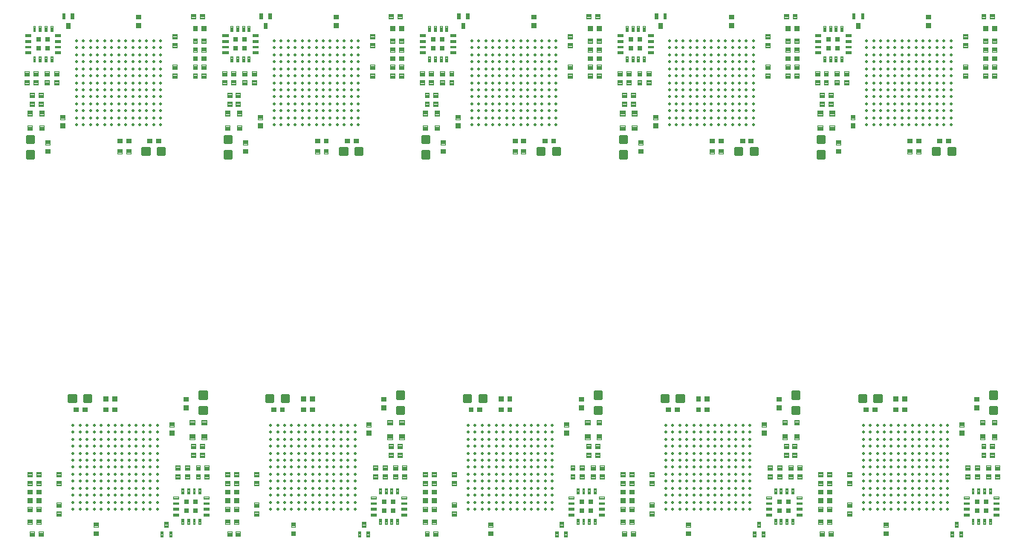
<source format=gtp>
G04 EAGLE Gerber RS-274X export*
G75*
%MOMM*%
%FSLAX34Y34*%
%LPD*%
%INSolderpaste Top*%
%IPPOS*%
%AMOC8*
5,1,8,0,0,1.08239X$1,22.5*%
G01*
%ADD10C,0.102000*%
%ADD11C,0.340000*%
%ADD12C,0.300000*%
%ADD13C,0.104000*%
%ADD14C,0.101500*%
%ADD15R,0.508000X0.508000*%
%ADD16C,0.100000*%


D10*
X15490Y51510D02*
X10510Y51510D01*
X10510Y56490D01*
X15490Y56490D01*
X15490Y51510D01*
X15490Y52479D02*
X10510Y52479D01*
X10510Y53448D02*
X15490Y53448D01*
X15490Y54417D02*
X10510Y54417D01*
X10510Y55386D02*
X15490Y55386D01*
X15490Y56355D02*
X10510Y56355D01*
X20510Y51510D02*
X25490Y51510D01*
X20510Y51510D02*
X20510Y56490D01*
X25490Y56490D01*
X25490Y51510D01*
X25490Y52479D02*
X20510Y52479D01*
X20510Y53448D02*
X25490Y53448D01*
X25490Y54417D02*
X20510Y54417D01*
X20510Y55386D02*
X25490Y55386D01*
X25490Y56355D02*
X20510Y56355D01*
X192410Y117050D02*
X192410Y122030D01*
X192410Y117050D02*
X187430Y117050D01*
X187430Y122030D01*
X192410Y122030D01*
X192410Y118019D02*
X187430Y118019D01*
X187430Y118988D02*
X192410Y118988D01*
X192410Y119957D02*
X187430Y119957D01*
X187430Y120926D02*
X192410Y120926D01*
X192410Y121895D02*
X187430Y121895D01*
X192410Y127050D02*
X192410Y132030D01*
X192410Y127050D02*
X187430Y127050D01*
X187430Y132030D01*
X192410Y132030D01*
X192410Y128019D02*
X187430Y128019D01*
X187430Y128988D02*
X192410Y128988D01*
X192410Y129957D02*
X187430Y129957D01*
X187430Y130926D02*
X192410Y130926D01*
X192410Y131895D02*
X187430Y131895D01*
X83222Y67138D02*
X83222Y62158D01*
X83222Y67138D02*
X88202Y67138D01*
X88202Y62158D01*
X83222Y62158D01*
X83222Y63127D02*
X88202Y63127D01*
X88202Y64096D02*
X83222Y64096D01*
X83222Y65065D02*
X88202Y65065D01*
X88202Y66034D02*
X83222Y66034D01*
X83222Y67003D02*
X88202Y67003D01*
X83222Y57138D02*
X83222Y52158D01*
X83222Y57138D02*
X88202Y57138D01*
X88202Y52158D01*
X83222Y52158D01*
X83222Y53127D02*
X88202Y53127D01*
X88202Y54096D02*
X83222Y54096D01*
X83222Y55065D02*
X88202Y55065D01*
X88202Y56034D02*
X83222Y56034D01*
X83222Y57003D02*
X88202Y57003D01*
X41510Y119510D02*
X41510Y124490D01*
X46490Y124490D01*
X46490Y119510D01*
X41510Y119510D01*
X41510Y120479D02*
X46490Y120479D01*
X46490Y121448D02*
X41510Y121448D01*
X41510Y122417D02*
X46490Y122417D01*
X46490Y123386D02*
X41510Y123386D01*
X41510Y124355D02*
X46490Y124355D01*
X41510Y114490D02*
X41510Y109510D01*
X41510Y114490D02*
X46490Y114490D01*
X46490Y109510D01*
X41510Y109510D01*
X41510Y110479D02*
X46490Y110479D01*
X46490Y111448D02*
X41510Y111448D01*
X41510Y112417D02*
X46490Y112417D01*
X46490Y113386D02*
X41510Y113386D01*
X41510Y114355D02*
X46490Y114355D01*
X169510Y176510D02*
X169510Y181490D01*
X174490Y181490D01*
X174490Y176510D01*
X169510Y176510D01*
X169510Y177479D02*
X174490Y177479D01*
X174490Y178448D02*
X169510Y178448D01*
X169510Y179417D02*
X174490Y179417D01*
X174490Y180386D02*
X169510Y180386D01*
X169510Y181355D02*
X174490Y181355D01*
X169510Y171490D02*
X169510Y166510D01*
X169510Y171490D02*
X174490Y171490D01*
X174490Y166510D01*
X169510Y166510D01*
X169510Y167479D02*
X174490Y167479D01*
X174490Y168448D02*
X169510Y168448D01*
X169510Y169417D02*
X174490Y169417D01*
X174490Y170386D02*
X169510Y170386D01*
X169510Y171355D02*
X174490Y171355D01*
D11*
X60000Y178000D03*
X60000Y170000D03*
X60000Y162000D03*
X60000Y154000D03*
X60000Y146000D03*
X60000Y138000D03*
X60000Y130000D03*
X60000Y122000D03*
X60000Y114000D03*
X60000Y106000D03*
X60000Y98000D03*
X60000Y90000D03*
X60000Y82000D03*
X68000Y178000D03*
X76000Y178000D03*
X84000Y178000D03*
X92000Y178000D03*
X100000Y178000D03*
X108000Y178000D03*
X116000Y178000D03*
X124000Y178000D03*
X132000Y178000D03*
X140000Y178000D03*
X148000Y178000D03*
X156000Y178000D03*
X68000Y170000D03*
X68000Y162000D03*
X68000Y154000D03*
X68000Y146000D03*
X68000Y138000D03*
X68000Y130000D03*
X68000Y122000D03*
X68000Y114000D03*
X68000Y106000D03*
X68000Y98000D03*
X68000Y90000D03*
X68000Y82000D03*
X76000Y82000D03*
X76000Y90000D03*
X76000Y98000D03*
X76000Y106000D03*
X76000Y114000D03*
X76000Y122000D03*
X76000Y130000D03*
X76000Y138000D03*
X76000Y146000D03*
X76000Y154000D03*
X76000Y162000D03*
X76000Y170000D03*
X84000Y170000D03*
X84000Y162000D03*
X84000Y154000D03*
X84000Y146000D03*
X84000Y138000D03*
X84000Y130000D03*
X84000Y122000D03*
X84000Y114000D03*
X84000Y106000D03*
X84000Y98000D03*
X84000Y90000D03*
X84000Y82000D03*
X92000Y82000D03*
X92000Y90000D03*
X92000Y98000D03*
X92000Y106000D03*
X92000Y114000D03*
X92000Y122000D03*
X92000Y130000D03*
X92000Y138000D03*
X92000Y146000D03*
X92000Y154000D03*
X92000Y162000D03*
X92000Y170000D03*
X100000Y170000D03*
X100000Y162000D03*
X100000Y154000D03*
X100000Y146000D03*
X100000Y138000D03*
X100000Y130000D03*
X100000Y122000D03*
X100000Y114000D03*
X100000Y106000D03*
X100000Y98000D03*
X100000Y90000D03*
X100000Y82000D03*
X108000Y82000D03*
X108000Y90000D03*
X108000Y98000D03*
X108000Y106000D03*
X108000Y114000D03*
X108000Y122000D03*
X108000Y130000D03*
X108000Y138000D03*
X108000Y146000D03*
X108000Y154000D03*
X108000Y162000D03*
X108000Y170000D03*
X116000Y170000D03*
X116000Y162000D03*
X116000Y154000D03*
X116000Y146000D03*
X116000Y138000D03*
X116000Y130000D03*
X116000Y122000D03*
X116000Y114000D03*
X116000Y106000D03*
X116000Y98000D03*
X116000Y90000D03*
X116000Y82000D03*
X124000Y82000D03*
X124000Y90000D03*
X124000Y98000D03*
X124000Y106000D03*
X124000Y114000D03*
X124000Y122000D03*
X124000Y130000D03*
X124000Y138000D03*
X124000Y146000D03*
X124000Y154000D03*
X124000Y162000D03*
X124000Y170000D03*
X132000Y170000D03*
X132000Y162000D03*
X132000Y154000D03*
X132000Y146000D03*
X132000Y138000D03*
X132000Y130000D03*
X132000Y122000D03*
X132000Y114000D03*
X132000Y106000D03*
X132000Y98000D03*
X132000Y90000D03*
X132000Y82000D03*
X140000Y82000D03*
X140000Y90000D03*
X140000Y98000D03*
X140000Y106000D03*
X140000Y114000D03*
X140000Y122000D03*
X140000Y130000D03*
X140000Y138000D03*
X140000Y146000D03*
X140000Y154000D03*
X140000Y162000D03*
X140000Y170000D03*
X148000Y170000D03*
X148000Y162000D03*
X148000Y154000D03*
X148000Y146000D03*
X148000Y138000D03*
X148000Y130000D03*
X148000Y122000D03*
X148000Y114000D03*
X148000Y106000D03*
X148000Y98000D03*
X148000Y90000D03*
X148000Y82000D03*
X156000Y82000D03*
X156000Y90000D03*
X156000Y98000D03*
X156000Y106000D03*
X156000Y114000D03*
X156000Y122000D03*
X156000Y130000D03*
X156000Y138000D03*
X156000Y146000D03*
X156000Y154000D03*
X156000Y162000D03*
X156000Y170000D03*
D10*
X23490Y94490D02*
X18510Y94490D01*
X23490Y94490D02*
X23490Y89510D01*
X18510Y89510D01*
X18510Y94490D01*
X18510Y90479D02*
X23490Y90479D01*
X23490Y91448D02*
X18510Y91448D01*
X18510Y92417D02*
X23490Y92417D01*
X23490Y93386D02*
X18510Y93386D01*
X18510Y94355D02*
X23490Y94355D01*
X13490Y94490D02*
X8510Y94490D01*
X13490Y94490D02*
X13490Y89510D01*
X8510Y89510D01*
X8510Y94490D01*
X8510Y90479D02*
X13490Y90479D01*
X13490Y91448D02*
X8510Y91448D01*
X8510Y92417D02*
X13490Y92417D01*
X13490Y93386D02*
X8510Y93386D01*
X8510Y94355D02*
X13490Y94355D01*
X18510Y114490D02*
X23490Y114490D01*
X23490Y109510D01*
X18510Y109510D01*
X18510Y114490D01*
X18510Y110479D02*
X23490Y110479D01*
X23490Y111448D02*
X18510Y111448D01*
X18510Y112417D02*
X23490Y112417D01*
X23490Y113386D02*
X18510Y113386D01*
X18510Y114355D02*
X23490Y114355D01*
X13490Y114490D02*
X8510Y114490D01*
X13490Y114490D02*
X13490Y109510D01*
X8510Y109510D01*
X8510Y114490D01*
X8510Y110479D02*
X13490Y110479D01*
X13490Y111448D02*
X8510Y111448D01*
X8510Y112417D02*
X13490Y112417D01*
X13490Y113386D02*
X8510Y113386D01*
X8510Y114355D02*
X13490Y114355D01*
X18510Y124490D02*
X23490Y124490D01*
X23490Y119510D01*
X18510Y119510D01*
X18510Y124490D01*
X18510Y120479D02*
X23490Y120479D01*
X23490Y121448D02*
X18510Y121448D01*
X18510Y122417D02*
X23490Y122417D01*
X23490Y123386D02*
X18510Y123386D01*
X18510Y124355D02*
X23490Y124355D01*
X13490Y124490D02*
X8510Y124490D01*
X13490Y124490D02*
X13490Y119510D01*
X8510Y119510D01*
X8510Y124490D01*
X8510Y120479D02*
X13490Y120479D01*
X13490Y121448D02*
X8510Y121448D01*
X8510Y122417D02*
X13490Y122417D01*
X13490Y123386D02*
X8510Y123386D01*
X8510Y124355D02*
X13490Y124355D01*
D12*
X204740Y198146D02*
X211740Y198146D01*
X211740Y191146D01*
X204740Y191146D01*
X204740Y198146D01*
X204740Y193996D02*
X211740Y193996D01*
X211740Y196846D02*
X204740Y196846D01*
X204740Y215686D02*
X211740Y215686D01*
X211740Y208686D01*
X204740Y208686D01*
X204740Y215686D01*
X204740Y211536D02*
X211740Y211536D01*
X211740Y214386D02*
X204740Y214386D01*
D10*
X23490Y84490D02*
X18510Y84490D01*
X23490Y84490D02*
X23490Y79510D01*
X18510Y79510D01*
X18510Y84490D01*
X18510Y80479D02*
X23490Y80479D01*
X23490Y81448D02*
X18510Y81448D01*
X18510Y82417D02*
X23490Y82417D01*
X23490Y83386D02*
X18510Y83386D01*
X18510Y84355D02*
X23490Y84355D01*
X13490Y84490D02*
X8510Y84490D01*
X13490Y84490D02*
X13490Y79510D01*
X8510Y79510D01*
X8510Y84490D01*
X8510Y80479D02*
X13490Y80479D01*
X13490Y81448D02*
X8510Y81448D01*
X8510Y82417D02*
X13490Y82417D01*
X13490Y83386D02*
X8510Y83386D01*
X8510Y84355D02*
X13490Y84355D01*
X18510Y104490D02*
X23490Y104490D01*
X23490Y99510D01*
X18510Y99510D01*
X18510Y104490D01*
X18510Y100479D02*
X23490Y100479D01*
X23490Y101448D02*
X18510Y101448D01*
X18510Y102417D02*
X23490Y102417D01*
X23490Y103386D02*
X18510Y103386D01*
X18510Y104355D02*
X23490Y104355D01*
X13490Y104490D02*
X8510Y104490D01*
X13490Y104490D02*
X13490Y99510D01*
X8510Y99510D01*
X8510Y104490D01*
X8510Y100479D02*
X13490Y100479D01*
X13490Y101448D02*
X8510Y101448D01*
X8510Y102417D02*
X13490Y102417D01*
X13490Y103386D02*
X8510Y103386D01*
X8510Y104355D02*
X13490Y104355D01*
X209930Y122010D02*
X214910Y122010D01*
X214910Y117030D01*
X209930Y117030D01*
X209930Y122010D01*
X209930Y117999D02*
X214910Y117999D01*
X214910Y118968D02*
X209930Y118968D01*
X209930Y119937D02*
X214910Y119937D01*
X214910Y120906D02*
X209930Y120906D01*
X209930Y121875D02*
X214910Y121875D01*
X204910Y122010D02*
X199930Y122010D01*
X204910Y122010D02*
X204910Y117030D01*
X199930Y117030D01*
X199930Y122010D01*
X199930Y117999D02*
X204910Y117999D01*
X204910Y118968D02*
X199930Y118968D01*
X199930Y119937D02*
X204910Y119937D01*
X204910Y120906D02*
X199930Y120906D01*
X199930Y121875D02*
X204910Y121875D01*
X209930Y131790D02*
X214910Y131790D01*
X214910Y126810D01*
X209930Y126810D01*
X209930Y131790D01*
X209930Y127779D02*
X214910Y127779D01*
X214910Y128748D02*
X209930Y128748D01*
X209930Y129717D02*
X214910Y129717D01*
X214910Y130686D02*
X209930Y130686D01*
X209930Y131655D02*
X214910Y131655D01*
X204910Y131790D02*
X199930Y131790D01*
X204910Y131790D02*
X204910Y126810D01*
X199930Y126810D01*
X199930Y131790D01*
X199930Y127779D02*
X204910Y127779D01*
X204910Y128748D02*
X199930Y128748D01*
X199930Y129717D02*
X204910Y129717D01*
X204910Y130686D02*
X199930Y130686D01*
X199930Y131655D02*
X204910Y131655D01*
X186256Y205324D02*
X186256Y210304D01*
X191236Y210304D01*
X191236Y205324D01*
X186256Y205324D01*
X186256Y206293D02*
X191236Y206293D01*
X191236Y207262D02*
X186256Y207262D01*
X186256Y208231D02*
X191236Y208231D01*
X191236Y209200D02*
X186256Y209200D01*
X186256Y210169D02*
X191236Y210169D01*
X186256Y200304D02*
X186256Y195324D01*
X186256Y200304D02*
X191236Y200304D01*
X191236Y195324D01*
X186256Y195324D01*
X186256Y196293D02*
X191236Y196293D01*
X191236Y197262D02*
X186256Y197262D01*
X186256Y198231D02*
X191236Y198231D01*
X191236Y199200D02*
X186256Y199200D01*
X186256Y200169D02*
X191236Y200169D01*
X23490Y70490D02*
X18510Y70490D01*
X23490Y70490D02*
X23490Y65510D01*
X18510Y65510D01*
X18510Y70490D01*
X18510Y66479D02*
X23490Y66479D01*
X23490Y67448D02*
X18510Y67448D01*
X18510Y68417D02*
X23490Y68417D01*
X23490Y69386D02*
X18510Y69386D01*
X18510Y70355D02*
X23490Y70355D01*
X13490Y70490D02*
X8510Y70490D01*
X13490Y70490D02*
X13490Y65510D01*
X8510Y65510D01*
X8510Y70490D01*
X8510Y66479D02*
X13490Y66479D01*
X13490Y67448D02*
X8510Y67448D01*
X8510Y68417D02*
X13490Y68417D01*
X13490Y69386D02*
X8510Y69386D01*
X8510Y70355D02*
X13490Y70355D01*
X204510Y156490D02*
X209490Y156490D01*
X209490Y151510D01*
X204510Y151510D01*
X204510Y156490D01*
X204510Y152479D02*
X209490Y152479D01*
X209490Y153448D02*
X204510Y153448D01*
X204510Y154417D02*
X209490Y154417D01*
X209490Y155386D02*
X204510Y155386D01*
X204510Y156355D02*
X209490Y156355D01*
X199490Y156490D02*
X194510Y156490D01*
X199490Y156490D02*
X199490Y151510D01*
X194510Y151510D01*
X194510Y156490D01*
X194510Y152479D02*
X199490Y152479D01*
X199490Y153448D02*
X194510Y153448D01*
X194510Y154417D02*
X199490Y154417D01*
X199490Y155386D02*
X194510Y155386D01*
X194510Y156355D02*
X199490Y156355D01*
X199490Y141510D02*
X194510Y141510D01*
X194510Y146490D01*
X199490Y146490D01*
X199490Y141510D01*
X199490Y142479D02*
X194510Y142479D01*
X194510Y143448D02*
X199490Y143448D01*
X199490Y144417D02*
X194510Y144417D01*
X194510Y145386D02*
X199490Y145386D01*
X199490Y146355D02*
X194510Y146355D01*
X204510Y141510D02*
X209490Y141510D01*
X204510Y141510D02*
X204510Y146490D01*
X209490Y146490D01*
X209490Y141510D01*
X209490Y142479D02*
X204510Y142479D01*
X204510Y143448D02*
X209490Y143448D01*
X209490Y144417D02*
X204510Y144417D01*
X204510Y145386D02*
X209490Y145386D01*
X209490Y146355D02*
X204510Y146355D01*
X41510Y89490D02*
X41510Y84510D01*
X41510Y89490D02*
X46490Y89490D01*
X46490Y84510D01*
X41510Y84510D01*
X41510Y85479D02*
X46490Y85479D01*
X46490Y86448D02*
X41510Y86448D01*
X41510Y87417D02*
X46490Y87417D01*
X46490Y88386D02*
X41510Y88386D01*
X41510Y89355D02*
X46490Y89355D01*
X41510Y79490D02*
X41510Y74510D01*
X41510Y79490D02*
X46490Y79490D01*
X46490Y74510D01*
X41510Y74510D01*
X41510Y75479D02*
X46490Y75479D01*
X46490Y76448D02*
X41510Y76448D01*
X41510Y77417D02*
X46490Y77417D01*
X46490Y78386D02*
X41510Y78386D01*
X41510Y79355D02*
X46490Y79355D01*
X104510Y210490D02*
X109490Y210490D01*
X109490Y205510D01*
X104510Y205510D01*
X104510Y210490D01*
X104510Y206479D02*
X109490Y206479D01*
X109490Y207448D02*
X104510Y207448D01*
X104510Y208417D02*
X109490Y208417D01*
X109490Y209386D02*
X104510Y209386D01*
X104510Y210355D02*
X109490Y210355D01*
X99490Y210490D02*
X94510Y210490D01*
X99490Y210490D02*
X99490Y205510D01*
X94510Y205510D01*
X94510Y210490D01*
X94510Y206479D02*
X99490Y206479D01*
X99490Y207448D02*
X94510Y207448D01*
X94510Y208417D02*
X99490Y208417D01*
X99490Y209386D02*
X94510Y209386D01*
X94510Y210355D02*
X99490Y210355D01*
X99490Y193510D02*
X94510Y193510D01*
X94510Y198490D01*
X99490Y198490D01*
X99490Y193510D01*
X99490Y194479D02*
X94510Y194479D01*
X94510Y195448D02*
X99490Y195448D01*
X99490Y196417D02*
X94510Y196417D01*
X94510Y197386D02*
X99490Y197386D01*
X99490Y198355D02*
X94510Y198355D01*
X104510Y193510D02*
X109490Y193510D01*
X104510Y193510D02*
X104510Y198490D01*
X109490Y198490D01*
X109490Y193510D01*
X109490Y194479D02*
X104510Y194479D01*
X104510Y195448D02*
X109490Y195448D01*
X109490Y196417D02*
X104510Y196417D01*
X104510Y197386D02*
X109490Y197386D01*
X109490Y198355D02*
X104510Y198355D01*
X65490Y193510D02*
X60510Y193510D01*
X60510Y198490D01*
X65490Y198490D01*
X65490Y193510D01*
X65490Y194479D02*
X60510Y194479D01*
X60510Y195448D02*
X65490Y195448D01*
X65490Y196417D02*
X60510Y196417D01*
X60510Y197386D02*
X65490Y197386D01*
X65490Y198355D02*
X60510Y198355D01*
X70510Y193510D02*
X75490Y193510D01*
X70510Y193510D02*
X70510Y198490D01*
X75490Y198490D01*
X75490Y193510D01*
X75490Y194479D02*
X70510Y194479D01*
X70510Y195448D02*
X75490Y195448D01*
X75490Y196417D02*
X70510Y196417D01*
X70510Y197386D02*
X75490Y197386D01*
X75490Y198355D02*
X70510Y198355D01*
D13*
X206520Y167480D02*
X206520Y162020D01*
X206520Y167480D02*
X211980Y167480D01*
X211980Y162020D01*
X206520Y162020D01*
X206520Y163008D02*
X211980Y163008D01*
X211980Y163996D02*
X206520Y163996D01*
X206520Y164984D02*
X211980Y164984D01*
X211980Y165972D02*
X206520Y165972D01*
X206520Y166960D02*
X211980Y166960D01*
X193020Y178520D02*
X193020Y183980D01*
X198480Y183980D01*
X198480Y178520D01*
X193020Y178520D01*
X193020Y179508D02*
X198480Y179508D01*
X198480Y180496D02*
X193020Y180496D01*
X193020Y181484D02*
X198480Y181484D01*
X198480Y182472D02*
X193020Y182472D01*
X193020Y183460D02*
X198480Y183460D01*
X193020Y167480D02*
X193020Y162020D01*
X193020Y167480D02*
X198480Y167480D01*
X198480Y162020D01*
X193020Y162020D01*
X193020Y163008D02*
X198480Y163008D01*
X198480Y163996D02*
X193020Y163996D01*
X193020Y164984D02*
X198480Y164984D01*
X198480Y165972D02*
X193020Y165972D01*
X193020Y166960D02*
X198480Y166960D01*
X206520Y178520D02*
X206520Y183980D01*
X211980Y183980D01*
X211980Y178520D01*
X206520Y178520D01*
X206520Y179508D02*
X211980Y179508D01*
X211980Y180496D02*
X206520Y180496D01*
X206520Y181484D02*
X211980Y181484D01*
X211980Y182472D02*
X206520Y182472D01*
X206520Y183460D02*
X211980Y183460D01*
D14*
X180243Y94167D02*
X174257Y94167D01*
X174257Y96653D01*
X180243Y96653D01*
X180243Y94167D01*
X180243Y95131D02*
X174257Y95131D01*
X174257Y96095D02*
X180243Y96095D01*
X180243Y87667D02*
X174257Y87667D01*
X174257Y90153D01*
X180243Y90153D01*
X180243Y87667D01*
X180243Y88631D02*
X174257Y88631D01*
X174257Y89595D02*
X180243Y89595D01*
X180243Y81167D02*
X174257Y81167D01*
X174257Y83653D01*
X180243Y83653D01*
X180243Y81167D01*
X180243Y82131D02*
X174257Y82131D01*
X174257Y83095D02*
X180243Y83095D01*
X180243Y74667D02*
X174257Y74667D01*
X174257Y77153D01*
X180243Y77153D01*
X180243Y74667D01*
X180243Y75631D02*
X174257Y75631D01*
X174257Y76595D02*
X180243Y76595D01*
X185993Y71403D02*
X185993Y65417D01*
X183507Y65417D01*
X183507Y71403D01*
X185993Y71403D01*
X185993Y66381D02*
X183507Y66381D01*
X183507Y67345D02*
X185993Y67345D01*
X185993Y68309D02*
X183507Y68309D01*
X183507Y69273D02*
X185993Y69273D01*
X185993Y70237D02*
X183507Y70237D01*
X183507Y71201D02*
X185993Y71201D01*
X192493Y71403D02*
X192493Y65417D01*
X190007Y65417D01*
X190007Y71403D01*
X192493Y71403D01*
X192493Y66381D02*
X190007Y66381D01*
X190007Y67345D02*
X192493Y67345D01*
X192493Y68309D02*
X190007Y68309D01*
X190007Y69273D02*
X192493Y69273D01*
X192493Y70237D02*
X190007Y70237D01*
X190007Y71201D02*
X192493Y71201D01*
X198993Y71403D02*
X198993Y65417D01*
X196507Y65417D01*
X196507Y71403D01*
X198993Y71403D01*
X198993Y66381D02*
X196507Y66381D01*
X196507Y67345D02*
X198993Y67345D01*
X198993Y68309D02*
X196507Y68309D01*
X196507Y69273D02*
X198993Y69273D01*
X198993Y70237D02*
X196507Y70237D01*
X196507Y71201D02*
X198993Y71201D01*
X205493Y71403D02*
X205493Y65417D01*
X203007Y65417D01*
X203007Y71403D01*
X205493Y71403D01*
X205493Y66381D02*
X203007Y66381D01*
X203007Y67345D02*
X205493Y67345D01*
X205493Y68309D02*
X203007Y68309D01*
X203007Y69273D02*
X205493Y69273D01*
X205493Y70237D02*
X203007Y70237D01*
X203007Y71201D02*
X205493Y71201D01*
X208757Y77153D02*
X214743Y77153D01*
X214743Y74667D01*
X208757Y74667D01*
X208757Y77153D01*
X208757Y75631D02*
X214743Y75631D01*
X214743Y76595D02*
X208757Y76595D01*
X208757Y83653D02*
X214743Y83653D01*
X214743Y81167D01*
X208757Y81167D01*
X208757Y83653D01*
X208757Y82131D02*
X214743Y82131D01*
X214743Y83095D02*
X208757Y83095D01*
X208757Y90153D02*
X214743Y90153D01*
X214743Y87667D01*
X208757Y87667D01*
X208757Y90153D01*
X208757Y88631D02*
X214743Y88631D01*
X214743Y89595D02*
X208757Y89595D01*
X208757Y96653D02*
X214743Y96653D01*
X214743Y94167D01*
X208757Y94167D01*
X208757Y96653D01*
X208757Y95131D02*
X214743Y95131D01*
X214743Y96095D02*
X208757Y96095D01*
X203007Y99917D02*
X203007Y105903D01*
X205493Y105903D01*
X205493Y99917D01*
X203007Y99917D01*
X203007Y100881D02*
X205493Y100881D01*
X205493Y101845D02*
X203007Y101845D01*
X203007Y102809D02*
X205493Y102809D01*
X205493Y103773D02*
X203007Y103773D01*
X203007Y104737D02*
X205493Y104737D01*
X205493Y105701D02*
X203007Y105701D01*
X196507Y105903D02*
X196507Y99917D01*
X196507Y105903D02*
X198993Y105903D01*
X198993Y99917D01*
X196507Y99917D01*
X196507Y100881D02*
X198993Y100881D01*
X198993Y101845D02*
X196507Y101845D01*
X196507Y102809D02*
X198993Y102809D01*
X198993Y103773D02*
X196507Y103773D01*
X196507Y104737D02*
X198993Y104737D01*
X198993Y105701D02*
X196507Y105701D01*
X190007Y105903D02*
X190007Y99917D01*
X190007Y105903D02*
X192493Y105903D01*
X192493Y99917D01*
X190007Y99917D01*
X190007Y100881D02*
X192493Y100881D01*
X192493Y101845D02*
X190007Y101845D01*
X190007Y102809D02*
X192493Y102809D01*
X192493Y103773D02*
X190007Y103773D01*
X190007Y104737D02*
X192493Y104737D01*
X192493Y105701D02*
X190007Y105701D01*
X183507Y105903D02*
X183507Y99917D01*
X183507Y105903D02*
X185993Y105903D01*
X185993Y99917D01*
X183507Y99917D01*
X183507Y100881D02*
X185993Y100881D01*
X185993Y101845D02*
X183507Y101845D01*
X183507Y102809D02*
X185993Y102809D01*
X185993Y103773D02*
X183507Y103773D01*
X183507Y104737D02*
X185993Y104737D01*
X185993Y105701D02*
X183507Y105701D01*
D15*
X189420Y90740D03*
X199580Y90740D03*
X199580Y80580D03*
X189420Y80580D03*
D16*
X168000Y62000D02*
X164000Y62000D01*
X164000Y68000D01*
X168000Y68000D01*
X168000Y62000D01*
X168000Y62950D02*
X164000Y62950D01*
X164000Y63900D02*
X168000Y63900D01*
X168000Y64850D02*
X164000Y64850D01*
X164000Y65800D02*
X168000Y65800D01*
X168000Y66750D02*
X164000Y66750D01*
X164000Y67700D02*
X168000Y67700D01*
X162500Y51000D02*
X159500Y51000D01*
X159500Y57000D01*
X162500Y57000D01*
X162500Y51000D01*
X162500Y51950D02*
X159500Y51950D01*
X159500Y52900D02*
X162500Y52900D01*
X162500Y53850D02*
X159500Y53850D01*
X159500Y54800D02*
X162500Y54800D01*
X162500Y55750D02*
X159500Y55750D01*
X159500Y56700D02*
X162500Y56700D01*
X169500Y51000D02*
X172500Y51000D01*
X169500Y51000D02*
X169500Y57000D01*
X172500Y57000D01*
X172500Y51000D01*
X172500Y51950D02*
X169500Y51950D01*
X169500Y52900D02*
X172500Y52900D01*
X172500Y53850D02*
X169500Y53850D01*
X169500Y54800D02*
X172500Y54800D01*
X172500Y55750D02*
X169500Y55750D01*
X169500Y56700D02*
X172500Y56700D01*
D10*
X176510Y127010D02*
X176510Y131990D01*
X181490Y131990D01*
X181490Y127010D01*
X176510Y127010D01*
X176510Y127979D02*
X181490Y127979D01*
X181490Y128948D02*
X176510Y128948D01*
X176510Y129917D02*
X181490Y129917D01*
X181490Y130886D02*
X176510Y130886D01*
X176510Y131855D02*
X181490Y131855D01*
X176510Y121990D02*
X176510Y117010D01*
X176510Y121990D02*
X181490Y121990D01*
X181490Y117010D01*
X176510Y117010D01*
X176510Y117979D02*
X181490Y117979D01*
X181490Y118948D02*
X176510Y118948D01*
X176510Y119917D02*
X181490Y119917D01*
X181490Y120886D02*
X176510Y120886D01*
X176510Y121855D02*
X181490Y121855D01*
D12*
X62730Y204500D02*
X62730Y211500D01*
X62730Y204500D02*
X55730Y204500D01*
X55730Y211500D01*
X62730Y211500D01*
X62730Y207350D02*
X55730Y207350D01*
X55730Y210200D02*
X62730Y210200D01*
X80270Y211500D02*
X80270Y204500D01*
X73270Y204500D01*
X73270Y211500D01*
X80270Y211500D01*
X80270Y207350D02*
X73270Y207350D01*
X73270Y210200D02*
X80270Y210200D01*
D10*
X235579Y51510D02*
X240559Y51510D01*
X235579Y51510D02*
X235579Y56490D01*
X240559Y56490D01*
X240559Y51510D01*
X240559Y52479D02*
X235579Y52479D01*
X235579Y53448D02*
X240559Y53448D01*
X240559Y54417D02*
X235579Y54417D01*
X235579Y55386D02*
X240559Y55386D01*
X240559Y56355D02*
X235579Y56355D01*
X245579Y51510D02*
X250559Y51510D01*
X245579Y51510D02*
X245579Y56490D01*
X250559Y56490D01*
X250559Y51510D01*
X250559Y52479D02*
X245579Y52479D01*
X245579Y53448D02*
X250559Y53448D01*
X250559Y54417D02*
X245579Y54417D01*
X245579Y55386D02*
X250559Y55386D01*
X250559Y56355D02*
X245579Y56355D01*
X417479Y117050D02*
X417479Y122030D01*
X417479Y117050D02*
X412499Y117050D01*
X412499Y122030D01*
X417479Y122030D01*
X417479Y118019D02*
X412499Y118019D01*
X412499Y118988D02*
X417479Y118988D01*
X417479Y119957D02*
X412499Y119957D01*
X412499Y120926D02*
X417479Y120926D01*
X417479Y121895D02*
X412499Y121895D01*
X417479Y127050D02*
X417479Y132030D01*
X417479Y127050D02*
X412499Y127050D01*
X412499Y132030D01*
X417479Y132030D01*
X417479Y128019D02*
X412499Y128019D01*
X412499Y128988D02*
X417479Y128988D01*
X417479Y129957D02*
X412499Y129957D01*
X412499Y130926D02*
X417479Y130926D01*
X417479Y131895D02*
X412499Y131895D01*
X308291Y67138D02*
X308291Y62158D01*
X308291Y67138D02*
X313271Y67138D01*
X313271Y62158D01*
X308291Y62158D01*
X308291Y63127D02*
X313271Y63127D01*
X313271Y64096D02*
X308291Y64096D01*
X308291Y65065D02*
X313271Y65065D01*
X313271Y66034D02*
X308291Y66034D01*
X308291Y67003D02*
X313271Y67003D01*
X308291Y57138D02*
X308291Y52158D01*
X308291Y57138D02*
X313271Y57138D01*
X313271Y52158D01*
X308291Y52158D01*
X308291Y53127D02*
X313271Y53127D01*
X313271Y54096D02*
X308291Y54096D01*
X308291Y55065D02*
X313271Y55065D01*
X313271Y56034D02*
X308291Y56034D01*
X308291Y57003D02*
X313271Y57003D01*
X266579Y119510D02*
X266579Y124490D01*
X271559Y124490D01*
X271559Y119510D01*
X266579Y119510D01*
X266579Y120479D02*
X271559Y120479D01*
X271559Y121448D02*
X266579Y121448D01*
X266579Y122417D02*
X271559Y122417D01*
X271559Y123386D02*
X266579Y123386D01*
X266579Y124355D02*
X271559Y124355D01*
X266579Y114490D02*
X266579Y109510D01*
X266579Y114490D02*
X271559Y114490D01*
X271559Y109510D01*
X266579Y109510D01*
X266579Y110479D02*
X271559Y110479D01*
X271559Y111448D02*
X266579Y111448D01*
X266579Y112417D02*
X271559Y112417D01*
X271559Y113386D02*
X266579Y113386D01*
X266579Y114355D02*
X271559Y114355D01*
X394579Y176510D02*
X394579Y181490D01*
X399559Y181490D01*
X399559Y176510D01*
X394579Y176510D01*
X394579Y177479D02*
X399559Y177479D01*
X399559Y178448D02*
X394579Y178448D01*
X394579Y179417D02*
X399559Y179417D01*
X399559Y180386D02*
X394579Y180386D01*
X394579Y181355D02*
X399559Y181355D01*
X394579Y171490D02*
X394579Y166510D01*
X394579Y171490D02*
X399559Y171490D01*
X399559Y166510D01*
X394579Y166510D01*
X394579Y167479D02*
X399559Y167479D01*
X399559Y168448D02*
X394579Y168448D01*
X394579Y169417D02*
X399559Y169417D01*
X399559Y170386D02*
X394579Y170386D01*
X394579Y171355D02*
X399559Y171355D01*
D11*
X285069Y178000D03*
X285069Y170000D03*
X285069Y162000D03*
X285069Y154000D03*
X285069Y146000D03*
X285069Y138000D03*
X285069Y130000D03*
X285069Y122000D03*
X285069Y114000D03*
X285069Y106000D03*
X285069Y98000D03*
X285069Y90000D03*
X285069Y82000D03*
X293069Y178000D03*
X301069Y178000D03*
X309069Y178000D03*
X317069Y178000D03*
X325069Y178000D03*
X333069Y178000D03*
X341069Y178000D03*
X349069Y178000D03*
X357069Y178000D03*
X365069Y178000D03*
X373069Y178000D03*
X381069Y178000D03*
X293069Y170000D03*
X293069Y162000D03*
X293069Y154000D03*
X293069Y146000D03*
X293069Y138000D03*
X293069Y130000D03*
X293069Y122000D03*
X293069Y114000D03*
X293069Y106000D03*
X293069Y98000D03*
X293069Y90000D03*
X293069Y82000D03*
X301069Y82000D03*
X301069Y90000D03*
X301069Y98000D03*
X301069Y106000D03*
X301069Y114000D03*
X301069Y122000D03*
X301069Y130000D03*
X301069Y138000D03*
X301069Y146000D03*
X301069Y154000D03*
X301069Y162000D03*
X301069Y170000D03*
X309069Y170000D03*
X309069Y162000D03*
X309069Y154000D03*
X309069Y146000D03*
X309069Y138000D03*
X309069Y130000D03*
X309069Y122000D03*
X309069Y114000D03*
X309069Y106000D03*
X309069Y98000D03*
X309069Y90000D03*
X309069Y82000D03*
X317069Y82000D03*
X317069Y90000D03*
X317069Y98000D03*
X317069Y106000D03*
X317069Y114000D03*
X317069Y122000D03*
X317069Y130000D03*
X317069Y138000D03*
X317069Y146000D03*
X317069Y154000D03*
X317069Y162000D03*
X317069Y170000D03*
X325069Y170000D03*
X325069Y162000D03*
X325069Y154000D03*
X325069Y146000D03*
X325069Y138000D03*
X325069Y130000D03*
X325069Y122000D03*
X325069Y114000D03*
X325069Y106000D03*
X325069Y98000D03*
X325069Y90000D03*
X325069Y82000D03*
X333069Y82000D03*
X333069Y90000D03*
X333069Y98000D03*
X333069Y106000D03*
X333069Y114000D03*
X333069Y122000D03*
X333069Y130000D03*
X333069Y138000D03*
X333069Y146000D03*
X333069Y154000D03*
X333069Y162000D03*
X333069Y170000D03*
X341069Y170000D03*
X341069Y162000D03*
X341069Y154000D03*
X341069Y146000D03*
X341069Y138000D03*
X341069Y130000D03*
X341069Y122000D03*
X341069Y114000D03*
X341069Y106000D03*
X341069Y98000D03*
X341069Y90000D03*
X341069Y82000D03*
X349069Y82000D03*
X349069Y90000D03*
X349069Y98000D03*
X349069Y106000D03*
X349069Y114000D03*
X349069Y122000D03*
X349069Y130000D03*
X349069Y138000D03*
X349069Y146000D03*
X349069Y154000D03*
X349069Y162000D03*
X349069Y170000D03*
X357069Y170000D03*
X357069Y162000D03*
X357069Y154000D03*
X357069Y146000D03*
X357069Y138000D03*
X357069Y130000D03*
X357069Y122000D03*
X357069Y114000D03*
X357069Y106000D03*
X357069Y98000D03*
X357069Y90000D03*
X357069Y82000D03*
X365069Y82000D03*
X365069Y90000D03*
X365069Y98000D03*
X365069Y106000D03*
X365069Y114000D03*
X365069Y122000D03*
X365069Y130000D03*
X365069Y138000D03*
X365069Y146000D03*
X365069Y154000D03*
X365069Y162000D03*
X365069Y170000D03*
X373069Y170000D03*
X373069Y162000D03*
X373069Y154000D03*
X373069Y146000D03*
X373069Y138000D03*
X373069Y130000D03*
X373069Y122000D03*
X373069Y114000D03*
X373069Y106000D03*
X373069Y98000D03*
X373069Y90000D03*
X373069Y82000D03*
X381069Y82000D03*
X381069Y90000D03*
X381069Y98000D03*
X381069Y106000D03*
X381069Y114000D03*
X381069Y122000D03*
X381069Y130000D03*
X381069Y138000D03*
X381069Y146000D03*
X381069Y154000D03*
X381069Y162000D03*
X381069Y170000D03*
D10*
X248559Y94490D02*
X243579Y94490D01*
X248559Y94490D02*
X248559Y89510D01*
X243579Y89510D01*
X243579Y94490D01*
X243579Y90479D02*
X248559Y90479D01*
X248559Y91448D02*
X243579Y91448D01*
X243579Y92417D02*
X248559Y92417D01*
X248559Y93386D02*
X243579Y93386D01*
X243579Y94355D02*
X248559Y94355D01*
X238559Y94490D02*
X233579Y94490D01*
X238559Y94490D02*
X238559Y89510D01*
X233579Y89510D01*
X233579Y94490D01*
X233579Y90479D02*
X238559Y90479D01*
X238559Y91448D02*
X233579Y91448D01*
X233579Y92417D02*
X238559Y92417D01*
X238559Y93386D02*
X233579Y93386D01*
X233579Y94355D02*
X238559Y94355D01*
X243579Y114490D02*
X248559Y114490D01*
X248559Y109510D01*
X243579Y109510D01*
X243579Y114490D01*
X243579Y110479D02*
X248559Y110479D01*
X248559Y111448D02*
X243579Y111448D01*
X243579Y112417D02*
X248559Y112417D01*
X248559Y113386D02*
X243579Y113386D01*
X243579Y114355D02*
X248559Y114355D01*
X238559Y114490D02*
X233579Y114490D01*
X238559Y114490D02*
X238559Y109510D01*
X233579Y109510D01*
X233579Y114490D01*
X233579Y110479D02*
X238559Y110479D01*
X238559Y111448D02*
X233579Y111448D01*
X233579Y112417D02*
X238559Y112417D01*
X238559Y113386D02*
X233579Y113386D01*
X233579Y114355D02*
X238559Y114355D01*
X243579Y124490D02*
X248559Y124490D01*
X248559Y119510D01*
X243579Y119510D01*
X243579Y124490D01*
X243579Y120479D02*
X248559Y120479D01*
X248559Y121448D02*
X243579Y121448D01*
X243579Y122417D02*
X248559Y122417D01*
X248559Y123386D02*
X243579Y123386D01*
X243579Y124355D02*
X248559Y124355D01*
X238559Y124490D02*
X233579Y124490D01*
X238559Y124490D02*
X238559Y119510D01*
X233579Y119510D01*
X233579Y124490D01*
X233579Y120479D02*
X238559Y120479D01*
X238559Y121448D02*
X233579Y121448D01*
X233579Y122417D02*
X238559Y122417D01*
X238559Y123386D02*
X233579Y123386D01*
X233579Y124355D02*
X238559Y124355D01*
D12*
X429809Y198146D02*
X436809Y198146D01*
X436809Y191146D01*
X429809Y191146D01*
X429809Y198146D01*
X429809Y193996D02*
X436809Y193996D01*
X436809Y196846D02*
X429809Y196846D01*
X429809Y215686D02*
X436809Y215686D01*
X436809Y208686D01*
X429809Y208686D01*
X429809Y215686D01*
X429809Y211536D02*
X436809Y211536D01*
X436809Y214386D02*
X429809Y214386D01*
D10*
X248559Y84490D02*
X243579Y84490D01*
X248559Y84490D02*
X248559Y79510D01*
X243579Y79510D01*
X243579Y84490D01*
X243579Y80479D02*
X248559Y80479D01*
X248559Y81448D02*
X243579Y81448D01*
X243579Y82417D02*
X248559Y82417D01*
X248559Y83386D02*
X243579Y83386D01*
X243579Y84355D02*
X248559Y84355D01*
X238559Y84490D02*
X233579Y84490D01*
X238559Y84490D02*
X238559Y79510D01*
X233579Y79510D01*
X233579Y84490D01*
X233579Y80479D02*
X238559Y80479D01*
X238559Y81448D02*
X233579Y81448D01*
X233579Y82417D02*
X238559Y82417D01*
X238559Y83386D02*
X233579Y83386D01*
X233579Y84355D02*
X238559Y84355D01*
X243579Y104490D02*
X248559Y104490D01*
X248559Y99510D01*
X243579Y99510D01*
X243579Y104490D01*
X243579Y100479D02*
X248559Y100479D01*
X248559Y101448D02*
X243579Y101448D01*
X243579Y102417D02*
X248559Y102417D01*
X248559Y103386D02*
X243579Y103386D01*
X243579Y104355D02*
X248559Y104355D01*
X238559Y104490D02*
X233579Y104490D01*
X238559Y104490D02*
X238559Y99510D01*
X233579Y99510D01*
X233579Y104490D01*
X233579Y100479D02*
X238559Y100479D01*
X238559Y101448D02*
X233579Y101448D01*
X233579Y102417D02*
X238559Y102417D01*
X238559Y103386D02*
X233579Y103386D01*
X233579Y104355D02*
X238559Y104355D01*
X434999Y122010D02*
X439979Y122010D01*
X439979Y117030D01*
X434999Y117030D01*
X434999Y122010D01*
X434999Y117999D02*
X439979Y117999D01*
X439979Y118968D02*
X434999Y118968D01*
X434999Y119937D02*
X439979Y119937D01*
X439979Y120906D02*
X434999Y120906D01*
X434999Y121875D02*
X439979Y121875D01*
X429979Y122010D02*
X424999Y122010D01*
X429979Y122010D02*
X429979Y117030D01*
X424999Y117030D01*
X424999Y122010D01*
X424999Y117999D02*
X429979Y117999D01*
X429979Y118968D02*
X424999Y118968D01*
X424999Y119937D02*
X429979Y119937D01*
X429979Y120906D02*
X424999Y120906D01*
X424999Y121875D02*
X429979Y121875D01*
X434999Y131790D02*
X439979Y131790D01*
X439979Y126810D01*
X434999Y126810D01*
X434999Y131790D01*
X434999Y127779D02*
X439979Y127779D01*
X439979Y128748D02*
X434999Y128748D01*
X434999Y129717D02*
X439979Y129717D01*
X439979Y130686D02*
X434999Y130686D01*
X434999Y131655D02*
X439979Y131655D01*
X429979Y131790D02*
X424999Y131790D01*
X429979Y131790D02*
X429979Y126810D01*
X424999Y126810D01*
X424999Y131790D01*
X424999Y127779D02*
X429979Y127779D01*
X429979Y128748D02*
X424999Y128748D01*
X424999Y129717D02*
X429979Y129717D01*
X429979Y130686D02*
X424999Y130686D01*
X424999Y131655D02*
X429979Y131655D01*
X411325Y205324D02*
X411325Y210304D01*
X416305Y210304D01*
X416305Y205324D01*
X411325Y205324D01*
X411325Y206293D02*
X416305Y206293D01*
X416305Y207262D02*
X411325Y207262D01*
X411325Y208231D02*
X416305Y208231D01*
X416305Y209200D02*
X411325Y209200D01*
X411325Y210169D02*
X416305Y210169D01*
X411325Y200304D02*
X411325Y195324D01*
X411325Y200304D02*
X416305Y200304D01*
X416305Y195324D01*
X411325Y195324D01*
X411325Y196293D02*
X416305Y196293D01*
X416305Y197262D02*
X411325Y197262D01*
X411325Y198231D02*
X416305Y198231D01*
X416305Y199200D02*
X411325Y199200D01*
X411325Y200169D02*
X416305Y200169D01*
X248559Y70490D02*
X243579Y70490D01*
X248559Y70490D02*
X248559Y65510D01*
X243579Y65510D01*
X243579Y70490D01*
X243579Y66479D02*
X248559Y66479D01*
X248559Y67448D02*
X243579Y67448D01*
X243579Y68417D02*
X248559Y68417D01*
X248559Y69386D02*
X243579Y69386D01*
X243579Y70355D02*
X248559Y70355D01*
X238559Y70490D02*
X233579Y70490D01*
X238559Y70490D02*
X238559Y65510D01*
X233579Y65510D01*
X233579Y70490D01*
X233579Y66479D02*
X238559Y66479D01*
X238559Y67448D02*
X233579Y67448D01*
X233579Y68417D02*
X238559Y68417D01*
X238559Y69386D02*
X233579Y69386D01*
X233579Y70355D02*
X238559Y70355D01*
X429579Y156490D02*
X434559Y156490D01*
X434559Y151510D01*
X429579Y151510D01*
X429579Y156490D01*
X429579Y152479D02*
X434559Y152479D01*
X434559Y153448D02*
X429579Y153448D01*
X429579Y154417D02*
X434559Y154417D01*
X434559Y155386D02*
X429579Y155386D01*
X429579Y156355D02*
X434559Y156355D01*
X424559Y156490D02*
X419579Y156490D01*
X424559Y156490D02*
X424559Y151510D01*
X419579Y151510D01*
X419579Y156490D01*
X419579Y152479D02*
X424559Y152479D01*
X424559Y153448D02*
X419579Y153448D01*
X419579Y154417D02*
X424559Y154417D01*
X424559Y155386D02*
X419579Y155386D01*
X419579Y156355D02*
X424559Y156355D01*
X424559Y141510D02*
X419579Y141510D01*
X419579Y146490D01*
X424559Y146490D01*
X424559Y141510D01*
X424559Y142479D02*
X419579Y142479D01*
X419579Y143448D02*
X424559Y143448D01*
X424559Y144417D02*
X419579Y144417D01*
X419579Y145386D02*
X424559Y145386D01*
X424559Y146355D02*
X419579Y146355D01*
X429579Y141510D02*
X434559Y141510D01*
X429579Y141510D02*
X429579Y146490D01*
X434559Y146490D01*
X434559Y141510D01*
X434559Y142479D02*
X429579Y142479D01*
X429579Y143448D02*
X434559Y143448D01*
X434559Y144417D02*
X429579Y144417D01*
X429579Y145386D02*
X434559Y145386D01*
X434559Y146355D02*
X429579Y146355D01*
X266579Y89490D02*
X266579Y84510D01*
X266579Y89490D02*
X271559Y89490D01*
X271559Y84510D01*
X266579Y84510D01*
X266579Y85479D02*
X271559Y85479D01*
X271559Y86448D02*
X266579Y86448D01*
X266579Y87417D02*
X271559Y87417D01*
X271559Y88386D02*
X266579Y88386D01*
X266579Y89355D02*
X271559Y89355D01*
X266579Y79490D02*
X266579Y74510D01*
X266579Y79490D02*
X271559Y79490D01*
X271559Y74510D01*
X266579Y74510D01*
X266579Y75479D02*
X271559Y75479D01*
X271559Y76448D02*
X266579Y76448D01*
X266579Y77417D02*
X271559Y77417D01*
X271559Y78386D02*
X266579Y78386D01*
X266579Y79355D02*
X271559Y79355D01*
X329579Y210490D02*
X334559Y210490D01*
X334559Y205510D01*
X329579Y205510D01*
X329579Y210490D01*
X329579Y206479D02*
X334559Y206479D01*
X334559Y207448D02*
X329579Y207448D01*
X329579Y208417D02*
X334559Y208417D01*
X334559Y209386D02*
X329579Y209386D01*
X329579Y210355D02*
X334559Y210355D01*
X324559Y210490D02*
X319579Y210490D01*
X324559Y210490D02*
X324559Y205510D01*
X319579Y205510D01*
X319579Y210490D01*
X319579Y206479D02*
X324559Y206479D01*
X324559Y207448D02*
X319579Y207448D01*
X319579Y208417D02*
X324559Y208417D01*
X324559Y209386D02*
X319579Y209386D01*
X319579Y210355D02*
X324559Y210355D01*
X324559Y193510D02*
X319579Y193510D01*
X319579Y198490D01*
X324559Y198490D01*
X324559Y193510D01*
X324559Y194479D02*
X319579Y194479D01*
X319579Y195448D02*
X324559Y195448D01*
X324559Y196417D02*
X319579Y196417D01*
X319579Y197386D02*
X324559Y197386D01*
X324559Y198355D02*
X319579Y198355D01*
X329579Y193510D02*
X334559Y193510D01*
X329579Y193510D02*
X329579Y198490D01*
X334559Y198490D01*
X334559Y193510D01*
X334559Y194479D02*
X329579Y194479D01*
X329579Y195448D02*
X334559Y195448D01*
X334559Y196417D02*
X329579Y196417D01*
X329579Y197386D02*
X334559Y197386D01*
X334559Y198355D02*
X329579Y198355D01*
X290559Y193510D02*
X285579Y193510D01*
X285579Y198490D01*
X290559Y198490D01*
X290559Y193510D01*
X290559Y194479D02*
X285579Y194479D01*
X285579Y195448D02*
X290559Y195448D01*
X290559Y196417D02*
X285579Y196417D01*
X285579Y197386D02*
X290559Y197386D01*
X290559Y198355D02*
X285579Y198355D01*
X295579Y193510D02*
X300559Y193510D01*
X295579Y193510D02*
X295579Y198490D01*
X300559Y198490D01*
X300559Y193510D01*
X300559Y194479D02*
X295579Y194479D01*
X295579Y195448D02*
X300559Y195448D01*
X300559Y196417D02*
X295579Y196417D01*
X295579Y197386D02*
X300559Y197386D01*
X300559Y198355D02*
X295579Y198355D01*
D13*
X431589Y167480D02*
X431589Y162020D01*
X431589Y167480D02*
X437049Y167480D01*
X437049Y162020D01*
X431589Y162020D01*
X431589Y163008D02*
X437049Y163008D01*
X437049Y163996D02*
X431589Y163996D01*
X431589Y164984D02*
X437049Y164984D01*
X437049Y165972D02*
X431589Y165972D01*
X431589Y166960D02*
X437049Y166960D01*
X418089Y178520D02*
X418089Y183980D01*
X423549Y183980D01*
X423549Y178520D01*
X418089Y178520D01*
X418089Y179508D02*
X423549Y179508D01*
X423549Y180496D02*
X418089Y180496D01*
X418089Y181484D02*
X423549Y181484D01*
X423549Y182472D02*
X418089Y182472D01*
X418089Y183460D02*
X423549Y183460D01*
X418089Y167480D02*
X418089Y162020D01*
X418089Y167480D02*
X423549Y167480D01*
X423549Y162020D01*
X418089Y162020D01*
X418089Y163008D02*
X423549Y163008D01*
X423549Y163996D02*
X418089Y163996D01*
X418089Y164984D02*
X423549Y164984D01*
X423549Y165972D02*
X418089Y165972D01*
X418089Y166960D02*
X423549Y166960D01*
X431589Y178520D02*
X431589Y183980D01*
X437049Y183980D01*
X437049Y178520D01*
X431589Y178520D01*
X431589Y179508D02*
X437049Y179508D01*
X437049Y180496D02*
X431589Y180496D01*
X431589Y181484D02*
X437049Y181484D01*
X437049Y182472D02*
X431589Y182472D01*
X431589Y183460D02*
X437049Y183460D01*
D14*
X405312Y94167D02*
X399326Y94167D01*
X399326Y96653D01*
X405312Y96653D01*
X405312Y94167D01*
X405312Y95131D02*
X399326Y95131D01*
X399326Y96095D02*
X405312Y96095D01*
X405312Y87667D02*
X399326Y87667D01*
X399326Y90153D01*
X405312Y90153D01*
X405312Y87667D01*
X405312Y88631D02*
X399326Y88631D01*
X399326Y89595D02*
X405312Y89595D01*
X405312Y81167D02*
X399326Y81167D01*
X399326Y83653D01*
X405312Y83653D01*
X405312Y81167D01*
X405312Y82131D02*
X399326Y82131D01*
X399326Y83095D02*
X405312Y83095D01*
X405312Y74667D02*
X399326Y74667D01*
X399326Y77153D01*
X405312Y77153D01*
X405312Y74667D01*
X405312Y75631D02*
X399326Y75631D01*
X399326Y76595D02*
X405312Y76595D01*
X411062Y71403D02*
X411062Y65417D01*
X408576Y65417D01*
X408576Y71403D01*
X411062Y71403D01*
X411062Y66381D02*
X408576Y66381D01*
X408576Y67345D02*
X411062Y67345D01*
X411062Y68309D02*
X408576Y68309D01*
X408576Y69273D02*
X411062Y69273D01*
X411062Y70237D02*
X408576Y70237D01*
X408576Y71201D02*
X411062Y71201D01*
X417562Y71403D02*
X417562Y65417D01*
X415076Y65417D01*
X415076Y71403D01*
X417562Y71403D01*
X417562Y66381D02*
X415076Y66381D01*
X415076Y67345D02*
X417562Y67345D01*
X417562Y68309D02*
X415076Y68309D01*
X415076Y69273D02*
X417562Y69273D01*
X417562Y70237D02*
X415076Y70237D01*
X415076Y71201D02*
X417562Y71201D01*
X424062Y71403D02*
X424062Y65417D01*
X421576Y65417D01*
X421576Y71403D01*
X424062Y71403D01*
X424062Y66381D02*
X421576Y66381D01*
X421576Y67345D02*
X424062Y67345D01*
X424062Y68309D02*
X421576Y68309D01*
X421576Y69273D02*
X424062Y69273D01*
X424062Y70237D02*
X421576Y70237D01*
X421576Y71201D02*
X424062Y71201D01*
X430562Y71403D02*
X430562Y65417D01*
X428076Y65417D01*
X428076Y71403D01*
X430562Y71403D01*
X430562Y66381D02*
X428076Y66381D01*
X428076Y67345D02*
X430562Y67345D01*
X430562Y68309D02*
X428076Y68309D01*
X428076Y69273D02*
X430562Y69273D01*
X430562Y70237D02*
X428076Y70237D01*
X428076Y71201D02*
X430562Y71201D01*
X433826Y77153D02*
X439812Y77153D01*
X439812Y74667D01*
X433826Y74667D01*
X433826Y77153D01*
X433826Y75631D02*
X439812Y75631D01*
X439812Y76595D02*
X433826Y76595D01*
X433826Y83653D02*
X439812Y83653D01*
X439812Y81167D01*
X433826Y81167D01*
X433826Y83653D01*
X433826Y82131D02*
X439812Y82131D01*
X439812Y83095D02*
X433826Y83095D01*
X433826Y90153D02*
X439812Y90153D01*
X439812Y87667D01*
X433826Y87667D01*
X433826Y90153D01*
X433826Y88631D02*
X439812Y88631D01*
X439812Y89595D02*
X433826Y89595D01*
X433826Y96653D02*
X439812Y96653D01*
X439812Y94167D01*
X433826Y94167D01*
X433826Y96653D01*
X433826Y95131D02*
X439812Y95131D01*
X439812Y96095D02*
X433826Y96095D01*
X428076Y99917D02*
X428076Y105903D01*
X430562Y105903D01*
X430562Y99917D01*
X428076Y99917D01*
X428076Y100881D02*
X430562Y100881D01*
X430562Y101845D02*
X428076Y101845D01*
X428076Y102809D02*
X430562Y102809D01*
X430562Y103773D02*
X428076Y103773D01*
X428076Y104737D02*
X430562Y104737D01*
X430562Y105701D02*
X428076Y105701D01*
X421576Y105903D02*
X421576Y99917D01*
X421576Y105903D02*
X424062Y105903D01*
X424062Y99917D01*
X421576Y99917D01*
X421576Y100881D02*
X424062Y100881D01*
X424062Y101845D02*
X421576Y101845D01*
X421576Y102809D02*
X424062Y102809D01*
X424062Y103773D02*
X421576Y103773D01*
X421576Y104737D02*
X424062Y104737D01*
X424062Y105701D02*
X421576Y105701D01*
X415076Y105903D02*
X415076Y99917D01*
X415076Y105903D02*
X417562Y105903D01*
X417562Y99917D01*
X415076Y99917D01*
X415076Y100881D02*
X417562Y100881D01*
X417562Y101845D02*
X415076Y101845D01*
X415076Y102809D02*
X417562Y102809D01*
X417562Y103773D02*
X415076Y103773D01*
X415076Y104737D02*
X417562Y104737D01*
X417562Y105701D02*
X415076Y105701D01*
X408576Y105903D02*
X408576Y99917D01*
X408576Y105903D02*
X411062Y105903D01*
X411062Y99917D01*
X408576Y99917D01*
X408576Y100881D02*
X411062Y100881D01*
X411062Y101845D02*
X408576Y101845D01*
X408576Y102809D02*
X411062Y102809D01*
X411062Y103773D02*
X408576Y103773D01*
X408576Y104737D02*
X411062Y104737D01*
X411062Y105701D02*
X408576Y105701D01*
D15*
X414489Y90740D03*
X424649Y90740D03*
X424649Y80580D03*
X414489Y80580D03*
D16*
X393069Y62000D02*
X389069Y62000D01*
X389069Y68000D01*
X393069Y68000D01*
X393069Y62000D01*
X393069Y62950D02*
X389069Y62950D01*
X389069Y63900D02*
X393069Y63900D01*
X393069Y64850D02*
X389069Y64850D01*
X389069Y65800D02*
X393069Y65800D01*
X393069Y66750D02*
X389069Y66750D01*
X389069Y67700D02*
X393069Y67700D01*
X387569Y51000D02*
X384569Y51000D01*
X384569Y57000D01*
X387569Y57000D01*
X387569Y51000D01*
X387569Y51950D02*
X384569Y51950D01*
X384569Y52900D02*
X387569Y52900D01*
X387569Y53850D02*
X384569Y53850D01*
X384569Y54800D02*
X387569Y54800D01*
X387569Y55750D02*
X384569Y55750D01*
X384569Y56700D02*
X387569Y56700D01*
X394569Y51000D02*
X397569Y51000D01*
X394569Y51000D02*
X394569Y57000D01*
X397569Y57000D01*
X397569Y51000D01*
X397569Y51950D02*
X394569Y51950D01*
X394569Y52900D02*
X397569Y52900D01*
X397569Y53850D02*
X394569Y53850D01*
X394569Y54800D02*
X397569Y54800D01*
X397569Y55750D02*
X394569Y55750D01*
X394569Y56700D02*
X397569Y56700D01*
D10*
X401579Y127010D02*
X401579Y131990D01*
X406559Y131990D01*
X406559Y127010D01*
X401579Y127010D01*
X401579Y127979D02*
X406559Y127979D01*
X406559Y128948D02*
X401579Y128948D01*
X401579Y129917D02*
X406559Y129917D01*
X406559Y130886D02*
X401579Y130886D01*
X401579Y131855D02*
X406559Y131855D01*
X401579Y121990D02*
X401579Y117010D01*
X401579Y121990D02*
X406559Y121990D01*
X406559Y117010D01*
X401579Y117010D01*
X401579Y117979D02*
X406559Y117979D01*
X406559Y118948D02*
X401579Y118948D01*
X401579Y119917D02*
X406559Y119917D01*
X406559Y120886D02*
X401579Y120886D01*
X401579Y121855D02*
X406559Y121855D01*
D12*
X287799Y204500D02*
X287799Y211500D01*
X287799Y204500D02*
X280799Y204500D01*
X280799Y211500D01*
X287799Y211500D01*
X287799Y207350D02*
X280799Y207350D01*
X280799Y210200D02*
X287799Y210200D01*
X305339Y211500D02*
X305339Y204500D01*
X298339Y204500D01*
X298339Y211500D01*
X305339Y211500D01*
X305339Y207350D02*
X298339Y207350D01*
X298339Y210200D02*
X305339Y210200D01*
D10*
X460674Y51510D02*
X465654Y51510D01*
X460674Y51510D02*
X460674Y56490D01*
X465654Y56490D01*
X465654Y51510D01*
X465654Y52479D02*
X460674Y52479D01*
X460674Y53448D02*
X465654Y53448D01*
X465654Y54417D02*
X460674Y54417D01*
X460674Y55386D02*
X465654Y55386D01*
X465654Y56355D02*
X460674Y56355D01*
X470674Y51510D02*
X475654Y51510D01*
X470674Y51510D02*
X470674Y56490D01*
X475654Y56490D01*
X475654Y51510D01*
X475654Y52479D02*
X470674Y52479D01*
X470674Y53448D02*
X475654Y53448D01*
X475654Y54417D02*
X470674Y54417D01*
X470674Y55386D02*
X475654Y55386D01*
X475654Y56355D02*
X470674Y56355D01*
X642574Y117050D02*
X642574Y122030D01*
X642574Y117050D02*
X637594Y117050D01*
X637594Y122030D01*
X642574Y122030D01*
X642574Y118019D02*
X637594Y118019D01*
X637594Y118988D02*
X642574Y118988D01*
X642574Y119957D02*
X637594Y119957D01*
X637594Y120926D02*
X642574Y120926D01*
X642574Y121895D02*
X637594Y121895D01*
X642574Y127050D02*
X642574Y132030D01*
X642574Y127050D02*
X637594Y127050D01*
X637594Y132030D01*
X642574Y132030D01*
X642574Y128019D02*
X637594Y128019D01*
X637594Y128988D02*
X642574Y128988D01*
X642574Y129957D02*
X637594Y129957D01*
X637594Y130926D02*
X642574Y130926D01*
X642574Y131895D02*
X637594Y131895D01*
X533386Y67138D02*
X533386Y62158D01*
X533386Y67138D02*
X538366Y67138D01*
X538366Y62158D01*
X533386Y62158D01*
X533386Y63127D02*
X538366Y63127D01*
X538366Y64096D02*
X533386Y64096D01*
X533386Y65065D02*
X538366Y65065D01*
X538366Y66034D02*
X533386Y66034D01*
X533386Y67003D02*
X538366Y67003D01*
X533386Y57138D02*
X533386Y52158D01*
X533386Y57138D02*
X538366Y57138D01*
X538366Y52158D01*
X533386Y52158D01*
X533386Y53127D02*
X538366Y53127D01*
X538366Y54096D02*
X533386Y54096D01*
X533386Y55065D02*
X538366Y55065D01*
X538366Y56034D02*
X533386Y56034D01*
X533386Y57003D02*
X538366Y57003D01*
X491674Y119510D02*
X491674Y124490D01*
X496654Y124490D01*
X496654Y119510D01*
X491674Y119510D01*
X491674Y120479D02*
X496654Y120479D01*
X496654Y121448D02*
X491674Y121448D01*
X491674Y122417D02*
X496654Y122417D01*
X496654Y123386D02*
X491674Y123386D01*
X491674Y124355D02*
X496654Y124355D01*
X491674Y114490D02*
X491674Y109510D01*
X491674Y114490D02*
X496654Y114490D01*
X496654Y109510D01*
X491674Y109510D01*
X491674Y110479D02*
X496654Y110479D01*
X496654Y111448D02*
X491674Y111448D01*
X491674Y112417D02*
X496654Y112417D01*
X496654Y113386D02*
X491674Y113386D01*
X491674Y114355D02*
X496654Y114355D01*
X619674Y176510D02*
X619674Y181490D01*
X624654Y181490D01*
X624654Y176510D01*
X619674Y176510D01*
X619674Y177479D02*
X624654Y177479D01*
X624654Y178448D02*
X619674Y178448D01*
X619674Y179417D02*
X624654Y179417D01*
X624654Y180386D02*
X619674Y180386D01*
X619674Y181355D02*
X624654Y181355D01*
X619674Y171490D02*
X619674Y166510D01*
X619674Y171490D02*
X624654Y171490D01*
X624654Y166510D01*
X619674Y166510D01*
X619674Y167479D02*
X624654Y167479D01*
X624654Y168448D02*
X619674Y168448D01*
X619674Y169417D02*
X624654Y169417D01*
X624654Y170386D02*
X619674Y170386D01*
X619674Y171355D02*
X624654Y171355D01*
D11*
X510164Y178000D03*
X510164Y170000D03*
X510164Y162000D03*
X510164Y154000D03*
X510164Y146000D03*
X510164Y138000D03*
X510164Y130000D03*
X510164Y122000D03*
X510164Y114000D03*
X510164Y106000D03*
X510164Y98000D03*
X510164Y90000D03*
X510164Y82000D03*
X518164Y178000D03*
X526164Y178000D03*
X534164Y178000D03*
X542164Y178000D03*
X550164Y178000D03*
X558164Y178000D03*
X566164Y178000D03*
X574164Y178000D03*
X582164Y178000D03*
X590164Y178000D03*
X598164Y178000D03*
X606164Y178000D03*
X518164Y170000D03*
X518164Y162000D03*
X518164Y154000D03*
X518164Y146000D03*
X518164Y138000D03*
X518164Y130000D03*
X518164Y122000D03*
X518164Y114000D03*
X518164Y106000D03*
X518164Y98000D03*
X518164Y90000D03*
X518164Y82000D03*
X526164Y82000D03*
X526164Y90000D03*
X526164Y98000D03*
X526164Y106000D03*
X526164Y114000D03*
X526164Y122000D03*
X526164Y130000D03*
X526164Y138000D03*
X526164Y146000D03*
X526164Y154000D03*
X526164Y162000D03*
X526164Y170000D03*
X534164Y170000D03*
X534164Y162000D03*
X534164Y154000D03*
X534164Y146000D03*
X534164Y138000D03*
X534164Y130000D03*
X534164Y122000D03*
X534164Y114000D03*
X534164Y106000D03*
X534164Y98000D03*
X534164Y90000D03*
X534164Y82000D03*
X542164Y82000D03*
X542164Y90000D03*
X542164Y98000D03*
X542164Y106000D03*
X542164Y114000D03*
X542164Y122000D03*
X542164Y130000D03*
X542164Y138000D03*
X542164Y146000D03*
X542164Y154000D03*
X542164Y162000D03*
X542164Y170000D03*
X550164Y170000D03*
X550164Y162000D03*
X550164Y154000D03*
X550164Y146000D03*
X550164Y138000D03*
X550164Y130000D03*
X550164Y122000D03*
X550164Y114000D03*
X550164Y106000D03*
X550164Y98000D03*
X550164Y90000D03*
X550164Y82000D03*
X558164Y82000D03*
X558164Y90000D03*
X558164Y98000D03*
X558164Y106000D03*
X558164Y114000D03*
X558164Y122000D03*
X558164Y130000D03*
X558164Y138000D03*
X558164Y146000D03*
X558164Y154000D03*
X558164Y162000D03*
X558164Y170000D03*
X566164Y170000D03*
X566164Y162000D03*
X566164Y154000D03*
X566164Y146000D03*
X566164Y138000D03*
X566164Y130000D03*
X566164Y122000D03*
X566164Y114000D03*
X566164Y106000D03*
X566164Y98000D03*
X566164Y90000D03*
X566164Y82000D03*
X574164Y82000D03*
X574164Y90000D03*
X574164Y98000D03*
X574164Y106000D03*
X574164Y114000D03*
X574164Y122000D03*
X574164Y130000D03*
X574164Y138000D03*
X574164Y146000D03*
X574164Y154000D03*
X574164Y162000D03*
X574164Y170000D03*
X582164Y170000D03*
X582164Y162000D03*
X582164Y154000D03*
X582164Y146000D03*
X582164Y138000D03*
X582164Y130000D03*
X582164Y122000D03*
X582164Y114000D03*
X582164Y106000D03*
X582164Y98000D03*
X582164Y90000D03*
X582164Y82000D03*
X590164Y82000D03*
X590164Y90000D03*
X590164Y98000D03*
X590164Y106000D03*
X590164Y114000D03*
X590164Y122000D03*
X590164Y130000D03*
X590164Y138000D03*
X590164Y146000D03*
X590164Y154000D03*
X590164Y162000D03*
X590164Y170000D03*
X598164Y170000D03*
X598164Y162000D03*
X598164Y154000D03*
X598164Y146000D03*
X598164Y138000D03*
X598164Y130000D03*
X598164Y122000D03*
X598164Y114000D03*
X598164Y106000D03*
X598164Y98000D03*
X598164Y90000D03*
X598164Y82000D03*
X606164Y82000D03*
X606164Y90000D03*
X606164Y98000D03*
X606164Y106000D03*
X606164Y114000D03*
X606164Y122000D03*
X606164Y130000D03*
X606164Y138000D03*
X606164Y146000D03*
X606164Y154000D03*
X606164Y162000D03*
X606164Y170000D03*
D10*
X473654Y94490D02*
X468674Y94490D01*
X473654Y94490D02*
X473654Y89510D01*
X468674Y89510D01*
X468674Y94490D01*
X468674Y90479D02*
X473654Y90479D01*
X473654Y91448D02*
X468674Y91448D01*
X468674Y92417D02*
X473654Y92417D01*
X473654Y93386D02*
X468674Y93386D01*
X468674Y94355D02*
X473654Y94355D01*
X463654Y94490D02*
X458674Y94490D01*
X463654Y94490D02*
X463654Y89510D01*
X458674Y89510D01*
X458674Y94490D01*
X458674Y90479D02*
X463654Y90479D01*
X463654Y91448D02*
X458674Y91448D01*
X458674Y92417D02*
X463654Y92417D01*
X463654Y93386D02*
X458674Y93386D01*
X458674Y94355D02*
X463654Y94355D01*
X468674Y114490D02*
X473654Y114490D01*
X473654Y109510D01*
X468674Y109510D01*
X468674Y114490D01*
X468674Y110479D02*
X473654Y110479D01*
X473654Y111448D02*
X468674Y111448D01*
X468674Y112417D02*
X473654Y112417D01*
X473654Y113386D02*
X468674Y113386D01*
X468674Y114355D02*
X473654Y114355D01*
X463654Y114490D02*
X458674Y114490D01*
X463654Y114490D02*
X463654Y109510D01*
X458674Y109510D01*
X458674Y114490D01*
X458674Y110479D02*
X463654Y110479D01*
X463654Y111448D02*
X458674Y111448D01*
X458674Y112417D02*
X463654Y112417D01*
X463654Y113386D02*
X458674Y113386D01*
X458674Y114355D02*
X463654Y114355D01*
X468674Y124490D02*
X473654Y124490D01*
X473654Y119510D01*
X468674Y119510D01*
X468674Y124490D01*
X468674Y120479D02*
X473654Y120479D01*
X473654Y121448D02*
X468674Y121448D01*
X468674Y122417D02*
X473654Y122417D01*
X473654Y123386D02*
X468674Y123386D01*
X468674Y124355D02*
X473654Y124355D01*
X463654Y124490D02*
X458674Y124490D01*
X463654Y124490D02*
X463654Y119510D01*
X458674Y119510D01*
X458674Y124490D01*
X458674Y120479D02*
X463654Y120479D01*
X463654Y121448D02*
X458674Y121448D01*
X458674Y122417D02*
X463654Y122417D01*
X463654Y123386D02*
X458674Y123386D01*
X458674Y124355D02*
X463654Y124355D01*
D12*
X654904Y198146D02*
X661904Y198146D01*
X661904Y191146D01*
X654904Y191146D01*
X654904Y198146D01*
X654904Y193996D02*
X661904Y193996D01*
X661904Y196846D02*
X654904Y196846D01*
X654904Y215686D02*
X661904Y215686D01*
X661904Y208686D01*
X654904Y208686D01*
X654904Y215686D01*
X654904Y211536D02*
X661904Y211536D01*
X661904Y214386D02*
X654904Y214386D01*
D10*
X473654Y84490D02*
X468674Y84490D01*
X473654Y84490D02*
X473654Y79510D01*
X468674Y79510D01*
X468674Y84490D01*
X468674Y80479D02*
X473654Y80479D01*
X473654Y81448D02*
X468674Y81448D01*
X468674Y82417D02*
X473654Y82417D01*
X473654Y83386D02*
X468674Y83386D01*
X468674Y84355D02*
X473654Y84355D01*
X463654Y84490D02*
X458674Y84490D01*
X463654Y84490D02*
X463654Y79510D01*
X458674Y79510D01*
X458674Y84490D01*
X458674Y80479D02*
X463654Y80479D01*
X463654Y81448D02*
X458674Y81448D01*
X458674Y82417D02*
X463654Y82417D01*
X463654Y83386D02*
X458674Y83386D01*
X458674Y84355D02*
X463654Y84355D01*
X468674Y104490D02*
X473654Y104490D01*
X473654Y99510D01*
X468674Y99510D01*
X468674Y104490D01*
X468674Y100479D02*
X473654Y100479D01*
X473654Y101448D02*
X468674Y101448D01*
X468674Y102417D02*
X473654Y102417D01*
X473654Y103386D02*
X468674Y103386D01*
X468674Y104355D02*
X473654Y104355D01*
X463654Y104490D02*
X458674Y104490D01*
X463654Y104490D02*
X463654Y99510D01*
X458674Y99510D01*
X458674Y104490D01*
X458674Y100479D02*
X463654Y100479D01*
X463654Y101448D02*
X458674Y101448D01*
X458674Y102417D02*
X463654Y102417D01*
X463654Y103386D02*
X458674Y103386D01*
X458674Y104355D02*
X463654Y104355D01*
X660094Y122010D02*
X665074Y122010D01*
X665074Y117030D01*
X660094Y117030D01*
X660094Y122010D01*
X660094Y117999D02*
X665074Y117999D01*
X665074Y118968D02*
X660094Y118968D01*
X660094Y119937D02*
X665074Y119937D01*
X665074Y120906D02*
X660094Y120906D01*
X660094Y121875D02*
X665074Y121875D01*
X655074Y122010D02*
X650094Y122010D01*
X655074Y122010D02*
X655074Y117030D01*
X650094Y117030D01*
X650094Y122010D01*
X650094Y117999D02*
X655074Y117999D01*
X655074Y118968D02*
X650094Y118968D01*
X650094Y119937D02*
X655074Y119937D01*
X655074Y120906D02*
X650094Y120906D01*
X650094Y121875D02*
X655074Y121875D01*
X660094Y131790D02*
X665074Y131790D01*
X665074Y126810D01*
X660094Y126810D01*
X660094Y131790D01*
X660094Y127779D02*
X665074Y127779D01*
X665074Y128748D02*
X660094Y128748D01*
X660094Y129717D02*
X665074Y129717D01*
X665074Y130686D02*
X660094Y130686D01*
X660094Y131655D02*
X665074Y131655D01*
X655074Y131790D02*
X650094Y131790D01*
X655074Y131790D02*
X655074Y126810D01*
X650094Y126810D01*
X650094Y131790D01*
X650094Y127779D02*
X655074Y127779D01*
X655074Y128748D02*
X650094Y128748D01*
X650094Y129717D02*
X655074Y129717D01*
X655074Y130686D02*
X650094Y130686D01*
X650094Y131655D02*
X655074Y131655D01*
X636420Y205324D02*
X636420Y210304D01*
X641400Y210304D01*
X641400Y205324D01*
X636420Y205324D01*
X636420Y206293D02*
X641400Y206293D01*
X641400Y207262D02*
X636420Y207262D01*
X636420Y208231D02*
X641400Y208231D01*
X641400Y209200D02*
X636420Y209200D01*
X636420Y210169D02*
X641400Y210169D01*
X636420Y200304D02*
X636420Y195324D01*
X636420Y200304D02*
X641400Y200304D01*
X641400Y195324D01*
X636420Y195324D01*
X636420Y196293D02*
X641400Y196293D01*
X641400Y197262D02*
X636420Y197262D01*
X636420Y198231D02*
X641400Y198231D01*
X641400Y199200D02*
X636420Y199200D01*
X636420Y200169D02*
X641400Y200169D01*
X473654Y70490D02*
X468674Y70490D01*
X473654Y70490D02*
X473654Y65510D01*
X468674Y65510D01*
X468674Y70490D01*
X468674Y66479D02*
X473654Y66479D01*
X473654Y67448D02*
X468674Y67448D01*
X468674Y68417D02*
X473654Y68417D01*
X473654Y69386D02*
X468674Y69386D01*
X468674Y70355D02*
X473654Y70355D01*
X463654Y70490D02*
X458674Y70490D01*
X463654Y70490D02*
X463654Y65510D01*
X458674Y65510D01*
X458674Y70490D01*
X458674Y66479D02*
X463654Y66479D01*
X463654Y67448D02*
X458674Y67448D01*
X458674Y68417D02*
X463654Y68417D01*
X463654Y69386D02*
X458674Y69386D01*
X458674Y70355D02*
X463654Y70355D01*
X654674Y156490D02*
X659654Y156490D01*
X659654Y151510D01*
X654674Y151510D01*
X654674Y156490D01*
X654674Y152479D02*
X659654Y152479D01*
X659654Y153448D02*
X654674Y153448D01*
X654674Y154417D02*
X659654Y154417D01*
X659654Y155386D02*
X654674Y155386D01*
X654674Y156355D02*
X659654Y156355D01*
X649654Y156490D02*
X644674Y156490D01*
X649654Y156490D02*
X649654Y151510D01*
X644674Y151510D01*
X644674Y156490D01*
X644674Y152479D02*
X649654Y152479D01*
X649654Y153448D02*
X644674Y153448D01*
X644674Y154417D02*
X649654Y154417D01*
X649654Y155386D02*
X644674Y155386D01*
X644674Y156355D02*
X649654Y156355D01*
X649654Y141510D02*
X644674Y141510D01*
X644674Y146490D01*
X649654Y146490D01*
X649654Y141510D01*
X649654Y142479D02*
X644674Y142479D01*
X644674Y143448D02*
X649654Y143448D01*
X649654Y144417D02*
X644674Y144417D01*
X644674Y145386D02*
X649654Y145386D01*
X649654Y146355D02*
X644674Y146355D01*
X654674Y141510D02*
X659654Y141510D01*
X654674Y141510D02*
X654674Y146490D01*
X659654Y146490D01*
X659654Y141510D01*
X659654Y142479D02*
X654674Y142479D01*
X654674Y143448D02*
X659654Y143448D01*
X659654Y144417D02*
X654674Y144417D01*
X654674Y145386D02*
X659654Y145386D01*
X659654Y146355D02*
X654674Y146355D01*
X491674Y89490D02*
X491674Y84510D01*
X491674Y89490D02*
X496654Y89490D01*
X496654Y84510D01*
X491674Y84510D01*
X491674Y85479D02*
X496654Y85479D01*
X496654Y86448D02*
X491674Y86448D01*
X491674Y87417D02*
X496654Y87417D01*
X496654Y88386D02*
X491674Y88386D01*
X491674Y89355D02*
X496654Y89355D01*
X491674Y79490D02*
X491674Y74510D01*
X491674Y79490D02*
X496654Y79490D01*
X496654Y74510D01*
X491674Y74510D01*
X491674Y75479D02*
X496654Y75479D01*
X496654Y76448D02*
X491674Y76448D01*
X491674Y77417D02*
X496654Y77417D01*
X496654Y78386D02*
X491674Y78386D01*
X491674Y79355D02*
X496654Y79355D01*
X554674Y210490D02*
X559654Y210490D01*
X559654Y205510D01*
X554674Y205510D01*
X554674Y210490D01*
X554674Y206479D02*
X559654Y206479D01*
X559654Y207448D02*
X554674Y207448D01*
X554674Y208417D02*
X559654Y208417D01*
X559654Y209386D02*
X554674Y209386D01*
X554674Y210355D02*
X559654Y210355D01*
X549654Y210490D02*
X544674Y210490D01*
X549654Y210490D02*
X549654Y205510D01*
X544674Y205510D01*
X544674Y210490D01*
X544674Y206479D02*
X549654Y206479D01*
X549654Y207448D02*
X544674Y207448D01*
X544674Y208417D02*
X549654Y208417D01*
X549654Y209386D02*
X544674Y209386D01*
X544674Y210355D02*
X549654Y210355D01*
X549654Y193510D02*
X544674Y193510D01*
X544674Y198490D01*
X549654Y198490D01*
X549654Y193510D01*
X549654Y194479D02*
X544674Y194479D01*
X544674Y195448D02*
X549654Y195448D01*
X549654Y196417D02*
X544674Y196417D01*
X544674Y197386D02*
X549654Y197386D01*
X549654Y198355D02*
X544674Y198355D01*
X554674Y193510D02*
X559654Y193510D01*
X554674Y193510D02*
X554674Y198490D01*
X559654Y198490D01*
X559654Y193510D01*
X559654Y194479D02*
X554674Y194479D01*
X554674Y195448D02*
X559654Y195448D01*
X559654Y196417D02*
X554674Y196417D01*
X554674Y197386D02*
X559654Y197386D01*
X559654Y198355D02*
X554674Y198355D01*
X515654Y193510D02*
X510674Y193510D01*
X510674Y198490D01*
X515654Y198490D01*
X515654Y193510D01*
X515654Y194479D02*
X510674Y194479D01*
X510674Y195448D02*
X515654Y195448D01*
X515654Y196417D02*
X510674Y196417D01*
X510674Y197386D02*
X515654Y197386D01*
X515654Y198355D02*
X510674Y198355D01*
X520674Y193510D02*
X525654Y193510D01*
X520674Y193510D02*
X520674Y198490D01*
X525654Y198490D01*
X525654Y193510D01*
X525654Y194479D02*
X520674Y194479D01*
X520674Y195448D02*
X525654Y195448D01*
X525654Y196417D02*
X520674Y196417D01*
X520674Y197386D02*
X525654Y197386D01*
X525654Y198355D02*
X520674Y198355D01*
D13*
X656684Y167480D02*
X656684Y162020D01*
X656684Y167480D02*
X662144Y167480D01*
X662144Y162020D01*
X656684Y162020D01*
X656684Y163008D02*
X662144Y163008D01*
X662144Y163996D02*
X656684Y163996D01*
X656684Y164984D02*
X662144Y164984D01*
X662144Y165972D02*
X656684Y165972D01*
X656684Y166960D02*
X662144Y166960D01*
X643184Y178520D02*
X643184Y183980D01*
X648644Y183980D01*
X648644Y178520D01*
X643184Y178520D01*
X643184Y179508D02*
X648644Y179508D01*
X648644Y180496D02*
X643184Y180496D01*
X643184Y181484D02*
X648644Y181484D01*
X648644Y182472D02*
X643184Y182472D01*
X643184Y183460D02*
X648644Y183460D01*
X643184Y167480D02*
X643184Y162020D01*
X643184Y167480D02*
X648644Y167480D01*
X648644Y162020D01*
X643184Y162020D01*
X643184Y163008D02*
X648644Y163008D01*
X648644Y163996D02*
X643184Y163996D01*
X643184Y164984D02*
X648644Y164984D01*
X648644Y165972D02*
X643184Y165972D01*
X643184Y166960D02*
X648644Y166960D01*
X656684Y178520D02*
X656684Y183980D01*
X662144Y183980D01*
X662144Y178520D01*
X656684Y178520D01*
X656684Y179508D02*
X662144Y179508D01*
X662144Y180496D02*
X656684Y180496D01*
X656684Y181484D02*
X662144Y181484D01*
X662144Y182472D02*
X656684Y182472D01*
X656684Y183460D02*
X662144Y183460D01*
D14*
X630407Y94167D02*
X624421Y94167D01*
X624421Y96653D01*
X630407Y96653D01*
X630407Y94167D01*
X630407Y95131D02*
X624421Y95131D01*
X624421Y96095D02*
X630407Y96095D01*
X630407Y87667D02*
X624421Y87667D01*
X624421Y90153D01*
X630407Y90153D01*
X630407Y87667D01*
X630407Y88631D02*
X624421Y88631D01*
X624421Y89595D02*
X630407Y89595D01*
X630407Y81167D02*
X624421Y81167D01*
X624421Y83653D01*
X630407Y83653D01*
X630407Y81167D01*
X630407Y82131D02*
X624421Y82131D01*
X624421Y83095D02*
X630407Y83095D01*
X630407Y74667D02*
X624421Y74667D01*
X624421Y77153D01*
X630407Y77153D01*
X630407Y74667D01*
X630407Y75631D02*
X624421Y75631D01*
X624421Y76595D02*
X630407Y76595D01*
X636157Y71403D02*
X636157Y65417D01*
X633671Y65417D01*
X633671Y71403D01*
X636157Y71403D01*
X636157Y66381D02*
X633671Y66381D01*
X633671Y67345D02*
X636157Y67345D01*
X636157Y68309D02*
X633671Y68309D01*
X633671Y69273D02*
X636157Y69273D01*
X636157Y70237D02*
X633671Y70237D01*
X633671Y71201D02*
X636157Y71201D01*
X642657Y71403D02*
X642657Y65417D01*
X640171Y65417D01*
X640171Y71403D01*
X642657Y71403D01*
X642657Y66381D02*
X640171Y66381D01*
X640171Y67345D02*
X642657Y67345D01*
X642657Y68309D02*
X640171Y68309D01*
X640171Y69273D02*
X642657Y69273D01*
X642657Y70237D02*
X640171Y70237D01*
X640171Y71201D02*
X642657Y71201D01*
X649157Y71403D02*
X649157Y65417D01*
X646671Y65417D01*
X646671Y71403D01*
X649157Y71403D01*
X649157Y66381D02*
X646671Y66381D01*
X646671Y67345D02*
X649157Y67345D01*
X649157Y68309D02*
X646671Y68309D01*
X646671Y69273D02*
X649157Y69273D01*
X649157Y70237D02*
X646671Y70237D01*
X646671Y71201D02*
X649157Y71201D01*
X655657Y71403D02*
X655657Y65417D01*
X653171Y65417D01*
X653171Y71403D01*
X655657Y71403D01*
X655657Y66381D02*
X653171Y66381D01*
X653171Y67345D02*
X655657Y67345D01*
X655657Y68309D02*
X653171Y68309D01*
X653171Y69273D02*
X655657Y69273D01*
X655657Y70237D02*
X653171Y70237D01*
X653171Y71201D02*
X655657Y71201D01*
X658921Y77153D02*
X664907Y77153D01*
X664907Y74667D01*
X658921Y74667D01*
X658921Y77153D01*
X658921Y75631D02*
X664907Y75631D01*
X664907Y76595D02*
X658921Y76595D01*
X658921Y83653D02*
X664907Y83653D01*
X664907Y81167D01*
X658921Y81167D01*
X658921Y83653D01*
X658921Y82131D02*
X664907Y82131D01*
X664907Y83095D02*
X658921Y83095D01*
X658921Y90153D02*
X664907Y90153D01*
X664907Y87667D01*
X658921Y87667D01*
X658921Y90153D01*
X658921Y88631D02*
X664907Y88631D01*
X664907Y89595D02*
X658921Y89595D01*
X658921Y96653D02*
X664907Y96653D01*
X664907Y94167D01*
X658921Y94167D01*
X658921Y96653D01*
X658921Y95131D02*
X664907Y95131D01*
X664907Y96095D02*
X658921Y96095D01*
X653171Y99917D02*
X653171Y105903D01*
X655657Y105903D01*
X655657Y99917D01*
X653171Y99917D01*
X653171Y100881D02*
X655657Y100881D01*
X655657Y101845D02*
X653171Y101845D01*
X653171Y102809D02*
X655657Y102809D01*
X655657Y103773D02*
X653171Y103773D01*
X653171Y104737D02*
X655657Y104737D01*
X655657Y105701D02*
X653171Y105701D01*
X646671Y105903D02*
X646671Y99917D01*
X646671Y105903D02*
X649157Y105903D01*
X649157Y99917D01*
X646671Y99917D01*
X646671Y100881D02*
X649157Y100881D01*
X649157Y101845D02*
X646671Y101845D01*
X646671Y102809D02*
X649157Y102809D01*
X649157Y103773D02*
X646671Y103773D01*
X646671Y104737D02*
X649157Y104737D01*
X649157Y105701D02*
X646671Y105701D01*
X640171Y105903D02*
X640171Y99917D01*
X640171Y105903D02*
X642657Y105903D01*
X642657Y99917D01*
X640171Y99917D01*
X640171Y100881D02*
X642657Y100881D01*
X642657Y101845D02*
X640171Y101845D01*
X640171Y102809D02*
X642657Y102809D01*
X642657Y103773D02*
X640171Y103773D01*
X640171Y104737D02*
X642657Y104737D01*
X642657Y105701D02*
X640171Y105701D01*
X633671Y105903D02*
X633671Y99917D01*
X633671Y105903D02*
X636157Y105903D01*
X636157Y99917D01*
X633671Y99917D01*
X633671Y100881D02*
X636157Y100881D01*
X636157Y101845D02*
X633671Y101845D01*
X633671Y102809D02*
X636157Y102809D01*
X636157Y103773D02*
X633671Y103773D01*
X633671Y104737D02*
X636157Y104737D01*
X636157Y105701D02*
X633671Y105701D01*
D15*
X639584Y90740D03*
X649744Y90740D03*
X649744Y80580D03*
X639584Y80580D03*
D16*
X618164Y62000D02*
X614164Y62000D01*
X614164Y68000D01*
X618164Y68000D01*
X618164Y62000D01*
X618164Y62950D02*
X614164Y62950D01*
X614164Y63900D02*
X618164Y63900D01*
X618164Y64850D02*
X614164Y64850D01*
X614164Y65800D02*
X618164Y65800D01*
X618164Y66750D02*
X614164Y66750D01*
X614164Y67700D02*
X618164Y67700D01*
X612664Y51000D02*
X609664Y51000D01*
X609664Y57000D01*
X612664Y57000D01*
X612664Y51000D01*
X612664Y51950D02*
X609664Y51950D01*
X609664Y52900D02*
X612664Y52900D01*
X612664Y53850D02*
X609664Y53850D01*
X609664Y54800D02*
X612664Y54800D01*
X612664Y55750D02*
X609664Y55750D01*
X609664Y56700D02*
X612664Y56700D01*
X619664Y51000D02*
X622664Y51000D01*
X619664Y51000D02*
X619664Y57000D01*
X622664Y57000D01*
X622664Y51000D01*
X622664Y51950D02*
X619664Y51950D01*
X619664Y52900D02*
X622664Y52900D01*
X622664Y53850D02*
X619664Y53850D01*
X619664Y54800D02*
X622664Y54800D01*
X622664Y55750D02*
X619664Y55750D01*
X619664Y56700D02*
X622664Y56700D01*
D10*
X626674Y127010D02*
X626674Y131990D01*
X631654Y131990D01*
X631654Y127010D01*
X626674Y127010D01*
X626674Y127979D02*
X631654Y127979D01*
X631654Y128948D02*
X626674Y128948D01*
X626674Y129917D02*
X631654Y129917D01*
X631654Y130886D02*
X626674Y130886D01*
X626674Y131855D02*
X631654Y131855D01*
X626674Y121990D02*
X626674Y117010D01*
X626674Y121990D02*
X631654Y121990D01*
X631654Y117010D01*
X626674Y117010D01*
X626674Y117979D02*
X631654Y117979D01*
X631654Y118948D02*
X626674Y118948D01*
X626674Y119917D02*
X631654Y119917D01*
X631654Y120886D02*
X626674Y120886D01*
X626674Y121855D02*
X631654Y121855D01*
D12*
X512894Y204500D02*
X512894Y211500D01*
X512894Y204500D02*
X505894Y204500D01*
X505894Y211500D01*
X512894Y211500D01*
X512894Y207350D02*
X505894Y207350D01*
X505894Y210200D02*
X512894Y210200D01*
X530434Y211500D02*
X530434Y204500D01*
X523434Y204500D01*
X523434Y211500D01*
X530434Y211500D01*
X530434Y207350D02*
X523434Y207350D01*
X523434Y210200D02*
X530434Y210200D01*
D10*
X685744Y51510D02*
X690724Y51510D01*
X685744Y51510D02*
X685744Y56490D01*
X690724Y56490D01*
X690724Y51510D01*
X690724Y52479D02*
X685744Y52479D01*
X685744Y53448D02*
X690724Y53448D01*
X690724Y54417D02*
X685744Y54417D01*
X685744Y55386D02*
X690724Y55386D01*
X690724Y56355D02*
X685744Y56355D01*
X695744Y51510D02*
X700724Y51510D01*
X695744Y51510D02*
X695744Y56490D01*
X700724Y56490D01*
X700724Y51510D01*
X700724Y52479D02*
X695744Y52479D01*
X695744Y53448D02*
X700724Y53448D01*
X700724Y54417D02*
X695744Y54417D01*
X695744Y55386D02*
X700724Y55386D01*
X700724Y56355D02*
X695744Y56355D01*
X867644Y117050D02*
X867644Y122030D01*
X867644Y117050D02*
X862664Y117050D01*
X862664Y122030D01*
X867644Y122030D01*
X867644Y118019D02*
X862664Y118019D01*
X862664Y118988D02*
X867644Y118988D01*
X867644Y119957D02*
X862664Y119957D01*
X862664Y120926D02*
X867644Y120926D01*
X867644Y121895D02*
X862664Y121895D01*
X867644Y127050D02*
X867644Y132030D01*
X867644Y127050D02*
X862664Y127050D01*
X862664Y132030D01*
X867644Y132030D01*
X867644Y128019D02*
X862664Y128019D01*
X862664Y128988D02*
X867644Y128988D01*
X867644Y129957D02*
X862664Y129957D01*
X862664Y130926D02*
X867644Y130926D01*
X867644Y131895D02*
X862664Y131895D01*
X758456Y67138D02*
X758456Y62158D01*
X758456Y67138D02*
X763436Y67138D01*
X763436Y62158D01*
X758456Y62158D01*
X758456Y63127D02*
X763436Y63127D01*
X763436Y64096D02*
X758456Y64096D01*
X758456Y65065D02*
X763436Y65065D01*
X763436Y66034D02*
X758456Y66034D01*
X758456Y67003D02*
X763436Y67003D01*
X758456Y57138D02*
X758456Y52158D01*
X758456Y57138D02*
X763436Y57138D01*
X763436Y52158D01*
X758456Y52158D01*
X758456Y53127D02*
X763436Y53127D01*
X763436Y54096D02*
X758456Y54096D01*
X758456Y55065D02*
X763436Y55065D01*
X763436Y56034D02*
X758456Y56034D01*
X758456Y57003D02*
X763436Y57003D01*
X716744Y119510D02*
X716744Y124490D01*
X721724Y124490D01*
X721724Y119510D01*
X716744Y119510D01*
X716744Y120479D02*
X721724Y120479D01*
X721724Y121448D02*
X716744Y121448D01*
X716744Y122417D02*
X721724Y122417D01*
X721724Y123386D02*
X716744Y123386D01*
X716744Y124355D02*
X721724Y124355D01*
X716744Y114490D02*
X716744Y109510D01*
X716744Y114490D02*
X721724Y114490D01*
X721724Y109510D01*
X716744Y109510D01*
X716744Y110479D02*
X721724Y110479D01*
X721724Y111448D02*
X716744Y111448D01*
X716744Y112417D02*
X721724Y112417D01*
X721724Y113386D02*
X716744Y113386D01*
X716744Y114355D02*
X721724Y114355D01*
X844744Y176510D02*
X844744Y181490D01*
X849724Y181490D01*
X849724Y176510D01*
X844744Y176510D01*
X844744Y177479D02*
X849724Y177479D01*
X849724Y178448D02*
X844744Y178448D01*
X844744Y179417D02*
X849724Y179417D01*
X849724Y180386D02*
X844744Y180386D01*
X844744Y181355D02*
X849724Y181355D01*
X844744Y171490D02*
X844744Y166510D01*
X844744Y171490D02*
X849724Y171490D01*
X849724Y166510D01*
X844744Y166510D01*
X844744Y167479D02*
X849724Y167479D01*
X849724Y168448D02*
X844744Y168448D01*
X844744Y169417D02*
X849724Y169417D01*
X849724Y170386D02*
X844744Y170386D01*
X844744Y171355D02*
X849724Y171355D01*
D11*
X735234Y178000D03*
X735234Y170000D03*
X735234Y162000D03*
X735234Y154000D03*
X735234Y146000D03*
X735234Y138000D03*
X735234Y130000D03*
X735234Y122000D03*
X735234Y114000D03*
X735234Y106000D03*
X735234Y98000D03*
X735234Y90000D03*
X735234Y82000D03*
X743234Y178000D03*
X751234Y178000D03*
X759234Y178000D03*
X767234Y178000D03*
X775234Y178000D03*
X783234Y178000D03*
X791234Y178000D03*
X799234Y178000D03*
X807234Y178000D03*
X815234Y178000D03*
X823234Y178000D03*
X831234Y178000D03*
X743234Y170000D03*
X743234Y162000D03*
X743234Y154000D03*
X743234Y146000D03*
X743234Y138000D03*
X743234Y130000D03*
X743234Y122000D03*
X743234Y114000D03*
X743234Y106000D03*
X743234Y98000D03*
X743234Y90000D03*
X743234Y82000D03*
X751234Y82000D03*
X751234Y90000D03*
X751234Y98000D03*
X751234Y106000D03*
X751234Y114000D03*
X751234Y122000D03*
X751234Y130000D03*
X751234Y138000D03*
X751234Y146000D03*
X751234Y154000D03*
X751234Y162000D03*
X751234Y170000D03*
X759234Y170000D03*
X759234Y162000D03*
X759234Y154000D03*
X759234Y146000D03*
X759234Y138000D03*
X759234Y130000D03*
X759234Y122000D03*
X759234Y114000D03*
X759234Y106000D03*
X759234Y98000D03*
X759234Y90000D03*
X759234Y82000D03*
X767234Y82000D03*
X767234Y90000D03*
X767234Y98000D03*
X767234Y106000D03*
X767234Y114000D03*
X767234Y122000D03*
X767234Y130000D03*
X767234Y138000D03*
X767234Y146000D03*
X767234Y154000D03*
X767234Y162000D03*
X767234Y170000D03*
X775234Y170000D03*
X775234Y162000D03*
X775234Y154000D03*
X775234Y146000D03*
X775234Y138000D03*
X775234Y130000D03*
X775234Y122000D03*
X775234Y114000D03*
X775234Y106000D03*
X775234Y98000D03*
X775234Y90000D03*
X775234Y82000D03*
X783234Y82000D03*
X783234Y90000D03*
X783234Y98000D03*
X783234Y106000D03*
X783234Y114000D03*
X783234Y122000D03*
X783234Y130000D03*
X783234Y138000D03*
X783234Y146000D03*
X783234Y154000D03*
X783234Y162000D03*
X783234Y170000D03*
X791234Y170000D03*
X791234Y162000D03*
X791234Y154000D03*
X791234Y146000D03*
X791234Y138000D03*
X791234Y130000D03*
X791234Y122000D03*
X791234Y114000D03*
X791234Y106000D03*
X791234Y98000D03*
X791234Y90000D03*
X791234Y82000D03*
X799234Y82000D03*
X799234Y90000D03*
X799234Y98000D03*
X799234Y106000D03*
X799234Y114000D03*
X799234Y122000D03*
X799234Y130000D03*
X799234Y138000D03*
X799234Y146000D03*
X799234Y154000D03*
X799234Y162000D03*
X799234Y170000D03*
X807234Y170000D03*
X807234Y162000D03*
X807234Y154000D03*
X807234Y146000D03*
X807234Y138000D03*
X807234Y130000D03*
X807234Y122000D03*
X807234Y114000D03*
X807234Y106000D03*
X807234Y98000D03*
X807234Y90000D03*
X807234Y82000D03*
X815234Y82000D03*
X815234Y90000D03*
X815234Y98000D03*
X815234Y106000D03*
X815234Y114000D03*
X815234Y122000D03*
X815234Y130000D03*
X815234Y138000D03*
X815234Y146000D03*
X815234Y154000D03*
X815234Y162000D03*
X815234Y170000D03*
X823234Y170000D03*
X823234Y162000D03*
X823234Y154000D03*
X823234Y146000D03*
X823234Y138000D03*
X823234Y130000D03*
X823234Y122000D03*
X823234Y114000D03*
X823234Y106000D03*
X823234Y98000D03*
X823234Y90000D03*
X823234Y82000D03*
X831234Y82000D03*
X831234Y90000D03*
X831234Y98000D03*
X831234Y106000D03*
X831234Y114000D03*
X831234Y122000D03*
X831234Y130000D03*
X831234Y138000D03*
X831234Y146000D03*
X831234Y154000D03*
X831234Y162000D03*
X831234Y170000D03*
D10*
X698724Y94490D02*
X693744Y94490D01*
X698724Y94490D02*
X698724Y89510D01*
X693744Y89510D01*
X693744Y94490D01*
X693744Y90479D02*
X698724Y90479D01*
X698724Y91448D02*
X693744Y91448D01*
X693744Y92417D02*
X698724Y92417D01*
X698724Y93386D02*
X693744Y93386D01*
X693744Y94355D02*
X698724Y94355D01*
X688724Y94490D02*
X683744Y94490D01*
X688724Y94490D02*
X688724Y89510D01*
X683744Y89510D01*
X683744Y94490D01*
X683744Y90479D02*
X688724Y90479D01*
X688724Y91448D02*
X683744Y91448D01*
X683744Y92417D02*
X688724Y92417D01*
X688724Y93386D02*
X683744Y93386D01*
X683744Y94355D02*
X688724Y94355D01*
X693744Y114490D02*
X698724Y114490D01*
X698724Y109510D01*
X693744Y109510D01*
X693744Y114490D01*
X693744Y110479D02*
X698724Y110479D01*
X698724Y111448D02*
X693744Y111448D01*
X693744Y112417D02*
X698724Y112417D01*
X698724Y113386D02*
X693744Y113386D01*
X693744Y114355D02*
X698724Y114355D01*
X688724Y114490D02*
X683744Y114490D01*
X688724Y114490D02*
X688724Y109510D01*
X683744Y109510D01*
X683744Y114490D01*
X683744Y110479D02*
X688724Y110479D01*
X688724Y111448D02*
X683744Y111448D01*
X683744Y112417D02*
X688724Y112417D01*
X688724Y113386D02*
X683744Y113386D01*
X683744Y114355D02*
X688724Y114355D01*
X693744Y124490D02*
X698724Y124490D01*
X698724Y119510D01*
X693744Y119510D01*
X693744Y124490D01*
X693744Y120479D02*
X698724Y120479D01*
X698724Y121448D02*
X693744Y121448D01*
X693744Y122417D02*
X698724Y122417D01*
X698724Y123386D02*
X693744Y123386D01*
X693744Y124355D02*
X698724Y124355D01*
X688724Y124490D02*
X683744Y124490D01*
X688724Y124490D02*
X688724Y119510D01*
X683744Y119510D01*
X683744Y124490D01*
X683744Y120479D02*
X688724Y120479D01*
X688724Y121448D02*
X683744Y121448D01*
X683744Y122417D02*
X688724Y122417D01*
X688724Y123386D02*
X683744Y123386D01*
X683744Y124355D02*
X688724Y124355D01*
D12*
X879974Y198146D02*
X886974Y198146D01*
X886974Y191146D01*
X879974Y191146D01*
X879974Y198146D01*
X879974Y193996D02*
X886974Y193996D01*
X886974Y196846D02*
X879974Y196846D01*
X879974Y215686D02*
X886974Y215686D01*
X886974Y208686D01*
X879974Y208686D01*
X879974Y215686D01*
X879974Y211536D02*
X886974Y211536D01*
X886974Y214386D02*
X879974Y214386D01*
D10*
X698724Y84490D02*
X693744Y84490D01*
X698724Y84490D02*
X698724Y79510D01*
X693744Y79510D01*
X693744Y84490D01*
X693744Y80479D02*
X698724Y80479D01*
X698724Y81448D02*
X693744Y81448D01*
X693744Y82417D02*
X698724Y82417D01*
X698724Y83386D02*
X693744Y83386D01*
X693744Y84355D02*
X698724Y84355D01*
X688724Y84490D02*
X683744Y84490D01*
X688724Y84490D02*
X688724Y79510D01*
X683744Y79510D01*
X683744Y84490D01*
X683744Y80479D02*
X688724Y80479D01*
X688724Y81448D02*
X683744Y81448D01*
X683744Y82417D02*
X688724Y82417D01*
X688724Y83386D02*
X683744Y83386D01*
X683744Y84355D02*
X688724Y84355D01*
X693744Y104490D02*
X698724Y104490D01*
X698724Y99510D01*
X693744Y99510D01*
X693744Y104490D01*
X693744Y100479D02*
X698724Y100479D01*
X698724Y101448D02*
X693744Y101448D01*
X693744Y102417D02*
X698724Y102417D01*
X698724Y103386D02*
X693744Y103386D01*
X693744Y104355D02*
X698724Y104355D01*
X688724Y104490D02*
X683744Y104490D01*
X688724Y104490D02*
X688724Y99510D01*
X683744Y99510D01*
X683744Y104490D01*
X683744Y100479D02*
X688724Y100479D01*
X688724Y101448D02*
X683744Y101448D01*
X683744Y102417D02*
X688724Y102417D01*
X688724Y103386D02*
X683744Y103386D01*
X683744Y104355D02*
X688724Y104355D01*
X885164Y122010D02*
X890144Y122010D01*
X890144Y117030D01*
X885164Y117030D01*
X885164Y122010D01*
X885164Y117999D02*
X890144Y117999D01*
X890144Y118968D02*
X885164Y118968D01*
X885164Y119937D02*
X890144Y119937D01*
X890144Y120906D02*
X885164Y120906D01*
X885164Y121875D02*
X890144Y121875D01*
X880144Y122010D02*
X875164Y122010D01*
X880144Y122010D02*
X880144Y117030D01*
X875164Y117030D01*
X875164Y122010D01*
X875164Y117999D02*
X880144Y117999D01*
X880144Y118968D02*
X875164Y118968D01*
X875164Y119937D02*
X880144Y119937D01*
X880144Y120906D02*
X875164Y120906D01*
X875164Y121875D02*
X880144Y121875D01*
X885164Y131790D02*
X890144Y131790D01*
X890144Y126810D01*
X885164Y126810D01*
X885164Y131790D01*
X885164Y127779D02*
X890144Y127779D01*
X890144Y128748D02*
X885164Y128748D01*
X885164Y129717D02*
X890144Y129717D01*
X890144Y130686D02*
X885164Y130686D01*
X885164Y131655D02*
X890144Y131655D01*
X880144Y131790D02*
X875164Y131790D01*
X880144Y131790D02*
X880144Y126810D01*
X875164Y126810D01*
X875164Y131790D01*
X875164Y127779D02*
X880144Y127779D01*
X880144Y128748D02*
X875164Y128748D01*
X875164Y129717D02*
X880144Y129717D01*
X880144Y130686D02*
X875164Y130686D01*
X875164Y131655D02*
X880144Y131655D01*
X861490Y205324D02*
X861490Y210304D01*
X866470Y210304D01*
X866470Y205324D01*
X861490Y205324D01*
X861490Y206293D02*
X866470Y206293D01*
X866470Y207262D02*
X861490Y207262D01*
X861490Y208231D02*
X866470Y208231D01*
X866470Y209200D02*
X861490Y209200D01*
X861490Y210169D02*
X866470Y210169D01*
X861490Y200304D02*
X861490Y195324D01*
X861490Y200304D02*
X866470Y200304D01*
X866470Y195324D01*
X861490Y195324D01*
X861490Y196293D02*
X866470Y196293D01*
X866470Y197262D02*
X861490Y197262D01*
X861490Y198231D02*
X866470Y198231D01*
X866470Y199200D02*
X861490Y199200D01*
X861490Y200169D02*
X866470Y200169D01*
X698724Y70490D02*
X693744Y70490D01*
X698724Y70490D02*
X698724Y65510D01*
X693744Y65510D01*
X693744Y70490D01*
X693744Y66479D02*
X698724Y66479D01*
X698724Y67448D02*
X693744Y67448D01*
X693744Y68417D02*
X698724Y68417D01*
X698724Y69386D02*
X693744Y69386D01*
X693744Y70355D02*
X698724Y70355D01*
X688724Y70490D02*
X683744Y70490D01*
X688724Y70490D02*
X688724Y65510D01*
X683744Y65510D01*
X683744Y70490D01*
X683744Y66479D02*
X688724Y66479D01*
X688724Y67448D02*
X683744Y67448D01*
X683744Y68417D02*
X688724Y68417D01*
X688724Y69386D02*
X683744Y69386D01*
X683744Y70355D02*
X688724Y70355D01*
X879744Y156490D02*
X884724Y156490D01*
X884724Y151510D01*
X879744Y151510D01*
X879744Y156490D01*
X879744Y152479D02*
X884724Y152479D01*
X884724Y153448D02*
X879744Y153448D01*
X879744Y154417D02*
X884724Y154417D01*
X884724Y155386D02*
X879744Y155386D01*
X879744Y156355D02*
X884724Y156355D01*
X874724Y156490D02*
X869744Y156490D01*
X874724Y156490D02*
X874724Y151510D01*
X869744Y151510D01*
X869744Y156490D01*
X869744Y152479D02*
X874724Y152479D01*
X874724Y153448D02*
X869744Y153448D01*
X869744Y154417D02*
X874724Y154417D01*
X874724Y155386D02*
X869744Y155386D01*
X869744Y156355D02*
X874724Y156355D01*
X874724Y141510D02*
X869744Y141510D01*
X869744Y146490D01*
X874724Y146490D01*
X874724Y141510D01*
X874724Y142479D02*
X869744Y142479D01*
X869744Y143448D02*
X874724Y143448D01*
X874724Y144417D02*
X869744Y144417D01*
X869744Y145386D02*
X874724Y145386D01*
X874724Y146355D02*
X869744Y146355D01*
X879744Y141510D02*
X884724Y141510D01*
X879744Y141510D02*
X879744Y146490D01*
X884724Y146490D01*
X884724Y141510D01*
X884724Y142479D02*
X879744Y142479D01*
X879744Y143448D02*
X884724Y143448D01*
X884724Y144417D02*
X879744Y144417D01*
X879744Y145386D02*
X884724Y145386D01*
X884724Y146355D02*
X879744Y146355D01*
X716744Y89490D02*
X716744Y84510D01*
X716744Y89490D02*
X721724Y89490D01*
X721724Y84510D01*
X716744Y84510D01*
X716744Y85479D02*
X721724Y85479D01*
X721724Y86448D02*
X716744Y86448D01*
X716744Y87417D02*
X721724Y87417D01*
X721724Y88386D02*
X716744Y88386D01*
X716744Y89355D02*
X721724Y89355D01*
X716744Y79490D02*
X716744Y74510D01*
X716744Y79490D02*
X721724Y79490D01*
X721724Y74510D01*
X716744Y74510D01*
X716744Y75479D02*
X721724Y75479D01*
X721724Y76448D02*
X716744Y76448D01*
X716744Y77417D02*
X721724Y77417D01*
X721724Y78386D02*
X716744Y78386D01*
X716744Y79355D02*
X721724Y79355D01*
X779744Y210490D02*
X784724Y210490D01*
X784724Y205510D01*
X779744Y205510D01*
X779744Y210490D01*
X779744Y206479D02*
X784724Y206479D01*
X784724Y207448D02*
X779744Y207448D01*
X779744Y208417D02*
X784724Y208417D01*
X784724Y209386D02*
X779744Y209386D01*
X779744Y210355D02*
X784724Y210355D01*
X774724Y210490D02*
X769744Y210490D01*
X774724Y210490D02*
X774724Y205510D01*
X769744Y205510D01*
X769744Y210490D01*
X769744Y206479D02*
X774724Y206479D01*
X774724Y207448D02*
X769744Y207448D01*
X769744Y208417D02*
X774724Y208417D01*
X774724Y209386D02*
X769744Y209386D01*
X769744Y210355D02*
X774724Y210355D01*
X774724Y193510D02*
X769744Y193510D01*
X769744Y198490D01*
X774724Y198490D01*
X774724Y193510D01*
X774724Y194479D02*
X769744Y194479D01*
X769744Y195448D02*
X774724Y195448D01*
X774724Y196417D02*
X769744Y196417D01*
X769744Y197386D02*
X774724Y197386D01*
X774724Y198355D02*
X769744Y198355D01*
X779744Y193510D02*
X784724Y193510D01*
X779744Y193510D02*
X779744Y198490D01*
X784724Y198490D01*
X784724Y193510D01*
X784724Y194479D02*
X779744Y194479D01*
X779744Y195448D02*
X784724Y195448D01*
X784724Y196417D02*
X779744Y196417D01*
X779744Y197386D02*
X784724Y197386D01*
X784724Y198355D02*
X779744Y198355D01*
X740724Y193510D02*
X735744Y193510D01*
X735744Y198490D01*
X740724Y198490D01*
X740724Y193510D01*
X740724Y194479D02*
X735744Y194479D01*
X735744Y195448D02*
X740724Y195448D01*
X740724Y196417D02*
X735744Y196417D01*
X735744Y197386D02*
X740724Y197386D01*
X740724Y198355D02*
X735744Y198355D01*
X745744Y193510D02*
X750724Y193510D01*
X745744Y193510D02*
X745744Y198490D01*
X750724Y198490D01*
X750724Y193510D01*
X750724Y194479D02*
X745744Y194479D01*
X745744Y195448D02*
X750724Y195448D01*
X750724Y196417D02*
X745744Y196417D01*
X745744Y197386D02*
X750724Y197386D01*
X750724Y198355D02*
X745744Y198355D01*
D13*
X881754Y167480D02*
X881754Y162020D01*
X881754Y167480D02*
X887214Y167480D01*
X887214Y162020D01*
X881754Y162020D01*
X881754Y163008D02*
X887214Y163008D01*
X887214Y163996D02*
X881754Y163996D01*
X881754Y164984D02*
X887214Y164984D01*
X887214Y165972D02*
X881754Y165972D01*
X881754Y166960D02*
X887214Y166960D01*
X868254Y178520D02*
X868254Y183980D01*
X873714Y183980D01*
X873714Y178520D01*
X868254Y178520D01*
X868254Y179508D02*
X873714Y179508D01*
X873714Y180496D02*
X868254Y180496D01*
X868254Y181484D02*
X873714Y181484D01*
X873714Y182472D02*
X868254Y182472D01*
X868254Y183460D02*
X873714Y183460D01*
X868254Y167480D02*
X868254Y162020D01*
X868254Y167480D02*
X873714Y167480D01*
X873714Y162020D01*
X868254Y162020D01*
X868254Y163008D02*
X873714Y163008D01*
X873714Y163996D02*
X868254Y163996D01*
X868254Y164984D02*
X873714Y164984D01*
X873714Y165972D02*
X868254Y165972D01*
X868254Y166960D02*
X873714Y166960D01*
X881754Y178520D02*
X881754Y183980D01*
X887214Y183980D01*
X887214Y178520D01*
X881754Y178520D01*
X881754Y179508D02*
X887214Y179508D01*
X887214Y180496D02*
X881754Y180496D01*
X881754Y181484D02*
X887214Y181484D01*
X887214Y182472D02*
X881754Y182472D01*
X881754Y183460D02*
X887214Y183460D01*
D14*
X855477Y94167D02*
X849491Y94167D01*
X849491Y96653D01*
X855477Y96653D01*
X855477Y94167D01*
X855477Y95131D02*
X849491Y95131D01*
X849491Y96095D02*
X855477Y96095D01*
X855477Y87667D02*
X849491Y87667D01*
X849491Y90153D01*
X855477Y90153D01*
X855477Y87667D01*
X855477Y88631D02*
X849491Y88631D01*
X849491Y89595D02*
X855477Y89595D01*
X855477Y81167D02*
X849491Y81167D01*
X849491Y83653D01*
X855477Y83653D01*
X855477Y81167D01*
X855477Y82131D02*
X849491Y82131D01*
X849491Y83095D02*
X855477Y83095D01*
X855477Y74667D02*
X849491Y74667D01*
X849491Y77153D01*
X855477Y77153D01*
X855477Y74667D01*
X855477Y75631D02*
X849491Y75631D01*
X849491Y76595D02*
X855477Y76595D01*
X861227Y71403D02*
X861227Y65417D01*
X858741Y65417D01*
X858741Y71403D01*
X861227Y71403D01*
X861227Y66381D02*
X858741Y66381D01*
X858741Y67345D02*
X861227Y67345D01*
X861227Y68309D02*
X858741Y68309D01*
X858741Y69273D02*
X861227Y69273D01*
X861227Y70237D02*
X858741Y70237D01*
X858741Y71201D02*
X861227Y71201D01*
X867727Y71403D02*
X867727Y65417D01*
X865241Y65417D01*
X865241Y71403D01*
X867727Y71403D01*
X867727Y66381D02*
X865241Y66381D01*
X865241Y67345D02*
X867727Y67345D01*
X867727Y68309D02*
X865241Y68309D01*
X865241Y69273D02*
X867727Y69273D01*
X867727Y70237D02*
X865241Y70237D01*
X865241Y71201D02*
X867727Y71201D01*
X874227Y71403D02*
X874227Y65417D01*
X871741Y65417D01*
X871741Y71403D01*
X874227Y71403D01*
X874227Y66381D02*
X871741Y66381D01*
X871741Y67345D02*
X874227Y67345D01*
X874227Y68309D02*
X871741Y68309D01*
X871741Y69273D02*
X874227Y69273D01*
X874227Y70237D02*
X871741Y70237D01*
X871741Y71201D02*
X874227Y71201D01*
X880727Y71403D02*
X880727Y65417D01*
X878241Y65417D01*
X878241Y71403D01*
X880727Y71403D01*
X880727Y66381D02*
X878241Y66381D01*
X878241Y67345D02*
X880727Y67345D01*
X880727Y68309D02*
X878241Y68309D01*
X878241Y69273D02*
X880727Y69273D01*
X880727Y70237D02*
X878241Y70237D01*
X878241Y71201D02*
X880727Y71201D01*
X883991Y77153D02*
X889977Y77153D01*
X889977Y74667D01*
X883991Y74667D01*
X883991Y77153D01*
X883991Y75631D02*
X889977Y75631D01*
X889977Y76595D02*
X883991Y76595D01*
X883991Y83653D02*
X889977Y83653D01*
X889977Y81167D01*
X883991Y81167D01*
X883991Y83653D01*
X883991Y82131D02*
X889977Y82131D01*
X889977Y83095D02*
X883991Y83095D01*
X883991Y90153D02*
X889977Y90153D01*
X889977Y87667D01*
X883991Y87667D01*
X883991Y90153D01*
X883991Y88631D02*
X889977Y88631D01*
X889977Y89595D02*
X883991Y89595D01*
X883991Y96653D02*
X889977Y96653D01*
X889977Y94167D01*
X883991Y94167D01*
X883991Y96653D01*
X883991Y95131D02*
X889977Y95131D01*
X889977Y96095D02*
X883991Y96095D01*
X878241Y99917D02*
X878241Y105903D01*
X880727Y105903D01*
X880727Y99917D01*
X878241Y99917D01*
X878241Y100881D02*
X880727Y100881D01*
X880727Y101845D02*
X878241Y101845D01*
X878241Y102809D02*
X880727Y102809D01*
X880727Y103773D02*
X878241Y103773D01*
X878241Y104737D02*
X880727Y104737D01*
X880727Y105701D02*
X878241Y105701D01*
X871741Y105903D02*
X871741Y99917D01*
X871741Y105903D02*
X874227Y105903D01*
X874227Y99917D01*
X871741Y99917D01*
X871741Y100881D02*
X874227Y100881D01*
X874227Y101845D02*
X871741Y101845D01*
X871741Y102809D02*
X874227Y102809D01*
X874227Y103773D02*
X871741Y103773D01*
X871741Y104737D02*
X874227Y104737D01*
X874227Y105701D02*
X871741Y105701D01*
X865241Y105903D02*
X865241Y99917D01*
X865241Y105903D02*
X867727Y105903D01*
X867727Y99917D01*
X865241Y99917D01*
X865241Y100881D02*
X867727Y100881D01*
X867727Y101845D02*
X865241Y101845D01*
X865241Y102809D02*
X867727Y102809D01*
X867727Y103773D02*
X865241Y103773D01*
X865241Y104737D02*
X867727Y104737D01*
X867727Y105701D02*
X865241Y105701D01*
X858741Y105903D02*
X858741Y99917D01*
X858741Y105903D02*
X861227Y105903D01*
X861227Y99917D01*
X858741Y99917D01*
X858741Y100881D02*
X861227Y100881D01*
X861227Y101845D02*
X858741Y101845D01*
X858741Y102809D02*
X861227Y102809D01*
X861227Y103773D02*
X858741Y103773D01*
X858741Y104737D02*
X861227Y104737D01*
X861227Y105701D02*
X858741Y105701D01*
D15*
X864654Y90740D03*
X874814Y90740D03*
X874814Y80580D03*
X864654Y80580D03*
D16*
X843234Y62000D02*
X839234Y62000D01*
X839234Y68000D01*
X843234Y68000D01*
X843234Y62000D01*
X843234Y62950D02*
X839234Y62950D01*
X839234Y63900D02*
X843234Y63900D01*
X843234Y64850D02*
X839234Y64850D01*
X839234Y65800D02*
X843234Y65800D01*
X843234Y66750D02*
X839234Y66750D01*
X839234Y67700D02*
X843234Y67700D01*
X837734Y51000D02*
X834734Y51000D01*
X834734Y57000D01*
X837734Y57000D01*
X837734Y51000D01*
X837734Y51950D02*
X834734Y51950D01*
X834734Y52900D02*
X837734Y52900D01*
X837734Y53850D02*
X834734Y53850D01*
X834734Y54800D02*
X837734Y54800D01*
X837734Y55750D02*
X834734Y55750D01*
X834734Y56700D02*
X837734Y56700D01*
X844734Y51000D02*
X847734Y51000D01*
X844734Y51000D02*
X844734Y57000D01*
X847734Y57000D01*
X847734Y51000D01*
X847734Y51950D02*
X844734Y51950D01*
X844734Y52900D02*
X847734Y52900D01*
X847734Y53850D02*
X844734Y53850D01*
X844734Y54800D02*
X847734Y54800D01*
X847734Y55750D02*
X844734Y55750D01*
X844734Y56700D02*
X847734Y56700D01*
D10*
X851744Y127010D02*
X851744Y131990D01*
X856724Y131990D01*
X856724Y127010D01*
X851744Y127010D01*
X851744Y127979D02*
X856724Y127979D01*
X856724Y128948D02*
X851744Y128948D01*
X851744Y129917D02*
X856724Y129917D01*
X856724Y130886D02*
X851744Y130886D01*
X851744Y131855D02*
X856724Y131855D01*
X851744Y121990D02*
X851744Y117010D01*
X851744Y121990D02*
X856724Y121990D01*
X856724Y117010D01*
X851744Y117010D01*
X851744Y117979D02*
X856724Y117979D01*
X856724Y118948D02*
X851744Y118948D01*
X851744Y119917D02*
X856724Y119917D01*
X856724Y120886D02*
X851744Y120886D01*
X851744Y121855D02*
X856724Y121855D01*
D12*
X737964Y204500D02*
X737964Y211500D01*
X737964Y204500D02*
X730964Y204500D01*
X730964Y211500D01*
X737964Y211500D01*
X737964Y207350D02*
X730964Y207350D01*
X730964Y210200D02*
X737964Y210200D01*
X755504Y211500D02*
X755504Y204500D01*
X748504Y204500D01*
X748504Y211500D01*
X755504Y211500D01*
X755504Y207350D02*
X748504Y207350D01*
X748504Y210200D02*
X755504Y210200D01*
D10*
X910838Y51510D02*
X915818Y51510D01*
X910838Y51510D02*
X910838Y56490D01*
X915818Y56490D01*
X915818Y51510D01*
X915818Y52479D02*
X910838Y52479D01*
X910838Y53448D02*
X915818Y53448D01*
X915818Y54417D02*
X910838Y54417D01*
X910838Y55386D02*
X915818Y55386D01*
X915818Y56355D02*
X910838Y56355D01*
X920838Y51510D02*
X925818Y51510D01*
X920838Y51510D02*
X920838Y56490D01*
X925818Y56490D01*
X925818Y51510D01*
X925818Y52479D02*
X920838Y52479D01*
X920838Y53448D02*
X925818Y53448D01*
X925818Y54417D02*
X920838Y54417D01*
X920838Y55386D02*
X925818Y55386D01*
X925818Y56355D02*
X920838Y56355D01*
X1092738Y117050D02*
X1092738Y122030D01*
X1092738Y117050D02*
X1087758Y117050D01*
X1087758Y122030D01*
X1092738Y122030D01*
X1092738Y118019D02*
X1087758Y118019D01*
X1087758Y118988D02*
X1092738Y118988D01*
X1092738Y119957D02*
X1087758Y119957D01*
X1087758Y120926D02*
X1092738Y120926D01*
X1092738Y121895D02*
X1087758Y121895D01*
X1092738Y127050D02*
X1092738Y132030D01*
X1092738Y127050D02*
X1087758Y127050D01*
X1087758Y132030D01*
X1092738Y132030D01*
X1092738Y128019D02*
X1087758Y128019D01*
X1087758Y128988D02*
X1092738Y128988D01*
X1092738Y129957D02*
X1087758Y129957D01*
X1087758Y130926D02*
X1092738Y130926D01*
X1092738Y131895D02*
X1087758Y131895D01*
X983550Y67138D02*
X983550Y62158D01*
X983550Y67138D02*
X988530Y67138D01*
X988530Y62158D01*
X983550Y62158D01*
X983550Y63127D02*
X988530Y63127D01*
X988530Y64096D02*
X983550Y64096D01*
X983550Y65065D02*
X988530Y65065D01*
X988530Y66034D02*
X983550Y66034D01*
X983550Y67003D02*
X988530Y67003D01*
X983550Y57138D02*
X983550Y52158D01*
X983550Y57138D02*
X988530Y57138D01*
X988530Y52158D01*
X983550Y52158D01*
X983550Y53127D02*
X988530Y53127D01*
X988530Y54096D02*
X983550Y54096D01*
X983550Y55065D02*
X988530Y55065D01*
X988530Y56034D02*
X983550Y56034D01*
X983550Y57003D02*
X988530Y57003D01*
X941838Y119510D02*
X941838Y124490D01*
X946818Y124490D01*
X946818Y119510D01*
X941838Y119510D01*
X941838Y120479D02*
X946818Y120479D01*
X946818Y121448D02*
X941838Y121448D01*
X941838Y122417D02*
X946818Y122417D01*
X946818Y123386D02*
X941838Y123386D01*
X941838Y124355D02*
X946818Y124355D01*
X941838Y114490D02*
X941838Y109510D01*
X941838Y114490D02*
X946818Y114490D01*
X946818Y109510D01*
X941838Y109510D01*
X941838Y110479D02*
X946818Y110479D01*
X946818Y111448D02*
X941838Y111448D01*
X941838Y112417D02*
X946818Y112417D01*
X946818Y113386D02*
X941838Y113386D01*
X941838Y114355D02*
X946818Y114355D01*
X1069838Y176510D02*
X1069838Y181490D01*
X1074818Y181490D01*
X1074818Y176510D01*
X1069838Y176510D01*
X1069838Y177479D02*
X1074818Y177479D01*
X1074818Y178448D02*
X1069838Y178448D01*
X1069838Y179417D02*
X1074818Y179417D01*
X1074818Y180386D02*
X1069838Y180386D01*
X1069838Y181355D02*
X1074818Y181355D01*
X1069838Y171490D02*
X1069838Y166510D01*
X1069838Y171490D02*
X1074818Y171490D01*
X1074818Y166510D01*
X1069838Y166510D01*
X1069838Y167479D02*
X1074818Y167479D01*
X1074818Y168448D02*
X1069838Y168448D01*
X1069838Y169417D02*
X1074818Y169417D01*
X1074818Y170386D02*
X1069838Y170386D01*
X1069838Y171355D02*
X1074818Y171355D01*
D11*
X960328Y178000D03*
X960328Y170000D03*
X960328Y162000D03*
X960328Y154000D03*
X960328Y146000D03*
X960328Y138000D03*
X960328Y130000D03*
X960328Y122000D03*
X960328Y114000D03*
X960328Y106000D03*
X960328Y98000D03*
X960328Y90000D03*
X960328Y82000D03*
X968328Y178000D03*
X976328Y178000D03*
X984328Y178000D03*
X992328Y178000D03*
X1000328Y178000D03*
X1008328Y178000D03*
X1016328Y178000D03*
X1024328Y178000D03*
X1032328Y178000D03*
X1040328Y178000D03*
X1048328Y178000D03*
X1056328Y178000D03*
X968328Y170000D03*
X968328Y162000D03*
X968328Y154000D03*
X968328Y146000D03*
X968328Y138000D03*
X968328Y130000D03*
X968328Y122000D03*
X968328Y114000D03*
X968328Y106000D03*
X968328Y98000D03*
X968328Y90000D03*
X968328Y82000D03*
X976328Y82000D03*
X976328Y90000D03*
X976328Y98000D03*
X976328Y106000D03*
X976328Y114000D03*
X976328Y122000D03*
X976328Y130000D03*
X976328Y138000D03*
X976328Y146000D03*
X976328Y154000D03*
X976328Y162000D03*
X976328Y170000D03*
X984328Y170000D03*
X984328Y162000D03*
X984328Y154000D03*
X984328Y146000D03*
X984328Y138000D03*
X984328Y130000D03*
X984328Y122000D03*
X984328Y114000D03*
X984328Y106000D03*
X984328Y98000D03*
X984328Y90000D03*
X984328Y82000D03*
X992328Y82000D03*
X992328Y90000D03*
X992328Y98000D03*
X992328Y106000D03*
X992328Y114000D03*
X992328Y122000D03*
X992328Y130000D03*
X992328Y138000D03*
X992328Y146000D03*
X992328Y154000D03*
X992328Y162000D03*
X992328Y170000D03*
X1000328Y170000D03*
X1000328Y162000D03*
X1000328Y154000D03*
X1000328Y146000D03*
X1000328Y138000D03*
X1000328Y130000D03*
X1000328Y122000D03*
X1000328Y114000D03*
X1000328Y106000D03*
X1000328Y98000D03*
X1000328Y90000D03*
X1000328Y82000D03*
X1008328Y82000D03*
X1008328Y90000D03*
X1008328Y98000D03*
X1008328Y106000D03*
X1008328Y114000D03*
X1008328Y122000D03*
X1008328Y130000D03*
X1008328Y138000D03*
X1008328Y146000D03*
X1008328Y154000D03*
X1008328Y162000D03*
X1008328Y170000D03*
X1016328Y170000D03*
X1016328Y162000D03*
X1016328Y154000D03*
X1016328Y146000D03*
X1016328Y138000D03*
X1016328Y130000D03*
X1016328Y122000D03*
X1016328Y114000D03*
X1016328Y106000D03*
X1016328Y98000D03*
X1016328Y90000D03*
X1016328Y82000D03*
X1024328Y82000D03*
X1024328Y90000D03*
X1024328Y98000D03*
X1024328Y106000D03*
X1024328Y114000D03*
X1024328Y122000D03*
X1024328Y130000D03*
X1024328Y138000D03*
X1024328Y146000D03*
X1024328Y154000D03*
X1024328Y162000D03*
X1024328Y170000D03*
X1032328Y170000D03*
X1032328Y162000D03*
X1032328Y154000D03*
X1032328Y146000D03*
X1032328Y138000D03*
X1032328Y130000D03*
X1032328Y122000D03*
X1032328Y114000D03*
X1032328Y106000D03*
X1032328Y98000D03*
X1032328Y90000D03*
X1032328Y82000D03*
X1040328Y82000D03*
X1040328Y90000D03*
X1040328Y98000D03*
X1040328Y106000D03*
X1040328Y114000D03*
X1040328Y122000D03*
X1040328Y130000D03*
X1040328Y138000D03*
X1040328Y146000D03*
X1040328Y154000D03*
X1040328Y162000D03*
X1040328Y170000D03*
X1048328Y170000D03*
X1048328Y162000D03*
X1048328Y154000D03*
X1048328Y146000D03*
X1048328Y138000D03*
X1048328Y130000D03*
X1048328Y122000D03*
X1048328Y114000D03*
X1048328Y106000D03*
X1048328Y98000D03*
X1048328Y90000D03*
X1048328Y82000D03*
X1056328Y82000D03*
X1056328Y90000D03*
X1056328Y98000D03*
X1056328Y106000D03*
X1056328Y114000D03*
X1056328Y122000D03*
X1056328Y130000D03*
X1056328Y138000D03*
X1056328Y146000D03*
X1056328Y154000D03*
X1056328Y162000D03*
X1056328Y170000D03*
D10*
X923818Y94490D02*
X918838Y94490D01*
X923818Y94490D02*
X923818Y89510D01*
X918838Y89510D01*
X918838Y94490D01*
X918838Y90479D02*
X923818Y90479D01*
X923818Y91448D02*
X918838Y91448D01*
X918838Y92417D02*
X923818Y92417D01*
X923818Y93386D02*
X918838Y93386D01*
X918838Y94355D02*
X923818Y94355D01*
X913818Y94490D02*
X908838Y94490D01*
X913818Y94490D02*
X913818Y89510D01*
X908838Y89510D01*
X908838Y94490D01*
X908838Y90479D02*
X913818Y90479D01*
X913818Y91448D02*
X908838Y91448D01*
X908838Y92417D02*
X913818Y92417D01*
X913818Y93386D02*
X908838Y93386D01*
X908838Y94355D02*
X913818Y94355D01*
X918838Y114490D02*
X923818Y114490D01*
X923818Y109510D01*
X918838Y109510D01*
X918838Y114490D01*
X918838Y110479D02*
X923818Y110479D01*
X923818Y111448D02*
X918838Y111448D01*
X918838Y112417D02*
X923818Y112417D01*
X923818Y113386D02*
X918838Y113386D01*
X918838Y114355D02*
X923818Y114355D01*
X913818Y114490D02*
X908838Y114490D01*
X913818Y114490D02*
X913818Y109510D01*
X908838Y109510D01*
X908838Y114490D01*
X908838Y110479D02*
X913818Y110479D01*
X913818Y111448D02*
X908838Y111448D01*
X908838Y112417D02*
X913818Y112417D01*
X913818Y113386D02*
X908838Y113386D01*
X908838Y114355D02*
X913818Y114355D01*
X918838Y124490D02*
X923818Y124490D01*
X923818Y119510D01*
X918838Y119510D01*
X918838Y124490D01*
X918838Y120479D02*
X923818Y120479D01*
X923818Y121448D02*
X918838Y121448D01*
X918838Y122417D02*
X923818Y122417D01*
X923818Y123386D02*
X918838Y123386D01*
X918838Y124355D02*
X923818Y124355D01*
X913818Y124490D02*
X908838Y124490D01*
X913818Y124490D02*
X913818Y119510D01*
X908838Y119510D01*
X908838Y124490D01*
X908838Y120479D02*
X913818Y120479D01*
X913818Y121448D02*
X908838Y121448D01*
X908838Y122417D02*
X913818Y122417D01*
X913818Y123386D02*
X908838Y123386D01*
X908838Y124355D02*
X913818Y124355D01*
D12*
X1105068Y198146D02*
X1112068Y198146D01*
X1112068Y191146D01*
X1105068Y191146D01*
X1105068Y198146D01*
X1105068Y193996D02*
X1112068Y193996D01*
X1112068Y196846D02*
X1105068Y196846D01*
X1105068Y215686D02*
X1112068Y215686D01*
X1112068Y208686D01*
X1105068Y208686D01*
X1105068Y215686D01*
X1105068Y211536D02*
X1112068Y211536D01*
X1112068Y214386D02*
X1105068Y214386D01*
D10*
X923818Y84490D02*
X918838Y84490D01*
X923818Y84490D02*
X923818Y79510D01*
X918838Y79510D01*
X918838Y84490D01*
X918838Y80479D02*
X923818Y80479D01*
X923818Y81448D02*
X918838Y81448D01*
X918838Y82417D02*
X923818Y82417D01*
X923818Y83386D02*
X918838Y83386D01*
X918838Y84355D02*
X923818Y84355D01*
X913818Y84490D02*
X908838Y84490D01*
X913818Y84490D02*
X913818Y79510D01*
X908838Y79510D01*
X908838Y84490D01*
X908838Y80479D02*
X913818Y80479D01*
X913818Y81448D02*
X908838Y81448D01*
X908838Y82417D02*
X913818Y82417D01*
X913818Y83386D02*
X908838Y83386D01*
X908838Y84355D02*
X913818Y84355D01*
X918838Y104490D02*
X923818Y104490D01*
X923818Y99510D01*
X918838Y99510D01*
X918838Y104490D01*
X918838Y100479D02*
X923818Y100479D01*
X923818Y101448D02*
X918838Y101448D01*
X918838Y102417D02*
X923818Y102417D01*
X923818Y103386D02*
X918838Y103386D01*
X918838Y104355D02*
X923818Y104355D01*
X913818Y104490D02*
X908838Y104490D01*
X913818Y104490D02*
X913818Y99510D01*
X908838Y99510D01*
X908838Y104490D01*
X908838Y100479D02*
X913818Y100479D01*
X913818Y101448D02*
X908838Y101448D01*
X908838Y102417D02*
X913818Y102417D01*
X913818Y103386D02*
X908838Y103386D01*
X908838Y104355D02*
X913818Y104355D01*
X1110258Y122010D02*
X1115238Y122010D01*
X1115238Y117030D01*
X1110258Y117030D01*
X1110258Y122010D01*
X1110258Y117999D02*
X1115238Y117999D01*
X1115238Y118968D02*
X1110258Y118968D01*
X1110258Y119937D02*
X1115238Y119937D01*
X1115238Y120906D02*
X1110258Y120906D01*
X1110258Y121875D02*
X1115238Y121875D01*
X1105238Y122010D02*
X1100258Y122010D01*
X1105238Y122010D02*
X1105238Y117030D01*
X1100258Y117030D01*
X1100258Y122010D01*
X1100258Y117999D02*
X1105238Y117999D01*
X1105238Y118968D02*
X1100258Y118968D01*
X1100258Y119937D02*
X1105238Y119937D01*
X1105238Y120906D02*
X1100258Y120906D01*
X1100258Y121875D02*
X1105238Y121875D01*
X1110258Y131790D02*
X1115238Y131790D01*
X1115238Y126810D01*
X1110258Y126810D01*
X1110258Y131790D01*
X1110258Y127779D02*
X1115238Y127779D01*
X1115238Y128748D02*
X1110258Y128748D01*
X1110258Y129717D02*
X1115238Y129717D01*
X1115238Y130686D02*
X1110258Y130686D01*
X1110258Y131655D02*
X1115238Y131655D01*
X1105238Y131790D02*
X1100258Y131790D01*
X1105238Y131790D02*
X1105238Y126810D01*
X1100258Y126810D01*
X1100258Y131790D01*
X1100258Y127779D02*
X1105238Y127779D01*
X1105238Y128748D02*
X1100258Y128748D01*
X1100258Y129717D02*
X1105238Y129717D01*
X1105238Y130686D02*
X1100258Y130686D01*
X1100258Y131655D02*
X1105238Y131655D01*
X1086584Y205324D02*
X1086584Y210304D01*
X1091564Y210304D01*
X1091564Y205324D01*
X1086584Y205324D01*
X1086584Y206293D02*
X1091564Y206293D01*
X1091564Y207262D02*
X1086584Y207262D01*
X1086584Y208231D02*
X1091564Y208231D01*
X1091564Y209200D02*
X1086584Y209200D01*
X1086584Y210169D02*
X1091564Y210169D01*
X1086584Y200304D02*
X1086584Y195324D01*
X1086584Y200304D02*
X1091564Y200304D01*
X1091564Y195324D01*
X1086584Y195324D01*
X1086584Y196293D02*
X1091564Y196293D01*
X1091564Y197262D02*
X1086584Y197262D01*
X1086584Y198231D02*
X1091564Y198231D01*
X1091564Y199200D02*
X1086584Y199200D01*
X1086584Y200169D02*
X1091564Y200169D01*
X923818Y70490D02*
X918838Y70490D01*
X923818Y70490D02*
X923818Y65510D01*
X918838Y65510D01*
X918838Y70490D01*
X918838Y66479D02*
X923818Y66479D01*
X923818Y67448D02*
X918838Y67448D01*
X918838Y68417D02*
X923818Y68417D01*
X923818Y69386D02*
X918838Y69386D01*
X918838Y70355D02*
X923818Y70355D01*
X913818Y70490D02*
X908838Y70490D01*
X913818Y70490D02*
X913818Y65510D01*
X908838Y65510D01*
X908838Y70490D01*
X908838Y66479D02*
X913818Y66479D01*
X913818Y67448D02*
X908838Y67448D01*
X908838Y68417D02*
X913818Y68417D01*
X913818Y69386D02*
X908838Y69386D01*
X908838Y70355D02*
X913818Y70355D01*
X1104838Y156490D02*
X1109818Y156490D01*
X1109818Y151510D01*
X1104838Y151510D01*
X1104838Y156490D01*
X1104838Y152479D02*
X1109818Y152479D01*
X1109818Y153448D02*
X1104838Y153448D01*
X1104838Y154417D02*
X1109818Y154417D01*
X1109818Y155386D02*
X1104838Y155386D01*
X1104838Y156355D02*
X1109818Y156355D01*
X1099818Y156490D02*
X1094838Y156490D01*
X1099818Y156490D02*
X1099818Y151510D01*
X1094838Y151510D01*
X1094838Y156490D01*
X1094838Y152479D02*
X1099818Y152479D01*
X1099818Y153448D02*
X1094838Y153448D01*
X1094838Y154417D02*
X1099818Y154417D01*
X1099818Y155386D02*
X1094838Y155386D01*
X1094838Y156355D02*
X1099818Y156355D01*
X1099818Y141510D02*
X1094838Y141510D01*
X1094838Y146490D01*
X1099818Y146490D01*
X1099818Y141510D01*
X1099818Y142479D02*
X1094838Y142479D01*
X1094838Y143448D02*
X1099818Y143448D01*
X1099818Y144417D02*
X1094838Y144417D01*
X1094838Y145386D02*
X1099818Y145386D01*
X1099818Y146355D02*
X1094838Y146355D01*
X1104838Y141510D02*
X1109818Y141510D01*
X1104838Y141510D02*
X1104838Y146490D01*
X1109818Y146490D01*
X1109818Y141510D01*
X1109818Y142479D02*
X1104838Y142479D01*
X1104838Y143448D02*
X1109818Y143448D01*
X1109818Y144417D02*
X1104838Y144417D01*
X1104838Y145386D02*
X1109818Y145386D01*
X1109818Y146355D02*
X1104838Y146355D01*
X941838Y89490D02*
X941838Y84510D01*
X941838Y89490D02*
X946818Y89490D01*
X946818Y84510D01*
X941838Y84510D01*
X941838Y85479D02*
X946818Y85479D01*
X946818Y86448D02*
X941838Y86448D01*
X941838Y87417D02*
X946818Y87417D01*
X946818Y88386D02*
X941838Y88386D01*
X941838Y89355D02*
X946818Y89355D01*
X941838Y79490D02*
X941838Y74510D01*
X941838Y79490D02*
X946818Y79490D01*
X946818Y74510D01*
X941838Y74510D01*
X941838Y75479D02*
X946818Y75479D01*
X946818Y76448D02*
X941838Y76448D01*
X941838Y77417D02*
X946818Y77417D01*
X946818Y78386D02*
X941838Y78386D01*
X941838Y79355D02*
X946818Y79355D01*
X1004838Y210490D02*
X1009818Y210490D01*
X1009818Y205510D01*
X1004838Y205510D01*
X1004838Y210490D01*
X1004838Y206479D02*
X1009818Y206479D01*
X1009818Y207448D02*
X1004838Y207448D01*
X1004838Y208417D02*
X1009818Y208417D01*
X1009818Y209386D02*
X1004838Y209386D01*
X1004838Y210355D02*
X1009818Y210355D01*
X999818Y210490D02*
X994838Y210490D01*
X999818Y210490D02*
X999818Y205510D01*
X994838Y205510D01*
X994838Y210490D01*
X994838Y206479D02*
X999818Y206479D01*
X999818Y207448D02*
X994838Y207448D01*
X994838Y208417D02*
X999818Y208417D01*
X999818Y209386D02*
X994838Y209386D01*
X994838Y210355D02*
X999818Y210355D01*
X999818Y193510D02*
X994838Y193510D01*
X994838Y198490D01*
X999818Y198490D01*
X999818Y193510D01*
X999818Y194479D02*
X994838Y194479D01*
X994838Y195448D02*
X999818Y195448D01*
X999818Y196417D02*
X994838Y196417D01*
X994838Y197386D02*
X999818Y197386D01*
X999818Y198355D02*
X994838Y198355D01*
X1004838Y193510D02*
X1009818Y193510D01*
X1004838Y193510D02*
X1004838Y198490D01*
X1009818Y198490D01*
X1009818Y193510D01*
X1009818Y194479D02*
X1004838Y194479D01*
X1004838Y195448D02*
X1009818Y195448D01*
X1009818Y196417D02*
X1004838Y196417D01*
X1004838Y197386D02*
X1009818Y197386D01*
X1009818Y198355D02*
X1004838Y198355D01*
X965818Y193510D02*
X960838Y193510D01*
X960838Y198490D01*
X965818Y198490D01*
X965818Y193510D01*
X965818Y194479D02*
X960838Y194479D01*
X960838Y195448D02*
X965818Y195448D01*
X965818Y196417D02*
X960838Y196417D01*
X960838Y197386D02*
X965818Y197386D01*
X965818Y198355D02*
X960838Y198355D01*
X970838Y193510D02*
X975818Y193510D01*
X970838Y193510D02*
X970838Y198490D01*
X975818Y198490D01*
X975818Y193510D01*
X975818Y194479D02*
X970838Y194479D01*
X970838Y195448D02*
X975818Y195448D01*
X975818Y196417D02*
X970838Y196417D01*
X970838Y197386D02*
X975818Y197386D01*
X975818Y198355D02*
X970838Y198355D01*
D13*
X1106848Y167480D02*
X1106848Y162020D01*
X1106848Y167480D02*
X1112308Y167480D01*
X1112308Y162020D01*
X1106848Y162020D01*
X1106848Y163008D02*
X1112308Y163008D01*
X1112308Y163996D02*
X1106848Y163996D01*
X1106848Y164984D02*
X1112308Y164984D01*
X1112308Y165972D02*
X1106848Y165972D01*
X1106848Y166960D02*
X1112308Y166960D01*
X1093348Y178520D02*
X1093348Y183980D01*
X1098808Y183980D01*
X1098808Y178520D01*
X1093348Y178520D01*
X1093348Y179508D02*
X1098808Y179508D01*
X1098808Y180496D02*
X1093348Y180496D01*
X1093348Y181484D02*
X1098808Y181484D01*
X1098808Y182472D02*
X1093348Y182472D01*
X1093348Y183460D02*
X1098808Y183460D01*
X1093348Y167480D02*
X1093348Y162020D01*
X1093348Y167480D02*
X1098808Y167480D01*
X1098808Y162020D01*
X1093348Y162020D01*
X1093348Y163008D02*
X1098808Y163008D01*
X1098808Y163996D02*
X1093348Y163996D01*
X1093348Y164984D02*
X1098808Y164984D01*
X1098808Y165972D02*
X1093348Y165972D01*
X1093348Y166960D02*
X1098808Y166960D01*
X1106848Y178520D02*
X1106848Y183980D01*
X1112308Y183980D01*
X1112308Y178520D01*
X1106848Y178520D01*
X1106848Y179508D02*
X1112308Y179508D01*
X1112308Y180496D02*
X1106848Y180496D01*
X1106848Y181484D02*
X1112308Y181484D01*
X1112308Y182472D02*
X1106848Y182472D01*
X1106848Y183460D02*
X1112308Y183460D01*
D14*
X1080571Y94167D02*
X1074585Y94167D01*
X1074585Y96653D01*
X1080571Y96653D01*
X1080571Y94167D01*
X1080571Y95131D02*
X1074585Y95131D01*
X1074585Y96095D02*
X1080571Y96095D01*
X1080571Y87667D02*
X1074585Y87667D01*
X1074585Y90153D01*
X1080571Y90153D01*
X1080571Y87667D01*
X1080571Y88631D02*
X1074585Y88631D01*
X1074585Y89595D02*
X1080571Y89595D01*
X1080571Y81167D02*
X1074585Y81167D01*
X1074585Y83653D01*
X1080571Y83653D01*
X1080571Y81167D01*
X1080571Y82131D02*
X1074585Y82131D01*
X1074585Y83095D02*
X1080571Y83095D01*
X1080571Y74667D02*
X1074585Y74667D01*
X1074585Y77153D01*
X1080571Y77153D01*
X1080571Y74667D01*
X1080571Y75631D02*
X1074585Y75631D01*
X1074585Y76595D02*
X1080571Y76595D01*
X1086321Y71403D02*
X1086321Y65417D01*
X1083835Y65417D01*
X1083835Y71403D01*
X1086321Y71403D01*
X1086321Y66381D02*
X1083835Y66381D01*
X1083835Y67345D02*
X1086321Y67345D01*
X1086321Y68309D02*
X1083835Y68309D01*
X1083835Y69273D02*
X1086321Y69273D01*
X1086321Y70237D02*
X1083835Y70237D01*
X1083835Y71201D02*
X1086321Y71201D01*
X1092821Y71403D02*
X1092821Y65417D01*
X1090335Y65417D01*
X1090335Y71403D01*
X1092821Y71403D01*
X1092821Y66381D02*
X1090335Y66381D01*
X1090335Y67345D02*
X1092821Y67345D01*
X1092821Y68309D02*
X1090335Y68309D01*
X1090335Y69273D02*
X1092821Y69273D01*
X1092821Y70237D02*
X1090335Y70237D01*
X1090335Y71201D02*
X1092821Y71201D01*
X1099321Y71403D02*
X1099321Y65417D01*
X1096835Y65417D01*
X1096835Y71403D01*
X1099321Y71403D01*
X1099321Y66381D02*
X1096835Y66381D01*
X1096835Y67345D02*
X1099321Y67345D01*
X1099321Y68309D02*
X1096835Y68309D01*
X1096835Y69273D02*
X1099321Y69273D01*
X1099321Y70237D02*
X1096835Y70237D01*
X1096835Y71201D02*
X1099321Y71201D01*
X1105821Y71403D02*
X1105821Y65417D01*
X1103335Y65417D01*
X1103335Y71403D01*
X1105821Y71403D01*
X1105821Y66381D02*
X1103335Y66381D01*
X1103335Y67345D02*
X1105821Y67345D01*
X1105821Y68309D02*
X1103335Y68309D01*
X1103335Y69273D02*
X1105821Y69273D01*
X1105821Y70237D02*
X1103335Y70237D01*
X1103335Y71201D02*
X1105821Y71201D01*
X1109085Y77153D02*
X1115071Y77153D01*
X1115071Y74667D01*
X1109085Y74667D01*
X1109085Y77153D01*
X1109085Y75631D02*
X1115071Y75631D01*
X1115071Y76595D02*
X1109085Y76595D01*
X1109085Y83653D02*
X1115071Y83653D01*
X1115071Y81167D01*
X1109085Y81167D01*
X1109085Y83653D01*
X1109085Y82131D02*
X1115071Y82131D01*
X1115071Y83095D02*
X1109085Y83095D01*
X1109085Y90153D02*
X1115071Y90153D01*
X1115071Y87667D01*
X1109085Y87667D01*
X1109085Y90153D01*
X1109085Y88631D02*
X1115071Y88631D01*
X1115071Y89595D02*
X1109085Y89595D01*
X1109085Y96653D02*
X1115071Y96653D01*
X1115071Y94167D01*
X1109085Y94167D01*
X1109085Y96653D01*
X1109085Y95131D02*
X1115071Y95131D01*
X1115071Y96095D02*
X1109085Y96095D01*
X1103335Y99917D02*
X1103335Y105903D01*
X1105821Y105903D01*
X1105821Y99917D01*
X1103335Y99917D01*
X1103335Y100881D02*
X1105821Y100881D01*
X1105821Y101845D02*
X1103335Y101845D01*
X1103335Y102809D02*
X1105821Y102809D01*
X1105821Y103773D02*
X1103335Y103773D01*
X1103335Y104737D02*
X1105821Y104737D01*
X1105821Y105701D02*
X1103335Y105701D01*
X1096835Y105903D02*
X1096835Y99917D01*
X1096835Y105903D02*
X1099321Y105903D01*
X1099321Y99917D01*
X1096835Y99917D01*
X1096835Y100881D02*
X1099321Y100881D01*
X1099321Y101845D02*
X1096835Y101845D01*
X1096835Y102809D02*
X1099321Y102809D01*
X1099321Y103773D02*
X1096835Y103773D01*
X1096835Y104737D02*
X1099321Y104737D01*
X1099321Y105701D02*
X1096835Y105701D01*
X1090335Y105903D02*
X1090335Y99917D01*
X1090335Y105903D02*
X1092821Y105903D01*
X1092821Y99917D01*
X1090335Y99917D01*
X1090335Y100881D02*
X1092821Y100881D01*
X1092821Y101845D02*
X1090335Y101845D01*
X1090335Y102809D02*
X1092821Y102809D01*
X1092821Y103773D02*
X1090335Y103773D01*
X1090335Y104737D02*
X1092821Y104737D01*
X1092821Y105701D02*
X1090335Y105701D01*
X1083835Y105903D02*
X1083835Y99917D01*
X1083835Y105903D02*
X1086321Y105903D01*
X1086321Y99917D01*
X1083835Y99917D01*
X1083835Y100881D02*
X1086321Y100881D01*
X1086321Y101845D02*
X1083835Y101845D01*
X1083835Y102809D02*
X1086321Y102809D01*
X1086321Y103773D02*
X1083835Y103773D01*
X1083835Y104737D02*
X1086321Y104737D01*
X1086321Y105701D02*
X1083835Y105701D01*
D15*
X1089748Y90740D03*
X1099908Y90740D03*
X1099908Y80580D03*
X1089748Y80580D03*
D16*
X1068328Y62000D02*
X1064328Y62000D01*
X1064328Y68000D01*
X1068328Y68000D01*
X1068328Y62000D01*
X1068328Y62950D02*
X1064328Y62950D01*
X1064328Y63900D02*
X1068328Y63900D01*
X1068328Y64850D02*
X1064328Y64850D01*
X1064328Y65800D02*
X1068328Y65800D01*
X1068328Y66750D02*
X1064328Y66750D01*
X1064328Y67700D02*
X1068328Y67700D01*
X1062828Y51000D02*
X1059828Y51000D01*
X1059828Y57000D01*
X1062828Y57000D01*
X1062828Y51000D01*
X1062828Y51950D02*
X1059828Y51950D01*
X1059828Y52900D02*
X1062828Y52900D01*
X1062828Y53850D02*
X1059828Y53850D01*
X1059828Y54800D02*
X1062828Y54800D01*
X1062828Y55750D02*
X1059828Y55750D01*
X1059828Y56700D02*
X1062828Y56700D01*
X1069828Y51000D02*
X1072828Y51000D01*
X1069828Y51000D02*
X1069828Y57000D01*
X1072828Y57000D01*
X1072828Y51000D01*
X1072828Y51950D02*
X1069828Y51950D01*
X1069828Y52900D02*
X1072828Y52900D01*
X1072828Y53850D02*
X1069828Y53850D01*
X1069828Y54800D02*
X1072828Y54800D01*
X1072828Y55750D02*
X1069828Y55750D01*
X1069828Y56700D02*
X1072828Y56700D01*
D10*
X1076838Y127010D02*
X1076838Y131990D01*
X1081818Y131990D01*
X1081818Y127010D01*
X1076838Y127010D01*
X1076838Y127979D02*
X1081818Y127979D01*
X1081818Y128948D02*
X1076838Y128948D01*
X1076838Y129917D02*
X1081818Y129917D01*
X1081818Y130886D02*
X1076838Y130886D01*
X1076838Y131855D02*
X1081818Y131855D01*
X1076838Y121990D02*
X1076838Y117010D01*
X1076838Y121990D02*
X1081818Y121990D01*
X1081818Y117010D01*
X1076838Y117010D01*
X1076838Y117979D02*
X1081818Y117979D01*
X1081818Y118948D02*
X1076838Y118948D01*
X1076838Y119917D02*
X1081818Y119917D01*
X1081818Y120886D02*
X1076838Y120886D01*
X1076838Y121855D02*
X1081818Y121855D01*
D12*
X963058Y204500D02*
X963058Y211500D01*
X963058Y204500D02*
X956058Y204500D01*
X956058Y211500D01*
X963058Y211500D01*
X963058Y207350D02*
X956058Y207350D01*
X956058Y210200D02*
X963058Y210200D01*
X980598Y211500D02*
X980598Y204500D01*
X973598Y204500D01*
X973598Y211500D01*
X980598Y211500D01*
X980598Y207350D02*
X973598Y207350D01*
X973598Y210200D02*
X980598Y210200D01*
D10*
X209479Y646990D02*
X204499Y646990D01*
X209479Y646990D02*
X209479Y642010D01*
X204499Y642010D01*
X204499Y646990D01*
X204499Y642979D02*
X209479Y642979D01*
X209479Y643948D02*
X204499Y643948D01*
X204499Y644917D02*
X209479Y644917D01*
X209479Y645886D02*
X204499Y645886D01*
X204499Y646855D02*
X209479Y646855D01*
X199479Y646990D02*
X194499Y646990D01*
X199479Y646990D02*
X199479Y642010D01*
X194499Y642010D01*
X194499Y646990D01*
X194499Y642979D02*
X199479Y642979D01*
X199479Y643948D02*
X194499Y643948D01*
X194499Y644917D02*
X199479Y644917D01*
X199479Y645886D02*
X194499Y645886D01*
X194499Y646855D02*
X199479Y646855D01*
X27579Y581450D02*
X27579Y576470D01*
X27579Y581450D02*
X32559Y581450D01*
X32559Y576470D01*
X27579Y576470D01*
X27579Y577439D02*
X32559Y577439D01*
X32559Y578408D02*
X27579Y578408D01*
X27579Y579377D02*
X32559Y579377D01*
X32559Y580346D02*
X27579Y580346D01*
X27579Y581315D02*
X32559Y581315D01*
X27579Y571450D02*
X27579Y566470D01*
X27579Y571450D02*
X32559Y571450D01*
X32559Y566470D01*
X27579Y566470D01*
X27579Y567439D02*
X32559Y567439D01*
X32559Y568408D02*
X27579Y568408D01*
X27579Y569377D02*
X32559Y569377D01*
X32559Y570346D02*
X27579Y570346D01*
X27579Y571315D02*
X32559Y571315D01*
X136767Y631362D02*
X136767Y636342D01*
X136767Y631362D02*
X131787Y631362D01*
X131787Y636342D01*
X136767Y636342D01*
X136767Y632331D02*
X131787Y632331D01*
X131787Y633300D02*
X136767Y633300D01*
X136767Y634269D02*
X131787Y634269D01*
X131787Y635238D02*
X136767Y635238D01*
X136767Y636207D02*
X131787Y636207D01*
X136767Y641362D02*
X136767Y646342D01*
X136767Y641362D02*
X131787Y641362D01*
X131787Y646342D01*
X136767Y646342D01*
X136767Y642331D02*
X131787Y642331D01*
X131787Y643300D02*
X136767Y643300D01*
X136767Y644269D02*
X131787Y644269D01*
X131787Y645238D02*
X136767Y645238D01*
X136767Y646207D02*
X131787Y646207D01*
X178479Y578990D02*
X178479Y574010D01*
X173499Y574010D01*
X173499Y578990D01*
X178479Y578990D01*
X178479Y574979D02*
X173499Y574979D01*
X173499Y575948D02*
X178479Y575948D01*
X178479Y576917D02*
X173499Y576917D01*
X173499Y577886D02*
X178479Y577886D01*
X178479Y578855D02*
X173499Y578855D01*
X178479Y584010D02*
X178479Y588990D01*
X178479Y584010D02*
X173499Y584010D01*
X173499Y588990D01*
X178479Y588990D01*
X178479Y584979D02*
X173499Y584979D01*
X173499Y585948D02*
X178479Y585948D01*
X178479Y586917D02*
X173499Y586917D01*
X173499Y587886D02*
X178479Y587886D01*
X178479Y588855D02*
X173499Y588855D01*
X50479Y521990D02*
X50479Y517010D01*
X45499Y517010D01*
X45499Y521990D01*
X50479Y521990D01*
X50479Y517979D02*
X45499Y517979D01*
X45499Y518948D02*
X50479Y518948D01*
X50479Y519917D02*
X45499Y519917D01*
X45499Y520886D02*
X50479Y520886D01*
X50479Y521855D02*
X45499Y521855D01*
X50479Y527010D02*
X50479Y531990D01*
X50479Y527010D02*
X45499Y527010D01*
X45499Y531990D01*
X50479Y531990D01*
X50479Y527979D02*
X45499Y527979D01*
X45499Y528948D02*
X50479Y528948D01*
X50479Y529917D02*
X45499Y529917D01*
X45499Y530886D02*
X50479Y530886D01*
X50479Y531855D02*
X45499Y531855D01*
D11*
X159989Y520500D03*
X159989Y528500D03*
X159989Y536500D03*
X159989Y544500D03*
X159989Y552500D03*
X159989Y560500D03*
X159989Y568500D03*
X159989Y576500D03*
X159989Y584500D03*
X159989Y592500D03*
X159989Y600500D03*
X159989Y608500D03*
X159989Y616500D03*
X151989Y520500D03*
X143989Y520500D03*
X135989Y520500D03*
X127989Y520500D03*
X119989Y520500D03*
X111989Y520500D03*
X103989Y520500D03*
X95989Y520500D03*
X87989Y520500D03*
X79989Y520500D03*
X71989Y520500D03*
X63989Y520500D03*
X151989Y528500D03*
X151989Y536500D03*
X151989Y544500D03*
X151989Y552500D03*
X151989Y560500D03*
X151989Y568500D03*
X151989Y576500D03*
X151989Y584500D03*
X151989Y592500D03*
X151989Y600500D03*
X151989Y608500D03*
X151989Y616500D03*
X143989Y616500D03*
X143989Y608500D03*
X143989Y600500D03*
X143989Y592500D03*
X143989Y584500D03*
X143989Y576500D03*
X143989Y568500D03*
X143989Y560500D03*
X143989Y552500D03*
X143989Y544500D03*
X143989Y536500D03*
X143989Y528500D03*
X135989Y528500D03*
X135989Y536500D03*
X135989Y544500D03*
X135989Y552500D03*
X135989Y560500D03*
X135989Y568500D03*
X135989Y576500D03*
X135989Y584500D03*
X135989Y592500D03*
X135989Y600500D03*
X135989Y608500D03*
X135989Y616500D03*
X127989Y616500D03*
X127989Y608500D03*
X127989Y600500D03*
X127989Y592500D03*
X127989Y584500D03*
X127989Y576500D03*
X127989Y568500D03*
X127989Y560500D03*
X127989Y552500D03*
X127989Y544500D03*
X127989Y536500D03*
X127989Y528500D03*
X119989Y528500D03*
X119989Y536500D03*
X119989Y544500D03*
X119989Y552500D03*
X119989Y560500D03*
X119989Y568500D03*
X119989Y576500D03*
X119989Y584500D03*
X119989Y592500D03*
X119989Y600500D03*
X119989Y608500D03*
X119989Y616500D03*
X111989Y616500D03*
X111989Y608500D03*
X111989Y600500D03*
X111989Y592500D03*
X111989Y584500D03*
X111989Y576500D03*
X111989Y568500D03*
X111989Y560500D03*
X111989Y552500D03*
X111989Y544500D03*
X111989Y536500D03*
X111989Y528500D03*
X103989Y528500D03*
X103989Y536500D03*
X103989Y544500D03*
X103989Y552500D03*
X103989Y560500D03*
X103989Y568500D03*
X103989Y576500D03*
X103989Y584500D03*
X103989Y592500D03*
X103989Y600500D03*
X103989Y608500D03*
X103989Y616500D03*
X95989Y616500D03*
X95989Y608500D03*
X95989Y600500D03*
X95989Y592500D03*
X95989Y584500D03*
X95989Y576500D03*
X95989Y568500D03*
X95989Y560500D03*
X95989Y552500D03*
X95989Y544500D03*
X95989Y536500D03*
X95989Y528500D03*
X87989Y528500D03*
X87989Y536500D03*
X87989Y544500D03*
X87989Y552500D03*
X87989Y560500D03*
X87989Y568500D03*
X87989Y576500D03*
X87989Y584500D03*
X87989Y592500D03*
X87989Y600500D03*
X87989Y608500D03*
X87989Y616500D03*
X79989Y616500D03*
X79989Y608500D03*
X79989Y600500D03*
X79989Y592500D03*
X79989Y584500D03*
X79989Y576500D03*
X79989Y568500D03*
X79989Y560500D03*
X79989Y552500D03*
X79989Y544500D03*
X79989Y536500D03*
X79989Y528500D03*
X71989Y528500D03*
X71989Y536500D03*
X71989Y544500D03*
X71989Y552500D03*
X71989Y560500D03*
X71989Y568500D03*
X71989Y576500D03*
X71989Y584500D03*
X71989Y592500D03*
X71989Y600500D03*
X71989Y608500D03*
X71989Y616500D03*
X63989Y616500D03*
X63989Y608500D03*
X63989Y600500D03*
X63989Y592500D03*
X63989Y584500D03*
X63989Y576500D03*
X63989Y568500D03*
X63989Y560500D03*
X63989Y552500D03*
X63989Y544500D03*
X63989Y536500D03*
X63989Y528500D03*
D10*
X196499Y604010D02*
X201479Y604010D01*
X196499Y604010D02*
X196499Y608990D01*
X201479Y608990D01*
X201479Y604010D01*
X201479Y604979D02*
X196499Y604979D01*
X196499Y605948D02*
X201479Y605948D01*
X201479Y606917D02*
X196499Y606917D01*
X196499Y607886D02*
X201479Y607886D01*
X201479Y608855D02*
X196499Y608855D01*
X206499Y604010D02*
X211479Y604010D01*
X206499Y604010D02*
X206499Y608990D01*
X211479Y608990D01*
X211479Y604010D01*
X211479Y604979D02*
X206499Y604979D01*
X206499Y605948D02*
X211479Y605948D01*
X211479Y606917D02*
X206499Y606917D01*
X206499Y607886D02*
X211479Y607886D01*
X211479Y608855D02*
X206499Y608855D01*
X201479Y584010D02*
X196499Y584010D01*
X196499Y588990D01*
X201479Y588990D01*
X201479Y584010D01*
X201479Y584979D02*
X196499Y584979D01*
X196499Y585948D02*
X201479Y585948D01*
X201479Y586917D02*
X196499Y586917D01*
X196499Y587886D02*
X201479Y587886D01*
X201479Y588855D02*
X196499Y588855D01*
X206499Y584010D02*
X211479Y584010D01*
X206499Y584010D02*
X206499Y588990D01*
X211479Y588990D01*
X211479Y584010D01*
X211479Y584979D02*
X206499Y584979D01*
X206499Y585948D02*
X211479Y585948D01*
X211479Y586917D02*
X206499Y586917D01*
X206499Y587886D02*
X211479Y587886D01*
X211479Y588855D02*
X206499Y588855D01*
X201479Y574010D02*
X196499Y574010D01*
X196499Y578990D01*
X201479Y578990D01*
X201479Y574010D01*
X201479Y574979D02*
X196499Y574979D01*
X196499Y575948D02*
X201479Y575948D01*
X201479Y576917D02*
X196499Y576917D01*
X196499Y577886D02*
X201479Y577886D01*
X201479Y578855D02*
X196499Y578855D01*
X206499Y574010D02*
X211479Y574010D01*
X206499Y574010D02*
X206499Y578990D01*
X211479Y578990D01*
X211479Y574010D01*
X211479Y574979D02*
X206499Y574979D01*
X206499Y575948D02*
X211479Y575948D01*
X211479Y576917D02*
X206499Y576917D01*
X206499Y577886D02*
X211479Y577886D01*
X211479Y578855D02*
X206499Y578855D01*
D12*
X15249Y500354D02*
X8249Y500354D01*
X8249Y507354D01*
X15249Y507354D01*
X15249Y500354D01*
X15249Y503204D02*
X8249Y503204D01*
X8249Y506054D02*
X15249Y506054D01*
X15249Y482814D02*
X8249Y482814D01*
X8249Y489814D01*
X15249Y489814D01*
X15249Y482814D01*
X15249Y485664D02*
X8249Y485664D01*
X8249Y488514D02*
X15249Y488514D01*
D10*
X196499Y614010D02*
X201479Y614010D01*
X196499Y614010D02*
X196499Y618990D01*
X201479Y618990D01*
X201479Y614010D01*
X201479Y614979D02*
X196499Y614979D01*
X196499Y615948D02*
X201479Y615948D01*
X201479Y616917D02*
X196499Y616917D01*
X196499Y617886D02*
X201479Y617886D01*
X201479Y618855D02*
X196499Y618855D01*
X206499Y614010D02*
X211479Y614010D01*
X206499Y614010D02*
X206499Y618990D01*
X211479Y618990D01*
X211479Y614010D01*
X211479Y614979D02*
X206499Y614979D01*
X206499Y615948D02*
X211479Y615948D01*
X211479Y616917D02*
X206499Y616917D01*
X206499Y617886D02*
X211479Y617886D01*
X211479Y618855D02*
X206499Y618855D01*
X201479Y594010D02*
X196499Y594010D01*
X196499Y598990D01*
X201479Y598990D01*
X201479Y594010D01*
X201479Y594979D02*
X196499Y594979D01*
X196499Y595948D02*
X201479Y595948D01*
X201479Y596917D02*
X196499Y596917D01*
X196499Y597886D02*
X201479Y597886D01*
X201479Y598855D02*
X196499Y598855D01*
X206499Y594010D02*
X211479Y594010D01*
X206499Y594010D02*
X206499Y598990D01*
X211479Y598990D01*
X211479Y594010D01*
X211479Y594979D02*
X206499Y594979D01*
X206499Y595948D02*
X211479Y595948D01*
X211479Y596917D02*
X206499Y596917D01*
X206499Y597886D02*
X211479Y597886D01*
X211479Y598855D02*
X206499Y598855D01*
X10059Y576490D02*
X5079Y576490D01*
X5079Y581470D01*
X10059Y581470D01*
X10059Y576490D01*
X10059Y577459D02*
X5079Y577459D01*
X5079Y578428D02*
X10059Y578428D01*
X10059Y579397D02*
X5079Y579397D01*
X5079Y580366D02*
X10059Y580366D01*
X10059Y581335D02*
X5079Y581335D01*
X15079Y576490D02*
X20059Y576490D01*
X15079Y576490D02*
X15079Y581470D01*
X20059Y581470D01*
X20059Y576490D01*
X20059Y577459D02*
X15079Y577459D01*
X15079Y578428D02*
X20059Y578428D01*
X20059Y579397D02*
X15079Y579397D01*
X15079Y580366D02*
X20059Y580366D01*
X20059Y581335D02*
X15079Y581335D01*
X10059Y566710D02*
X5079Y566710D01*
X5079Y571690D01*
X10059Y571690D01*
X10059Y566710D01*
X10059Y567679D02*
X5079Y567679D01*
X5079Y568648D02*
X10059Y568648D01*
X10059Y569617D02*
X5079Y569617D01*
X5079Y570586D02*
X10059Y570586D01*
X10059Y571555D02*
X5079Y571555D01*
X15079Y566710D02*
X20059Y566710D01*
X15079Y566710D02*
X15079Y571690D01*
X20059Y571690D01*
X20059Y566710D01*
X20059Y567679D02*
X15079Y567679D01*
X15079Y568648D02*
X20059Y568648D01*
X20059Y569617D02*
X15079Y569617D01*
X15079Y570586D02*
X20059Y570586D01*
X20059Y571555D02*
X15079Y571555D01*
X33733Y493176D02*
X33733Y488196D01*
X28753Y488196D01*
X28753Y493176D01*
X33733Y493176D01*
X33733Y489165D02*
X28753Y489165D01*
X28753Y490134D02*
X33733Y490134D01*
X33733Y491103D02*
X28753Y491103D01*
X28753Y492072D02*
X33733Y492072D01*
X33733Y493041D02*
X28753Y493041D01*
X33733Y498196D02*
X33733Y503176D01*
X33733Y498196D02*
X28753Y498196D01*
X28753Y503176D01*
X33733Y503176D01*
X33733Y499165D02*
X28753Y499165D01*
X28753Y500134D02*
X33733Y500134D01*
X33733Y501103D02*
X28753Y501103D01*
X28753Y502072D02*
X33733Y502072D01*
X33733Y503041D02*
X28753Y503041D01*
X196499Y628010D02*
X201479Y628010D01*
X196499Y628010D02*
X196499Y632990D01*
X201479Y632990D01*
X201479Y628010D01*
X201479Y628979D02*
X196499Y628979D01*
X196499Y629948D02*
X201479Y629948D01*
X201479Y630917D02*
X196499Y630917D01*
X196499Y631886D02*
X201479Y631886D01*
X201479Y632855D02*
X196499Y632855D01*
X206499Y628010D02*
X211479Y628010D01*
X206499Y628010D02*
X206499Y632990D01*
X211479Y632990D01*
X211479Y628010D01*
X211479Y628979D02*
X206499Y628979D01*
X206499Y629948D02*
X211479Y629948D01*
X211479Y630917D02*
X206499Y630917D01*
X206499Y631886D02*
X211479Y631886D01*
X211479Y632855D02*
X206499Y632855D01*
X15479Y542010D02*
X10499Y542010D01*
X10499Y546990D01*
X15479Y546990D01*
X15479Y542010D01*
X15479Y542979D02*
X10499Y542979D01*
X10499Y543948D02*
X15479Y543948D01*
X15479Y544917D02*
X10499Y544917D01*
X10499Y545886D02*
X15479Y545886D01*
X15479Y546855D02*
X10499Y546855D01*
X20499Y542010D02*
X25479Y542010D01*
X20499Y542010D02*
X20499Y546990D01*
X25479Y546990D01*
X25479Y542010D01*
X25479Y542979D02*
X20499Y542979D01*
X20499Y543948D02*
X25479Y543948D01*
X25479Y544917D02*
X20499Y544917D01*
X20499Y545886D02*
X25479Y545886D01*
X25479Y546855D02*
X20499Y546855D01*
X20499Y556990D02*
X25479Y556990D01*
X25479Y552010D01*
X20499Y552010D01*
X20499Y556990D01*
X20499Y552979D02*
X25479Y552979D01*
X25479Y553948D02*
X20499Y553948D01*
X20499Y554917D02*
X25479Y554917D01*
X25479Y555886D02*
X20499Y555886D01*
X20499Y556855D02*
X25479Y556855D01*
X15479Y556990D02*
X10499Y556990D01*
X15479Y556990D02*
X15479Y552010D01*
X10499Y552010D01*
X10499Y556990D01*
X10499Y552979D02*
X15479Y552979D01*
X15479Y553948D02*
X10499Y553948D01*
X10499Y554917D02*
X15479Y554917D01*
X15479Y555886D02*
X10499Y555886D01*
X10499Y556855D02*
X15479Y556855D01*
X178479Y609010D02*
X178479Y613990D01*
X178479Y609010D02*
X173499Y609010D01*
X173499Y613990D01*
X178479Y613990D01*
X178479Y609979D02*
X173499Y609979D01*
X173499Y610948D02*
X178479Y610948D01*
X178479Y611917D02*
X173499Y611917D01*
X173499Y612886D02*
X178479Y612886D01*
X178479Y613855D02*
X173499Y613855D01*
X178479Y619010D02*
X178479Y623990D01*
X178479Y619010D02*
X173499Y619010D01*
X173499Y623990D01*
X178479Y623990D01*
X178479Y619979D02*
X173499Y619979D01*
X173499Y620948D02*
X178479Y620948D01*
X178479Y621917D02*
X173499Y621917D01*
X173499Y622886D02*
X178479Y622886D01*
X178479Y623855D02*
X173499Y623855D01*
X115479Y488010D02*
X110499Y488010D01*
X110499Y492990D01*
X115479Y492990D01*
X115479Y488010D01*
X115479Y488979D02*
X110499Y488979D01*
X110499Y489948D02*
X115479Y489948D01*
X115479Y490917D02*
X110499Y490917D01*
X110499Y491886D02*
X115479Y491886D01*
X115479Y492855D02*
X110499Y492855D01*
X120499Y488010D02*
X125479Y488010D01*
X120499Y488010D02*
X120499Y492990D01*
X125479Y492990D01*
X125479Y488010D01*
X125479Y488979D02*
X120499Y488979D01*
X120499Y489948D02*
X125479Y489948D01*
X125479Y490917D02*
X120499Y490917D01*
X120499Y491886D02*
X125479Y491886D01*
X125479Y492855D02*
X120499Y492855D01*
X120499Y504990D02*
X125479Y504990D01*
X125479Y500010D01*
X120499Y500010D01*
X120499Y504990D01*
X120499Y500979D02*
X125479Y500979D01*
X125479Y501948D02*
X120499Y501948D01*
X120499Y502917D02*
X125479Y502917D01*
X125479Y503886D02*
X120499Y503886D01*
X120499Y504855D02*
X125479Y504855D01*
X115479Y504990D02*
X110499Y504990D01*
X115479Y504990D02*
X115479Y500010D01*
X110499Y500010D01*
X110499Y504990D01*
X110499Y500979D02*
X115479Y500979D01*
X115479Y501948D02*
X110499Y501948D01*
X110499Y502917D02*
X115479Y502917D01*
X115479Y503886D02*
X110499Y503886D01*
X110499Y504855D02*
X115479Y504855D01*
X154499Y504990D02*
X159479Y504990D01*
X159479Y500010D01*
X154499Y500010D01*
X154499Y504990D01*
X154499Y500979D02*
X159479Y500979D01*
X159479Y501948D02*
X154499Y501948D01*
X154499Y502917D02*
X159479Y502917D01*
X159479Y503886D02*
X154499Y503886D01*
X154499Y504855D02*
X159479Y504855D01*
X149479Y504990D02*
X144499Y504990D01*
X149479Y504990D02*
X149479Y500010D01*
X144499Y500010D01*
X144499Y504990D01*
X144499Y500979D02*
X149479Y500979D01*
X149479Y501948D02*
X144499Y501948D01*
X144499Y502917D02*
X149479Y502917D01*
X149479Y503886D02*
X144499Y503886D01*
X144499Y504855D02*
X149479Y504855D01*
D13*
X13469Y531020D02*
X13469Y536480D01*
X13469Y531020D02*
X8009Y531020D01*
X8009Y536480D01*
X13469Y536480D01*
X13469Y532008D02*
X8009Y532008D01*
X8009Y532996D02*
X13469Y532996D01*
X13469Y533984D02*
X8009Y533984D01*
X8009Y534972D02*
X13469Y534972D01*
X13469Y535960D02*
X8009Y535960D01*
X26969Y519980D02*
X26969Y514520D01*
X21509Y514520D01*
X21509Y519980D01*
X26969Y519980D01*
X26969Y515508D02*
X21509Y515508D01*
X21509Y516496D02*
X26969Y516496D01*
X26969Y517484D02*
X21509Y517484D01*
X21509Y518472D02*
X26969Y518472D01*
X26969Y519460D02*
X21509Y519460D01*
X26969Y531020D02*
X26969Y536480D01*
X26969Y531020D02*
X21509Y531020D01*
X21509Y536480D01*
X26969Y536480D01*
X26969Y532008D02*
X21509Y532008D01*
X21509Y532996D02*
X26969Y532996D01*
X26969Y533984D02*
X21509Y533984D01*
X21509Y534972D02*
X26969Y534972D01*
X26969Y535960D02*
X21509Y535960D01*
X13469Y519980D02*
X13469Y514520D01*
X8009Y514520D01*
X8009Y519980D01*
X13469Y519980D01*
X13469Y515508D02*
X8009Y515508D01*
X8009Y516496D02*
X13469Y516496D01*
X13469Y517484D02*
X8009Y517484D01*
X8009Y518472D02*
X13469Y518472D01*
X13469Y519460D02*
X8009Y519460D01*
D14*
X39746Y604333D02*
X45732Y604333D01*
X45732Y601847D01*
X39746Y601847D01*
X39746Y604333D01*
X39746Y602811D02*
X45732Y602811D01*
X45732Y603775D02*
X39746Y603775D01*
X39746Y610833D02*
X45732Y610833D01*
X45732Y608347D01*
X39746Y608347D01*
X39746Y610833D01*
X39746Y609311D02*
X45732Y609311D01*
X45732Y610275D02*
X39746Y610275D01*
X39746Y617333D02*
X45732Y617333D01*
X45732Y614847D01*
X39746Y614847D01*
X39746Y617333D01*
X39746Y615811D02*
X45732Y615811D01*
X45732Y616775D02*
X39746Y616775D01*
X39746Y623833D02*
X45732Y623833D01*
X45732Y621347D01*
X39746Y621347D01*
X39746Y623833D01*
X39746Y622311D02*
X45732Y622311D01*
X45732Y623275D02*
X39746Y623275D01*
X33996Y627097D02*
X33996Y633083D01*
X36482Y633083D01*
X36482Y627097D01*
X33996Y627097D01*
X33996Y628061D02*
X36482Y628061D01*
X36482Y629025D02*
X33996Y629025D01*
X33996Y629989D02*
X36482Y629989D01*
X36482Y630953D02*
X33996Y630953D01*
X33996Y631917D02*
X36482Y631917D01*
X36482Y632881D02*
X33996Y632881D01*
X27496Y633083D02*
X27496Y627097D01*
X27496Y633083D02*
X29982Y633083D01*
X29982Y627097D01*
X27496Y627097D01*
X27496Y628061D02*
X29982Y628061D01*
X29982Y629025D02*
X27496Y629025D01*
X27496Y629989D02*
X29982Y629989D01*
X29982Y630953D02*
X27496Y630953D01*
X27496Y631917D02*
X29982Y631917D01*
X29982Y632881D02*
X27496Y632881D01*
X20996Y633083D02*
X20996Y627097D01*
X20996Y633083D02*
X23482Y633083D01*
X23482Y627097D01*
X20996Y627097D01*
X20996Y628061D02*
X23482Y628061D01*
X23482Y629025D02*
X20996Y629025D01*
X20996Y629989D02*
X23482Y629989D01*
X23482Y630953D02*
X20996Y630953D01*
X20996Y631917D02*
X23482Y631917D01*
X23482Y632881D02*
X20996Y632881D01*
X14496Y633083D02*
X14496Y627097D01*
X14496Y633083D02*
X16982Y633083D01*
X16982Y627097D01*
X14496Y627097D01*
X14496Y628061D02*
X16982Y628061D01*
X16982Y629025D02*
X14496Y629025D01*
X14496Y629989D02*
X16982Y629989D01*
X16982Y630953D02*
X14496Y630953D01*
X14496Y631917D02*
X16982Y631917D01*
X16982Y632881D02*
X14496Y632881D01*
X11232Y621347D02*
X5246Y621347D01*
X5246Y623833D01*
X11232Y623833D01*
X11232Y621347D01*
X11232Y622311D02*
X5246Y622311D01*
X5246Y623275D02*
X11232Y623275D01*
X11232Y614847D02*
X5246Y614847D01*
X5246Y617333D01*
X11232Y617333D01*
X11232Y614847D01*
X11232Y615811D02*
X5246Y615811D01*
X5246Y616775D02*
X11232Y616775D01*
X11232Y608347D02*
X5246Y608347D01*
X5246Y610833D01*
X11232Y610833D01*
X11232Y608347D01*
X11232Y609311D02*
X5246Y609311D01*
X5246Y610275D02*
X11232Y610275D01*
X11232Y601847D02*
X5246Y601847D01*
X5246Y604333D01*
X11232Y604333D01*
X11232Y601847D01*
X11232Y602811D02*
X5246Y602811D01*
X5246Y603775D02*
X11232Y603775D01*
X16982Y598583D02*
X16982Y592597D01*
X14496Y592597D01*
X14496Y598583D01*
X16982Y598583D01*
X16982Y593561D02*
X14496Y593561D01*
X14496Y594525D02*
X16982Y594525D01*
X16982Y595489D02*
X14496Y595489D01*
X14496Y596453D02*
X16982Y596453D01*
X16982Y597417D02*
X14496Y597417D01*
X14496Y598381D02*
X16982Y598381D01*
X23482Y598583D02*
X23482Y592597D01*
X20996Y592597D01*
X20996Y598583D01*
X23482Y598583D01*
X23482Y593561D02*
X20996Y593561D01*
X20996Y594525D02*
X23482Y594525D01*
X23482Y595489D02*
X20996Y595489D01*
X20996Y596453D02*
X23482Y596453D01*
X23482Y597417D02*
X20996Y597417D01*
X20996Y598381D02*
X23482Y598381D01*
X29982Y598583D02*
X29982Y592597D01*
X27496Y592597D01*
X27496Y598583D01*
X29982Y598583D01*
X29982Y593561D02*
X27496Y593561D01*
X27496Y594525D02*
X29982Y594525D01*
X29982Y595489D02*
X27496Y595489D01*
X27496Y596453D02*
X29982Y596453D01*
X29982Y597417D02*
X27496Y597417D01*
X27496Y598381D02*
X29982Y598381D01*
X36482Y598583D02*
X36482Y592597D01*
X33996Y592597D01*
X33996Y598583D01*
X36482Y598583D01*
X36482Y593561D02*
X33996Y593561D01*
X33996Y594525D02*
X36482Y594525D01*
X36482Y595489D02*
X33996Y595489D01*
X33996Y596453D02*
X36482Y596453D01*
X36482Y597417D02*
X33996Y597417D01*
X33996Y598381D02*
X36482Y598381D01*
D15*
X30569Y607760D03*
X20409Y607760D03*
X20409Y617920D03*
X30569Y617920D03*
D16*
X51989Y636500D02*
X55989Y636500D01*
X55989Y630500D01*
X51989Y630500D01*
X51989Y636500D01*
X51989Y631450D02*
X55989Y631450D01*
X55989Y632400D02*
X51989Y632400D01*
X51989Y633350D02*
X55989Y633350D01*
X55989Y634300D02*
X51989Y634300D01*
X51989Y635250D02*
X55989Y635250D01*
X55989Y636200D02*
X51989Y636200D01*
X57489Y647500D02*
X60489Y647500D01*
X60489Y641500D01*
X57489Y641500D01*
X57489Y647500D01*
X57489Y642450D02*
X60489Y642450D01*
X60489Y643400D02*
X57489Y643400D01*
X57489Y644350D02*
X60489Y644350D01*
X60489Y645300D02*
X57489Y645300D01*
X57489Y646250D02*
X60489Y646250D01*
X60489Y647200D02*
X57489Y647200D01*
X50489Y647500D02*
X47489Y647500D01*
X50489Y647500D02*
X50489Y641500D01*
X47489Y641500D01*
X47489Y647500D01*
X47489Y642450D02*
X50489Y642450D01*
X50489Y643400D02*
X47489Y643400D01*
X47489Y644350D02*
X50489Y644350D01*
X50489Y645300D02*
X47489Y645300D01*
X47489Y646250D02*
X50489Y646250D01*
X50489Y647200D02*
X47489Y647200D01*
D10*
X43479Y571490D02*
X43479Y566510D01*
X38499Y566510D01*
X38499Y571490D01*
X43479Y571490D01*
X43479Y567479D02*
X38499Y567479D01*
X38499Y568448D02*
X43479Y568448D01*
X43479Y569417D02*
X38499Y569417D01*
X38499Y570386D02*
X43479Y570386D01*
X43479Y571355D02*
X38499Y571355D01*
X43479Y576510D02*
X43479Y581490D01*
X43479Y576510D02*
X38499Y576510D01*
X38499Y581490D01*
X43479Y581490D01*
X43479Y577479D02*
X38499Y577479D01*
X38499Y578448D02*
X43479Y578448D01*
X43479Y579417D02*
X38499Y579417D01*
X38499Y580386D02*
X43479Y580386D01*
X43479Y581355D02*
X38499Y581355D01*
D12*
X157259Y494000D02*
X157259Y487000D01*
X157259Y494000D02*
X164259Y494000D01*
X164259Y487000D01*
X157259Y487000D01*
X157259Y489850D02*
X164259Y489850D01*
X164259Y492700D02*
X157259Y492700D01*
X139719Y494000D02*
X139719Y487000D01*
X139719Y494000D02*
X146719Y494000D01*
X146719Y487000D01*
X139719Y487000D01*
X139719Y489850D02*
X146719Y489850D01*
X146719Y492700D02*
X139719Y492700D01*
D10*
X429594Y646990D02*
X434574Y646990D01*
X434574Y642010D01*
X429594Y642010D01*
X429594Y646990D01*
X429594Y642979D02*
X434574Y642979D01*
X434574Y643948D02*
X429594Y643948D01*
X429594Y644917D02*
X434574Y644917D01*
X434574Y645886D02*
X429594Y645886D01*
X429594Y646855D02*
X434574Y646855D01*
X424574Y646990D02*
X419594Y646990D01*
X424574Y646990D02*
X424574Y642010D01*
X419594Y642010D01*
X419594Y646990D01*
X419594Y642979D02*
X424574Y642979D01*
X424574Y643948D02*
X419594Y643948D01*
X419594Y644917D02*
X424574Y644917D01*
X424574Y645886D02*
X419594Y645886D01*
X419594Y646855D02*
X424574Y646855D01*
X252674Y581450D02*
X252674Y576470D01*
X252674Y581450D02*
X257654Y581450D01*
X257654Y576470D01*
X252674Y576470D01*
X252674Y577439D02*
X257654Y577439D01*
X257654Y578408D02*
X252674Y578408D01*
X252674Y579377D02*
X257654Y579377D01*
X257654Y580346D02*
X252674Y580346D01*
X252674Y581315D02*
X257654Y581315D01*
X252674Y571450D02*
X252674Y566470D01*
X252674Y571450D02*
X257654Y571450D01*
X257654Y566470D01*
X252674Y566470D01*
X252674Y567439D02*
X257654Y567439D01*
X257654Y568408D02*
X252674Y568408D01*
X252674Y569377D02*
X257654Y569377D01*
X257654Y570346D02*
X252674Y570346D01*
X252674Y571315D02*
X257654Y571315D01*
X361862Y631362D02*
X361862Y636342D01*
X361862Y631362D02*
X356882Y631362D01*
X356882Y636342D01*
X361862Y636342D01*
X361862Y632331D02*
X356882Y632331D01*
X356882Y633300D02*
X361862Y633300D01*
X361862Y634269D02*
X356882Y634269D01*
X356882Y635238D02*
X361862Y635238D01*
X361862Y636207D02*
X356882Y636207D01*
X361862Y641362D02*
X361862Y646342D01*
X361862Y641362D02*
X356882Y641362D01*
X356882Y646342D01*
X361862Y646342D01*
X361862Y642331D02*
X356882Y642331D01*
X356882Y643300D02*
X361862Y643300D01*
X361862Y644269D02*
X356882Y644269D01*
X356882Y645238D02*
X361862Y645238D01*
X361862Y646207D02*
X356882Y646207D01*
X403574Y578990D02*
X403574Y574010D01*
X398594Y574010D01*
X398594Y578990D01*
X403574Y578990D01*
X403574Y574979D02*
X398594Y574979D01*
X398594Y575948D02*
X403574Y575948D01*
X403574Y576917D02*
X398594Y576917D01*
X398594Y577886D02*
X403574Y577886D01*
X403574Y578855D02*
X398594Y578855D01*
X403574Y584010D02*
X403574Y588990D01*
X403574Y584010D02*
X398594Y584010D01*
X398594Y588990D01*
X403574Y588990D01*
X403574Y584979D02*
X398594Y584979D01*
X398594Y585948D02*
X403574Y585948D01*
X403574Y586917D02*
X398594Y586917D01*
X398594Y587886D02*
X403574Y587886D01*
X403574Y588855D02*
X398594Y588855D01*
X275574Y521990D02*
X275574Y517010D01*
X270594Y517010D01*
X270594Y521990D01*
X275574Y521990D01*
X275574Y517979D02*
X270594Y517979D01*
X270594Y518948D02*
X275574Y518948D01*
X275574Y519917D02*
X270594Y519917D01*
X270594Y520886D02*
X275574Y520886D01*
X275574Y521855D02*
X270594Y521855D01*
X275574Y527010D02*
X275574Y531990D01*
X275574Y527010D02*
X270594Y527010D01*
X270594Y531990D01*
X275574Y531990D01*
X275574Y527979D02*
X270594Y527979D01*
X270594Y528948D02*
X275574Y528948D01*
X275574Y529917D02*
X270594Y529917D01*
X270594Y530886D02*
X275574Y530886D01*
X275574Y531855D02*
X270594Y531855D01*
D11*
X385084Y520500D03*
X385084Y528500D03*
X385084Y536500D03*
X385084Y544500D03*
X385084Y552500D03*
X385084Y560500D03*
X385084Y568500D03*
X385084Y576500D03*
X385084Y584500D03*
X385084Y592500D03*
X385084Y600500D03*
X385084Y608500D03*
X385084Y616500D03*
X377084Y520500D03*
X369084Y520500D03*
X361084Y520500D03*
X353084Y520500D03*
X345084Y520500D03*
X337084Y520500D03*
X329084Y520500D03*
X321084Y520500D03*
X313084Y520500D03*
X305084Y520500D03*
X297084Y520500D03*
X289084Y520500D03*
X377084Y528500D03*
X377084Y536500D03*
X377084Y544500D03*
X377084Y552500D03*
X377084Y560500D03*
X377084Y568500D03*
X377084Y576500D03*
X377084Y584500D03*
X377084Y592500D03*
X377084Y600500D03*
X377084Y608500D03*
X377084Y616500D03*
X369084Y616500D03*
X369084Y608500D03*
X369084Y600500D03*
X369084Y592500D03*
X369084Y584500D03*
X369084Y576500D03*
X369084Y568500D03*
X369084Y560500D03*
X369084Y552500D03*
X369084Y544500D03*
X369084Y536500D03*
X369084Y528500D03*
X361084Y528500D03*
X361084Y536500D03*
X361084Y544500D03*
X361084Y552500D03*
X361084Y560500D03*
X361084Y568500D03*
X361084Y576500D03*
X361084Y584500D03*
X361084Y592500D03*
X361084Y600500D03*
X361084Y608500D03*
X361084Y616500D03*
X353084Y616500D03*
X353084Y608500D03*
X353084Y600500D03*
X353084Y592500D03*
X353084Y584500D03*
X353084Y576500D03*
X353084Y568500D03*
X353084Y560500D03*
X353084Y552500D03*
X353084Y544500D03*
X353084Y536500D03*
X353084Y528500D03*
X345084Y528500D03*
X345084Y536500D03*
X345084Y544500D03*
X345084Y552500D03*
X345084Y560500D03*
X345084Y568500D03*
X345084Y576500D03*
X345084Y584500D03*
X345084Y592500D03*
X345084Y600500D03*
X345084Y608500D03*
X345084Y616500D03*
X337084Y616500D03*
X337084Y608500D03*
X337084Y600500D03*
X337084Y592500D03*
X337084Y584500D03*
X337084Y576500D03*
X337084Y568500D03*
X337084Y560500D03*
X337084Y552500D03*
X337084Y544500D03*
X337084Y536500D03*
X337084Y528500D03*
X329084Y528500D03*
X329084Y536500D03*
X329084Y544500D03*
X329084Y552500D03*
X329084Y560500D03*
X329084Y568500D03*
X329084Y576500D03*
X329084Y584500D03*
X329084Y592500D03*
X329084Y600500D03*
X329084Y608500D03*
X329084Y616500D03*
X321084Y616500D03*
X321084Y608500D03*
X321084Y600500D03*
X321084Y592500D03*
X321084Y584500D03*
X321084Y576500D03*
X321084Y568500D03*
X321084Y560500D03*
X321084Y552500D03*
X321084Y544500D03*
X321084Y536500D03*
X321084Y528500D03*
X313084Y528500D03*
X313084Y536500D03*
X313084Y544500D03*
X313084Y552500D03*
X313084Y560500D03*
X313084Y568500D03*
X313084Y576500D03*
X313084Y584500D03*
X313084Y592500D03*
X313084Y600500D03*
X313084Y608500D03*
X313084Y616500D03*
X305084Y616500D03*
X305084Y608500D03*
X305084Y600500D03*
X305084Y592500D03*
X305084Y584500D03*
X305084Y576500D03*
X305084Y568500D03*
X305084Y560500D03*
X305084Y552500D03*
X305084Y544500D03*
X305084Y536500D03*
X305084Y528500D03*
X297084Y528500D03*
X297084Y536500D03*
X297084Y544500D03*
X297084Y552500D03*
X297084Y560500D03*
X297084Y568500D03*
X297084Y576500D03*
X297084Y584500D03*
X297084Y592500D03*
X297084Y600500D03*
X297084Y608500D03*
X297084Y616500D03*
X289084Y616500D03*
X289084Y608500D03*
X289084Y600500D03*
X289084Y592500D03*
X289084Y584500D03*
X289084Y576500D03*
X289084Y568500D03*
X289084Y560500D03*
X289084Y552500D03*
X289084Y544500D03*
X289084Y536500D03*
X289084Y528500D03*
D10*
X421594Y604010D02*
X426574Y604010D01*
X421594Y604010D02*
X421594Y608990D01*
X426574Y608990D01*
X426574Y604010D01*
X426574Y604979D02*
X421594Y604979D01*
X421594Y605948D02*
X426574Y605948D01*
X426574Y606917D02*
X421594Y606917D01*
X421594Y607886D02*
X426574Y607886D01*
X426574Y608855D02*
X421594Y608855D01*
X431594Y604010D02*
X436574Y604010D01*
X431594Y604010D02*
X431594Y608990D01*
X436574Y608990D01*
X436574Y604010D01*
X436574Y604979D02*
X431594Y604979D01*
X431594Y605948D02*
X436574Y605948D01*
X436574Y606917D02*
X431594Y606917D01*
X431594Y607886D02*
X436574Y607886D01*
X436574Y608855D02*
X431594Y608855D01*
X426574Y584010D02*
X421594Y584010D01*
X421594Y588990D01*
X426574Y588990D01*
X426574Y584010D01*
X426574Y584979D02*
X421594Y584979D01*
X421594Y585948D02*
X426574Y585948D01*
X426574Y586917D02*
X421594Y586917D01*
X421594Y587886D02*
X426574Y587886D01*
X426574Y588855D02*
X421594Y588855D01*
X431594Y584010D02*
X436574Y584010D01*
X431594Y584010D02*
X431594Y588990D01*
X436574Y588990D01*
X436574Y584010D01*
X436574Y584979D02*
X431594Y584979D01*
X431594Y585948D02*
X436574Y585948D01*
X436574Y586917D02*
X431594Y586917D01*
X431594Y587886D02*
X436574Y587886D01*
X436574Y588855D02*
X431594Y588855D01*
X426574Y574010D02*
X421594Y574010D01*
X421594Y578990D01*
X426574Y578990D01*
X426574Y574010D01*
X426574Y574979D02*
X421594Y574979D01*
X421594Y575948D02*
X426574Y575948D01*
X426574Y576917D02*
X421594Y576917D01*
X421594Y577886D02*
X426574Y577886D01*
X426574Y578855D02*
X421594Y578855D01*
X431594Y574010D02*
X436574Y574010D01*
X431594Y574010D02*
X431594Y578990D01*
X436574Y578990D01*
X436574Y574010D01*
X436574Y574979D02*
X431594Y574979D01*
X431594Y575948D02*
X436574Y575948D01*
X436574Y576917D02*
X431594Y576917D01*
X431594Y577886D02*
X436574Y577886D01*
X436574Y578855D02*
X431594Y578855D01*
D12*
X240344Y500354D02*
X233344Y500354D01*
X233344Y507354D01*
X240344Y507354D01*
X240344Y500354D01*
X240344Y503204D02*
X233344Y503204D01*
X233344Y506054D02*
X240344Y506054D01*
X240344Y482814D02*
X233344Y482814D01*
X233344Y489814D01*
X240344Y489814D01*
X240344Y482814D01*
X240344Y485664D02*
X233344Y485664D01*
X233344Y488514D02*
X240344Y488514D01*
D10*
X421594Y614010D02*
X426574Y614010D01*
X421594Y614010D02*
X421594Y618990D01*
X426574Y618990D01*
X426574Y614010D01*
X426574Y614979D02*
X421594Y614979D01*
X421594Y615948D02*
X426574Y615948D01*
X426574Y616917D02*
X421594Y616917D01*
X421594Y617886D02*
X426574Y617886D01*
X426574Y618855D02*
X421594Y618855D01*
X431594Y614010D02*
X436574Y614010D01*
X431594Y614010D02*
X431594Y618990D01*
X436574Y618990D01*
X436574Y614010D01*
X436574Y614979D02*
X431594Y614979D01*
X431594Y615948D02*
X436574Y615948D01*
X436574Y616917D02*
X431594Y616917D01*
X431594Y617886D02*
X436574Y617886D01*
X436574Y618855D02*
X431594Y618855D01*
X426574Y594010D02*
X421594Y594010D01*
X421594Y598990D01*
X426574Y598990D01*
X426574Y594010D01*
X426574Y594979D02*
X421594Y594979D01*
X421594Y595948D02*
X426574Y595948D01*
X426574Y596917D02*
X421594Y596917D01*
X421594Y597886D02*
X426574Y597886D01*
X426574Y598855D02*
X421594Y598855D01*
X431594Y594010D02*
X436574Y594010D01*
X431594Y594010D02*
X431594Y598990D01*
X436574Y598990D01*
X436574Y594010D01*
X436574Y594979D02*
X431594Y594979D01*
X431594Y595948D02*
X436574Y595948D01*
X436574Y596917D02*
X431594Y596917D01*
X431594Y597886D02*
X436574Y597886D01*
X436574Y598855D02*
X431594Y598855D01*
X235154Y576490D02*
X230174Y576490D01*
X230174Y581470D01*
X235154Y581470D01*
X235154Y576490D01*
X235154Y577459D02*
X230174Y577459D01*
X230174Y578428D02*
X235154Y578428D01*
X235154Y579397D02*
X230174Y579397D01*
X230174Y580366D02*
X235154Y580366D01*
X235154Y581335D02*
X230174Y581335D01*
X240174Y576490D02*
X245154Y576490D01*
X240174Y576490D02*
X240174Y581470D01*
X245154Y581470D01*
X245154Y576490D01*
X245154Y577459D02*
X240174Y577459D01*
X240174Y578428D02*
X245154Y578428D01*
X245154Y579397D02*
X240174Y579397D01*
X240174Y580366D02*
X245154Y580366D01*
X245154Y581335D02*
X240174Y581335D01*
X235154Y566710D02*
X230174Y566710D01*
X230174Y571690D01*
X235154Y571690D01*
X235154Y566710D01*
X235154Y567679D02*
X230174Y567679D01*
X230174Y568648D02*
X235154Y568648D01*
X235154Y569617D02*
X230174Y569617D01*
X230174Y570586D02*
X235154Y570586D01*
X235154Y571555D02*
X230174Y571555D01*
X240174Y566710D02*
X245154Y566710D01*
X240174Y566710D02*
X240174Y571690D01*
X245154Y571690D01*
X245154Y566710D01*
X245154Y567679D02*
X240174Y567679D01*
X240174Y568648D02*
X245154Y568648D01*
X245154Y569617D02*
X240174Y569617D01*
X240174Y570586D02*
X245154Y570586D01*
X245154Y571555D02*
X240174Y571555D01*
X258828Y493176D02*
X258828Y488196D01*
X253848Y488196D01*
X253848Y493176D01*
X258828Y493176D01*
X258828Y489165D02*
X253848Y489165D01*
X253848Y490134D02*
X258828Y490134D01*
X258828Y491103D02*
X253848Y491103D01*
X253848Y492072D02*
X258828Y492072D01*
X258828Y493041D02*
X253848Y493041D01*
X258828Y498196D02*
X258828Y503176D01*
X258828Y498196D02*
X253848Y498196D01*
X253848Y503176D01*
X258828Y503176D01*
X258828Y499165D02*
X253848Y499165D01*
X253848Y500134D02*
X258828Y500134D01*
X258828Y501103D02*
X253848Y501103D01*
X253848Y502072D02*
X258828Y502072D01*
X258828Y503041D02*
X253848Y503041D01*
X421594Y628010D02*
X426574Y628010D01*
X421594Y628010D02*
X421594Y632990D01*
X426574Y632990D01*
X426574Y628010D01*
X426574Y628979D02*
X421594Y628979D01*
X421594Y629948D02*
X426574Y629948D01*
X426574Y630917D02*
X421594Y630917D01*
X421594Y631886D02*
X426574Y631886D01*
X426574Y632855D02*
X421594Y632855D01*
X431594Y628010D02*
X436574Y628010D01*
X431594Y628010D02*
X431594Y632990D01*
X436574Y632990D01*
X436574Y628010D01*
X436574Y628979D02*
X431594Y628979D01*
X431594Y629948D02*
X436574Y629948D01*
X436574Y630917D02*
X431594Y630917D01*
X431594Y631886D02*
X436574Y631886D01*
X436574Y632855D02*
X431594Y632855D01*
X240574Y542010D02*
X235594Y542010D01*
X235594Y546990D01*
X240574Y546990D01*
X240574Y542010D01*
X240574Y542979D02*
X235594Y542979D01*
X235594Y543948D02*
X240574Y543948D01*
X240574Y544917D02*
X235594Y544917D01*
X235594Y545886D02*
X240574Y545886D01*
X240574Y546855D02*
X235594Y546855D01*
X245594Y542010D02*
X250574Y542010D01*
X245594Y542010D02*
X245594Y546990D01*
X250574Y546990D01*
X250574Y542010D01*
X250574Y542979D02*
X245594Y542979D01*
X245594Y543948D02*
X250574Y543948D01*
X250574Y544917D02*
X245594Y544917D01*
X245594Y545886D02*
X250574Y545886D01*
X250574Y546855D02*
X245594Y546855D01*
X245594Y556990D02*
X250574Y556990D01*
X250574Y552010D01*
X245594Y552010D01*
X245594Y556990D01*
X245594Y552979D02*
X250574Y552979D01*
X250574Y553948D02*
X245594Y553948D01*
X245594Y554917D02*
X250574Y554917D01*
X250574Y555886D02*
X245594Y555886D01*
X245594Y556855D02*
X250574Y556855D01*
X240574Y556990D02*
X235594Y556990D01*
X240574Y556990D02*
X240574Y552010D01*
X235594Y552010D01*
X235594Y556990D01*
X235594Y552979D02*
X240574Y552979D01*
X240574Y553948D02*
X235594Y553948D01*
X235594Y554917D02*
X240574Y554917D01*
X240574Y555886D02*
X235594Y555886D01*
X235594Y556855D02*
X240574Y556855D01*
X403574Y609010D02*
X403574Y613990D01*
X403574Y609010D02*
X398594Y609010D01*
X398594Y613990D01*
X403574Y613990D01*
X403574Y609979D02*
X398594Y609979D01*
X398594Y610948D02*
X403574Y610948D01*
X403574Y611917D02*
X398594Y611917D01*
X398594Y612886D02*
X403574Y612886D01*
X403574Y613855D02*
X398594Y613855D01*
X403574Y619010D02*
X403574Y623990D01*
X403574Y619010D02*
X398594Y619010D01*
X398594Y623990D01*
X403574Y623990D01*
X403574Y619979D02*
X398594Y619979D01*
X398594Y620948D02*
X403574Y620948D01*
X403574Y621917D02*
X398594Y621917D01*
X398594Y622886D02*
X403574Y622886D01*
X403574Y623855D02*
X398594Y623855D01*
X340574Y488010D02*
X335594Y488010D01*
X335594Y492990D01*
X340574Y492990D01*
X340574Y488010D01*
X340574Y488979D02*
X335594Y488979D01*
X335594Y489948D02*
X340574Y489948D01*
X340574Y490917D02*
X335594Y490917D01*
X335594Y491886D02*
X340574Y491886D01*
X340574Y492855D02*
X335594Y492855D01*
X345594Y488010D02*
X350574Y488010D01*
X345594Y488010D02*
X345594Y492990D01*
X350574Y492990D01*
X350574Y488010D01*
X350574Y488979D02*
X345594Y488979D01*
X345594Y489948D02*
X350574Y489948D01*
X350574Y490917D02*
X345594Y490917D01*
X345594Y491886D02*
X350574Y491886D01*
X350574Y492855D02*
X345594Y492855D01*
X345594Y504990D02*
X350574Y504990D01*
X350574Y500010D01*
X345594Y500010D01*
X345594Y504990D01*
X345594Y500979D02*
X350574Y500979D01*
X350574Y501948D02*
X345594Y501948D01*
X345594Y502917D02*
X350574Y502917D01*
X350574Y503886D02*
X345594Y503886D01*
X345594Y504855D02*
X350574Y504855D01*
X340574Y504990D02*
X335594Y504990D01*
X340574Y504990D02*
X340574Y500010D01*
X335594Y500010D01*
X335594Y504990D01*
X335594Y500979D02*
X340574Y500979D01*
X340574Y501948D02*
X335594Y501948D01*
X335594Y502917D02*
X340574Y502917D01*
X340574Y503886D02*
X335594Y503886D01*
X335594Y504855D02*
X340574Y504855D01*
X379594Y504990D02*
X384574Y504990D01*
X384574Y500010D01*
X379594Y500010D01*
X379594Y504990D01*
X379594Y500979D02*
X384574Y500979D01*
X384574Y501948D02*
X379594Y501948D01*
X379594Y502917D02*
X384574Y502917D01*
X384574Y503886D02*
X379594Y503886D01*
X379594Y504855D02*
X384574Y504855D01*
X374574Y504990D02*
X369594Y504990D01*
X374574Y504990D02*
X374574Y500010D01*
X369594Y500010D01*
X369594Y504990D01*
X369594Y500979D02*
X374574Y500979D01*
X374574Y501948D02*
X369594Y501948D01*
X369594Y502917D02*
X374574Y502917D01*
X374574Y503886D02*
X369594Y503886D01*
X369594Y504855D02*
X374574Y504855D01*
D13*
X238564Y531020D02*
X238564Y536480D01*
X238564Y531020D02*
X233104Y531020D01*
X233104Y536480D01*
X238564Y536480D01*
X238564Y532008D02*
X233104Y532008D01*
X233104Y532996D02*
X238564Y532996D01*
X238564Y533984D02*
X233104Y533984D01*
X233104Y534972D02*
X238564Y534972D01*
X238564Y535960D02*
X233104Y535960D01*
X252064Y519980D02*
X252064Y514520D01*
X246604Y514520D01*
X246604Y519980D01*
X252064Y519980D01*
X252064Y515508D02*
X246604Y515508D01*
X246604Y516496D02*
X252064Y516496D01*
X252064Y517484D02*
X246604Y517484D01*
X246604Y518472D02*
X252064Y518472D01*
X252064Y519460D02*
X246604Y519460D01*
X252064Y531020D02*
X252064Y536480D01*
X252064Y531020D02*
X246604Y531020D01*
X246604Y536480D01*
X252064Y536480D01*
X252064Y532008D02*
X246604Y532008D01*
X246604Y532996D02*
X252064Y532996D01*
X252064Y533984D02*
X246604Y533984D01*
X246604Y534972D02*
X252064Y534972D01*
X252064Y535960D02*
X246604Y535960D01*
X238564Y519980D02*
X238564Y514520D01*
X233104Y514520D01*
X233104Y519980D01*
X238564Y519980D01*
X238564Y515508D02*
X233104Y515508D01*
X233104Y516496D02*
X238564Y516496D01*
X238564Y517484D02*
X233104Y517484D01*
X233104Y518472D02*
X238564Y518472D01*
X238564Y519460D02*
X233104Y519460D01*
D14*
X264841Y604333D02*
X270827Y604333D01*
X270827Y601847D01*
X264841Y601847D01*
X264841Y604333D01*
X264841Y602811D02*
X270827Y602811D01*
X270827Y603775D02*
X264841Y603775D01*
X264841Y610833D02*
X270827Y610833D01*
X270827Y608347D01*
X264841Y608347D01*
X264841Y610833D01*
X264841Y609311D02*
X270827Y609311D01*
X270827Y610275D02*
X264841Y610275D01*
X264841Y617333D02*
X270827Y617333D01*
X270827Y614847D01*
X264841Y614847D01*
X264841Y617333D01*
X264841Y615811D02*
X270827Y615811D01*
X270827Y616775D02*
X264841Y616775D01*
X264841Y623833D02*
X270827Y623833D01*
X270827Y621347D01*
X264841Y621347D01*
X264841Y623833D01*
X264841Y622311D02*
X270827Y622311D01*
X270827Y623275D02*
X264841Y623275D01*
X259091Y627097D02*
X259091Y633083D01*
X261577Y633083D01*
X261577Y627097D01*
X259091Y627097D01*
X259091Y628061D02*
X261577Y628061D01*
X261577Y629025D02*
X259091Y629025D01*
X259091Y629989D02*
X261577Y629989D01*
X261577Y630953D02*
X259091Y630953D01*
X259091Y631917D02*
X261577Y631917D01*
X261577Y632881D02*
X259091Y632881D01*
X252591Y633083D02*
X252591Y627097D01*
X252591Y633083D02*
X255077Y633083D01*
X255077Y627097D01*
X252591Y627097D01*
X252591Y628061D02*
X255077Y628061D01*
X255077Y629025D02*
X252591Y629025D01*
X252591Y629989D02*
X255077Y629989D01*
X255077Y630953D02*
X252591Y630953D01*
X252591Y631917D02*
X255077Y631917D01*
X255077Y632881D02*
X252591Y632881D01*
X246091Y633083D02*
X246091Y627097D01*
X246091Y633083D02*
X248577Y633083D01*
X248577Y627097D01*
X246091Y627097D01*
X246091Y628061D02*
X248577Y628061D01*
X248577Y629025D02*
X246091Y629025D01*
X246091Y629989D02*
X248577Y629989D01*
X248577Y630953D02*
X246091Y630953D01*
X246091Y631917D02*
X248577Y631917D01*
X248577Y632881D02*
X246091Y632881D01*
X239591Y633083D02*
X239591Y627097D01*
X239591Y633083D02*
X242077Y633083D01*
X242077Y627097D01*
X239591Y627097D01*
X239591Y628061D02*
X242077Y628061D01*
X242077Y629025D02*
X239591Y629025D01*
X239591Y629989D02*
X242077Y629989D01*
X242077Y630953D02*
X239591Y630953D01*
X239591Y631917D02*
X242077Y631917D01*
X242077Y632881D02*
X239591Y632881D01*
X236327Y621347D02*
X230341Y621347D01*
X230341Y623833D01*
X236327Y623833D01*
X236327Y621347D01*
X236327Y622311D02*
X230341Y622311D01*
X230341Y623275D02*
X236327Y623275D01*
X236327Y614847D02*
X230341Y614847D01*
X230341Y617333D01*
X236327Y617333D01*
X236327Y614847D01*
X236327Y615811D02*
X230341Y615811D01*
X230341Y616775D02*
X236327Y616775D01*
X236327Y608347D02*
X230341Y608347D01*
X230341Y610833D01*
X236327Y610833D01*
X236327Y608347D01*
X236327Y609311D02*
X230341Y609311D01*
X230341Y610275D02*
X236327Y610275D01*
X236327Y601847D02*
X230341Y601847D01*
X230341Y604333D01*
X236327Y604333D01*
X236327Y601847D01*
X236327Y602811D02*
X230341Y602811D01*
X230341Y603775D02*
X236327Y603775D01*
X242077Y598583D02*
X242077Y592597D01*
X239591Y592597D01*
X239591Y598583D01*
X242077Y598583D01*
X242077Y593561D02*
X239591Y593561D01*
X239591Y594525D02*
X242077Y594525D01*
X242077Y595489D02*
X239591Y595489D01*
X239591Y596453D02*
X242077Y596453D01*
X242077Y597417D02*
X239591Y597417D01*
X239591Y598381D02*
X242077Y598381D01*
X248577Y598583D02*
X248577Y592597D01*
X246091Y592597D01*
X246091Y598583D01*
X248577Y598583D01*
X248577Y593561D02*
X246091Y593561D01*
X246091Y594525D02*
X248577Y594525D01*
X248577Y595489D02*
X246091Y595489D01*
X246091Y596453D02*
X248577Y596453D01*
X248577Y597417D02*
X246091Y597417D01*
X246091Y598381D02*
X248577Y598381D01*
X255077Y598583D02*
X255077Y592597D01*
X252591Y592597D01*
X252591Y598583D01*
X255077Y598583D01*
X255077Y593561D02*
X252591Y593561D01*
X252591Y594525D02*
X255077Y594525D01*
X255077Y595489D02*
X252591Y595489D01*
X252591Y596453D02*
X255077Y596453D01*
X255077Y597417D02*
X252591Y597417D01*
X252591Y598381D02*
X255077Y598381D01*
X261577Y598583D02*
X261577Y592597D01*
X259091Y592597D01*
X259091Y598583D01*
X261577Y598583D01*
X261577Y593561D02*
X259091Y593561D01*
X259091Y594525D02*
X261577Y594525D01*
X261577Y595489D02*
X259091Y595489D01*
X259091Y596453D02*
X261577Y596453D01*
X261577Y597417D02*
X259091Y597417D01*
X259091Y598381D02*
X261577Y598381D01*
D15*
X255664Y607760D03*
X245504Y607760D03*
X245504Y617920D03*
X255664Y617920D03*
D16*
X277084Y636500D02*
X281084Y636500D01*
X281084Y630500D01*
X277084Y630500D01*
X277084Y636500D01*
X277084Y631450D02*
X281084Y631450D01*
X281084Y632400D02*
X277084Y632400D01*
X277084Y633350D02*
X281084Y633350D01*
X281084Y634300D02*
X277084Y634300D01*
X277084Y635250D02*
X281084Y635250D01*
X281084Y636200D02*
X277084Y636200D01*
X282584Y647500D02*
X285584Y647500D01*
X285584Y641500D01*
X282584Y641500D01*
X282584Y647500D01*
X282584Y642450D02*
X285584Y642450D01*
X285584Y643400D02*
X282584Y643400D01*
X282584Y644350D02*
X285584Y644350D01*
X285584Y645300D02*
X282584Y645300D01*
X282584Y646250D02*
X285584Y646250D01*
X285584Y647200D02*
X282584Y647200D01*
X275584Y647500D02*
X272584Y647500D01*
X275584Y647500D02*
X275584Y641500D01*
X272584Y641500D01*
X272584Y647500D01*
X272584Y642450D02*
X275584Y642450D01*
X275584Y643400D02*
X272584Y643400D01*
X272584Y644350D02*
X275584Y644350D01*
X275584Y645300D02*
X272584Y645300D01*
X272584Y646250D02*
X275584Y646250D01*
X275584Y647200D02*
X272584Y647200D01*
D10*
X268574Y571490D02*
X268574Y566510D01*
X263594Y566510D01*
X263594Y571490D01*
X268574Y571490D01*
X268574Y567479D02*
X263594Y567479D01*
X263594Y568448D02*
X268574Y568448D01*
X268574Y569417D02*
X263594Y569417D01*
X263594Y570386D02*
X268574Y570386D01*
X268574Y571355D02*
X263594Y571355D01*
X268574Y576510D02*
X268574Y581490D01*
X268574Y576510D02*
X263594Y576510D01*
X263594Y581490D01*
X268574Y581490D01*
X268574Y577479D02*
X263594Y577479D01*
X263594Y578448D02*
X268574Y578448D01*
X268574Y579417D02*
X263594Y579417D01*
X263594Y580386D02*
X268574Y580386D01*
X268574Y581355D02*
X263594Y581355D01*
D12*
X382354Y494000D02*
X382354Y487000D01*
X382354Y494000D02*
X389354Y494000D01*
X389354Y487000D01*
X382354Y487000D01*
X382354Y489850D02*
X389354Y489850D01*
X389354Y492700D02*
X382354Y492700D01*
X364814Y494000D02*
X364814Y487000D01*
X364814Y494000D02*
X371814Y494000D01*
X371814Y487000D01*
X364814Y487000D01*
X364814Y489850D02*
X371814Y489850D01*
X371814Y492700D02*
X364814Y492700D01*
D10*
X654664Y646990D02*
X659644Y646990D01*
X659644Y642010D01*
X654664Y642010D01*
X654664Y646990D01*
X654664Y642979D02*
X659644Y642979D01*
X659644Y643948D02*
X654664Y643948D01*
X654664Y644917D02*
X659644Y644917D01*
X659644Y645886D02*
X654664Y645886D01*
X654664Y646855D02*
X659644Y646855D01*
X649644Y646990D02*
X644664Y646990D01*
X649644Y646990D02*
X649644Y642010D01*
X644664Y642010D01*
X644664Y646990D01*
X644664Y642979D02*
X649644Y642979D01*
X649644Y643948D02*
X644664Y643948D01*
X644664Y644917D02*
X649644Y644917D01*
X649644Y645886D02*
X644664Y645886D01*
X644664Y646855D02*
X649644Y646855D01*
X477744Y581450D02*
X477744Y576470D01*
X477744Y581450D02*
X482724Y581450D01*
X482724Y576470D01*
X477744Y576470D01*
X477744Y577439D02*
X482724Y577439D01*
X482724Y578408D02*
X477744Y578408D01*
X477744Y579377D02*
X482724Y579377D01*
X482724Y580346D02*
X477744Y580346D01*
X477744Y581315D02*
X482724Y581315D01*
X477744Y571450D02*
X477744Y566470D01*
X477744Y571450D02*
X482724Y571450D01*
X482724Y566470D01*
X477744Y566470D01*
X477744Y567439D02*
X482724Y567439D01*
X482724Y568408D02*
X477744Y568408D01*
X477744Y569377D02*
X482724Y569377D01*
X482724Y570346D02*
X477744Y570346D01*
X477744Y571315D02*
X482724Y571315D01*
X586932Y631362D02*
X586932Y636342D01*
X586932Y631362D02*
X581952Y631362D01*
X581952Y636342D01*
X586932Y636342D01*
X586932Y632331D02*
X581952Y632331D01*
X581952Y633300D02*
X586932Y633300D01*
X586932Y634269D02*
X581952Y634269D01*
X581952Y635238D02*
X586932Y635238D01*
X586932Y636207D02*
X581952Y636207D01*
X586932Y641362D02*
X586932Y646342D01*
X586932Y641362D02*
X581952Y641362D01*
X581952Y646342D01*
X586932Y646342D01*
X586932Y642331D02*
X581952Y642331D01*
X581952Y643300D02*
X586932Y643300D01*
X586932Y644269D02*
X581952Y644269D01*
X581952Y645238D02*
X586932Y645238D01*
X586932Y646207D02*
X581952Y646207D01*
X628644Y578990D02*
X628644Y574010D01*
X623664Y574010D01*
X623664Y578990D01*
X628644Y578990D01*
X628644Y574979D02*
X623664Y574979D01*
X623664Y575948D02*
X628644Y575948D01*
X628644Y576917D02*
X623664Y576917D01*
X623664Y577886D02*
X628644Y577886D01*
X628644Y578855D02*
X623664Y578855D01*
X628644Y584010D02*
X628644Y588990D01*
X628644Y584010D02*
X623664Y584010D01*
X623664Y588990D01*
X628644Y588990D01*
X628644Y584979D02*
X623664Y584979D01*
X623664Y585948D02*
X628644Y585948D01*
X628644Y586917D02*
X623664Y586917D01*
X623664Y587886D02*
X628644Y587886D01*
X628644Y588855D02*
X623664Y588855D01*
X500644Y521990D02*
X500644Y517010D01*
X495664Y517010D01*
X495664Y521990D01*
X500644Y521990D01*
X500644Y517979D02*
X495664Y517979D01*
X495664Y518948D02*
X500644Y518948D01*
X500644Y519917D02*
X495664Y519917D01*
X495664Y520886D02*
X500644Y520886D01*
X500644Y521855D02*
X495664Y521855D01*
X500644Y527010D02*
X500644Y531990D01*
X500644Y527010D02*
X495664Y527010D01*
X495664Y531990D01*
X500644Y531990D01*
X500644Y527979D02*
X495664Y527979D01*
X495664Y528948D02*
X500644Y528948D01*
X500644Y529917D02*
X495664Y529917D01*
X495664Y530886D02*
X500644Y530886D01*
X500644Y531855D02*
X495664Y531855D01*
D11*
X610154Y520500D03*
X610154Y528500D03*
X610154Y536500D03*
X610154Y544500D03*
X610154Y552500D03*
X610154Y560500D03*
X610154Y568500D03*
X610154Y576500D03*
X610154Y584500D03*
X610154Y592500D03*
X610154Y600500D03*
X610154Y608500D03*
X610154Y616500D03*
X602154Y520500D03*
X594154Y520500D03*
X586154Y520500D03*
X578154Y520500D03*
X570154Y520500D03*
X562154Y520500D03*
X554154Y520500D03*
X546154Y520500D03*
X538154Y520500D03*
X530154Y520500D03*
X522154Y520500D03*
X514154Y520500D03*
X602154Y528500D03*
X602154Y536500D03*
X602154Y544500D03*
X602154Y552500D03*
X602154Y560500D03*
X602154Y568500D03*
X602154Y576500D03*
X602154Y584500D03*
X602154Y592500D03*
X602154Y600500D03*
X602154Y608500D03*
X602154Y616500D03*
X594154Y616500D03*
X594154Y608500D03*
X594154Y600500D03*
X594154Y592500D03*
X594154Y584500D03*
X594154Y576500D03*
X594154Y568500D03*
X594154Y560500D03*
X594154Y552500D03*
X594154Y544500D03*
X594154Y536500D03*
X594154Y528500D03*
X586154Y528500D03*
X586154Y536500D03*
X586154Y544500D03*
X586154Y552500D03*
X586154Y560500D03*
X586154Y568500D03*
X586154Y576500D03*
X586154Y584500D03*
X586154Y592500D03*
X586154Y600500D03*
X586154Y608500D03*
X586154Y616500D03*
X578154Y616500D03*
X578154Y608500D03*
X578154Y600500D03*
X578154Y592500D03*
X578154Y584500D03*
X578154Y576500D03*
X578154Y568500D03*
X578154Y560500D03*
X578154Y552500D03*
X578154Y544500D03*
X578154Y536500D03*
X578154Y528500D03*
X570154Y528500D03*
X570154Y536500D03*
X570154Y544500D03*
X570154Y552500D03*
X570154Y560500D03*
X570154Y568500D03*
X570154Y576500D03*
X570154Y584500D03*
X570154Y592500D03*
X570154Y600500D03*
X570154Y608500D03*
X570154Y616500D03*
X562154Y616500D03*
X562154Y608500D03*
X562154Y600500D03*
X562154Y592500D03*
X562154Y584500D03*
X562154Y576500D03*
X562154Y568500D03*
X562154Y560500D03*
X562154Y552500D03*
X562154Y544500D03*
X562154Y536500D03*
X562154Y528500D03*
X554154Y528500D03*
X554154Y536500D03*
X554154Y544500D03*
X554154Y552500D03*
X554154Y560500D03*
X554154Y568500D03*
X554154Y576500D03*
X554154Y584500D03*
X554154Y592500D03*
X554154Y600500D03*
X554154Y608500D03*
X554154Y616500D03*
X546154Y616500D03*
X546154Y608500D03*
X546154Y600500D03*
X546154Y592500D03*
X546154Y584500D03*
X546154Y576500D03*
X546154Y568500D03*
X546154Y560500D03*
X546154Y552500D03*
X546154Y544500D03*
X546154Y536500D03*
X546154Y528500D03*
X538154Y528500D03*
X538154Y536500D03*
X538154Y544500D03*
X538154Y552500D03*
X538154Y560500D03*
X538154Y568500D03*
X538154Y576500D03*
X538154Y584500D03*
X538154Y592500D03*
X538154Y600500D03*
X538154Y608500D03*
X538154Y616500D03*
X530154Y616500D03*
X530154Y608500D03*
X530154Y600500D03*
X530154Y592500D03*
X530154Y584500D03*
X530154Y576500D03*
X530154Y568500D03*
X530154Y560500D03*
X530154Y552500D03*
X530154Y544500D03*
X530154Y536500D03*
X530154Y528500D03*
X522154Y528500D03*
X522154Y536500D03*
X522154Y544500D03*
X522154Y552500D03*
X522154Y560500D03*
X522154Y568500D03*
X522154Y576500D03*
X522154Y584500D03*
X522154Y592500D03*
X522154Y600500D03*
X522154Y608500D03*
X522154Y616500D03*
X514154Y616500D03*
X514154Y608500D03*
X514154Y600500D03*
X514154Y592500D03*
X514154Y584500D03*
X514154Y576500D03*
X514154Y568500D03*
X514154Y560500D03*
X514154Y552500D03*
X514154Y544500D03*
X514154Y536500D03*
X514154Y528500D03*
D10*
X646664Y604010D02*
X651644Y604010D01*
X646664Y604010D02*
X646664Y608990D01*
X651644Y608990D01*
X651644Y604010D01*
X651644Y604979D02*
X646664Y604979D01*
X646664Y605948D02*
X651644Y605948D01*
X651644Y606917D02*
X646664Y606917D01*
X646664Y607886D02*
X651644Y607886D01*
X651644Y608855D02*
X646664Y608855D01*
X656664Y604010D02*
X661644Y604010D01*
X656664Y604010D02*
X656664Y608990D01*
X661644Y608990D01*
X661644Y604010D01*
X661644Y604979D02*
X656664Y604979D01*
X656664Y605948D02*
X661644Y605948D01*
X661644Y606917D02*
X656664Y606917D01*
X656664Y607886D02*
X661644Y607886D01*
X661644Y608855D02*
X656664Y608855D01*
X651644Y584010D02*
X646664Y584010D01*
X646664Y588990D01*
X651644Y588990D01*
X651644Y584010D01*
X651644Y584979D02*
X646664Y584979D01*
X646664Y585948D02*
X651644Y585948D01*
X651644Y586917D02*
X646664Y586917D01*
X646664Y587886D02*
X651644Y587886D01*
X651644Y588855D02*
X646664Y588855D01*
X656664Y584010D02*
X661644Y584010D01*
X656664Y584010D02*
X656664Y588990D01*
X661644Y588990D01*
X661644Y584010D01*
X661644Y584979D02*
X656664Y584979D01*
X656664Y585948D02*
X661644Y585948D01*
X661644Y586917D02*
X656664Y586917D01*
X656664Y587886D02*
X661644Y587886D01*
X661644Y588855D02*
X656664Y588855D01*
X651644Y574010D02*
X646664Y574010D01*
X646664Y578990D01*
X651644Y578990D01*
X651644Y574010D01*
X651644Y574979D02*
X646664Y574979D01*
X646664Y575948D02*
X651644Y575948D01*
X651644Y576917D02*
X646664Y576917D01*
X646664Y577886D02*
X651644Y577886D01*
X651644Y578855D02*
X646664Y578855D01*
X656664Y574010D02*
X661644Y574010D01*
X656664Y574010D02*
X656664Y578990D01*
X661644Y578990D01*
X661644Y574010D01*
X661644Y574979D02*
X656664Y574979D01*
X656664Y575948D02*
X661644Y575948D01*
X661644Y576917D02*
X656664Y576917D01*
X656664Y577886D02*
X661644Y577886D01*
X661644Y578855D02*
X656664Y578855D01*
D12*
X465414Y500354D02*
X458414Y500354D01*
X458414Y507354D01*
X465414Y507354D01*
X465414Y500354D01*
X465414Y503204D02*
X458414Y503204D01*
X458414Y506054D02*
X465414Y506054D01*
X465414Y482814D02*
X458414Y482814D01*
X458414Y489814D01*
X465414Y489814D01*
X465414Y482814D01*
X465414Y485664D02*
X458414Y485664D01*
X458414Y488514D02*
X465414Y488514D01*
D10*
X646664Y614010D02*
X651644Y614010D01*
X646664Y614010D02*
X646664Y618990D01*
X651644Y618990D01*
X651644Y614010D01*
X651644Y614979D02*
X646664Y614979D01*
X646664Y615948D02*
X651644Y615948D01*
X651644Y616917D02*
X646664Y616917D01*
X646664Y617886D02*
X651644Y617886D01*
X651644Y618855D02*
X646664Y618855D01*
X656664Y614010D02*
X661644Y614010D01*
X656664Y614010D02*
X656664Y618990D01*
X661644Y618990D01*
X661644Y614010D01*
X661644Y614979D02*
X656664Y614979D01*
X656664Y615948D02*
X661644Y615948D01*
X661644Y616917D02*
X656664Y616917D01*
X656664Y617886D02*
X661644Y617886D01*
X661644Y618855D02*
X656664Y618855D01*
X651644Y594010D02*
X646664Y594010D01*
X646664Y598990D01*
X651644Y598990D01*
X651644Y594010D01*
X651644Y594979D02*
X646664Y594979D01*
X646664Y595948D02*
X651644Y595948D01*
X651644Y596917D02*
X646664Y596917D01*
X646664Y597886D02*
X651644Y597886D01*
X651644Y598855D02*
X646664Y598855D01*
X656664Y594010D02*
X661644Y594010D01*
X656664Y594010D02*
X656664Y598990D01*
X661644Y598990D01*
X661644Y594010D01*
X661644Y594979D02*
X656664Y594979D01*
X656664Y595948D02*
X661644Y595948D01*
X661644Y596917D02*
X656664Y596917D01*
X656664Y597886D02*
X661644Y597886D01*
X661644Y598855D02*
X656664Y598855D01*
X460224Y576490D02*
X455244Y576490D01*
X455244Y581470D01*
X460224Y581470D01*
X460224Y576490D01*
X460224Y577459D02*
X455244Y577459D01*
X455244Y578428D02*
X460224Y578428D01*
X460224Y579397D02*
X455244Y579397D01*
X455244Y580366D02*
X460224Y580366D01*
X460224Y581335D02*
X455244Y581335D01*
X465244Y576490D02*
X470224Y576490D01*
X465244Y576490D02*
X465244Y581470D01*
X470224Y581470D01*
X470224Y576490D01*
X470224Y577459D02*
X465244Y577459D01*
X465244Y578428D02*
X470224Y578428D01*
X470224Y579397D02*
X465244Y579397D01*
X465244Y580366D02*
X470224Y580366D01*
X470224Y581335D02*
X465244Y581335D01*
X460224Y566710D02*
X455244Y566710D01*
X455244Y571690D01*
X460224Y571690D01*
X460224Y566710D01*
X460224Y567679D02*
X455244Y567679D01*
X455244Y568648D02*
X460224Y568648D01*
X460224Y569617D02*
X455244Y569617D01*
X455244Y570586D02*
X460224Y570586D01*
X460224Y571555D02*
X455244Y571555D01*
X465244Y566710D02*
X470224Y566710D01*
X465244Y566710D02*
X465244Y571690D01*
X470224Y571690D01*
X470224Y566710D01*
X470224Y567679D02*
X465244Y567679D01*
X465244Y568648D02*
X470224Y568648D01*
X470224Y569617D02*
X465244Y569617D01*
X465244Y570586D02*
X470224Y570586D01*
X470224Y571555D02*
X465244Y571555D01*
X483898Y493176D02*
X483898Y488196D01*
X478918Y488196D01*
X478918Y493176D01*
X483898Y493176D01*
X483898Y489165D02*
X478918Y489165D01*
X478918Y490134D02*
X483898Y490134D01*
X483898Y491103D02*
X478918Y491103D01*
X478918Y492072D02*
X483898Y492072D01*
X483898Y493041D02*
X478918Y493041D01*
X483898Y498196D02*
X483898Y503176D01*
X483898Y498196D02*
X478918Y498196D01*
X478918Y503176D01*
X483898Y503176D01*
X483898Y499165D02*
X478918Y499165D01*
X478918Y500134D02*
X483898Y500134D01*
X483898Y501103D02*
X478918Y501103D01*
X478918Y502072D02*
X483898Y502072D01*
X483898Y503041D02*
X478918Y503041D01*
X646664Y628010D02*
X651644Y628010D01*
X646664Y628010D02*
X646664Y632990D01*
X651644Y632990D01*
X651644Y628010D01*
X651644Y628979D02*
X646664Y628979D01*
X646664Y629948D02*
X651644Y629948D01*
X651644Y630917D02*
X646664Y630917D01*
X646664Y631886D02*
X651644Y631886D01*
X651644Y632855D02*
X646664Y632855D01*
X656664Y628010D02*
X661644Y628010D01*
X656664Y628010D02*
X656664Y632990D01*
X661644Y632990D01*
X661644Y628010D01*
X661644Y628979D02*
X656664Y628979D01*
X656664Y629948D02*
X661644Y629948D01*
X661644Y630917D02*
X656664Y630917D01*
X656664Y631886D02*
X661644Y631886D01*
X661644Y632855D02*
X656664Y632855D01*
X465644Y542010D02*
X460664Y542010D01*
X460664Y546990D01*
X465644Y546990D01*
X465644Y542010D01*
X465644Y542979D02*
X460664Y542979D01*
X460664Y543948D02*
X465644Y543948D01*
X465644Y544917D02*
X460664Y544917D01*
X460664Y545886D02*
X465644Y545886D01*
X465644Y546855D02*
X460664Y546855D01*
X470664Y542010D02*
X475644Y542010D01*
X470664Y542010D02*
X470664Y546990D01*
X475644Y546990D01*
X475644Y542010D01*
X475644Y542979D02*
X470664Y542979D01*
X470664Y543948D02*
X475644Y543948D01*
X475644Y544917D02*
X470664Y544917D01*
X470664Y545886D02*
X475644Y545886D01*
X475644Y546855D02*
X470664Y546855D01*
X470664Y556990D02*
X475644Y556990D01*
X475644Y552010D01*
X470664Y552010D01*
X470664Y556990D01*
X470664Y552979D02*
X475644Y552979D01*
X475644Y553948D02*
X470664Y553948D01*
X470664Y554917D02*
X475644Y554917D01*
X475644Y555886D02*
X470664Y555886D01*
X470664Y556855D02*
X475644Y556855D01*
X465644Y556990D02*
X460664Y556990D01*
X465644Y556990D02*
X465644Y552010D01*
X460664Y552010D01*
X460664Y556990D01*
X460664Y552979D02*
X465644Y552979D01*
X465644Y553948D02*
X460664Y553948D01*
X460664Y554917D02*
X465644Y554917D01*
X465644Y555886D02*
X460664Y555886D01*
X460664Y556855D02*
X465644Y556855D01*
X628644Y609010D02*
X628644Y613990D01*
X628644Y609010D02*
X623664Y609010D01*
X623664Y613990D01*
X628644Y613990D01*
X628644Y609979D02*
X623664Y609979D01*
X623664Y610948D02*
X628644Y610948D01*
X628644Y611917D02*
X623664Y611917D01*
X623664Y612886D02*
X628644Y612886D01*
X628644Y613855D02*
X623664Y613855D01*
X628644Y619010D02*
X628644Y623990D01*
X628644Y619010D02*
X623664Y619010D01*
X623664Y623990D01*
X628644Y623990D01*
X628644Y619979D02*
X623664Y619979D01*
X623664Y620948D02*
X628644Y620948D01*
X628644Y621917D02*
X623664Y621917D01*
X623664Y622886D02*
X628644Y622886D01*
X628644Y623855D02*
X623664Y623855D01*
X565644Y488010D02*
X560664Y488010D01*
X560664Y492990D01*
X565644Y492990D01*
X565644Y488010D01*
X565644Y488979D02*
X560664Y488979D01*
X560664Y489948D02*
X565644Y489948D01*
X565644Y490917D02*
X560664Y490917D01*
X560664Y491886D02*
X565644Y491886D01*
X565644Y492855D02*
X560664Y492855D01*
X570664Y488010D02*
X575644Y488010D01*
X570664Y488010D02*
X570664Y492990D01*
X575644Y492990D01*
X575644Y488010D01*
X575644Y488979D02*
X570664Y488979D01*
X570664Y489948D02*
X575644Y489948D01*
X575644Y490917D02*
X570664Y490917D01*
X570664Y491886D02*
X575644Y491886D01*
X575644Y492855D02*
X570664Y492855D01*
X570664Y504990D02*
X575644Y504990D01*
X575644Y500010D01*
X570664Y500010D01*
X570664Y504990D01*
X570664Y500979D02*
X575644Y500979D01*
X575644Y501948D02*
X570664Y501948D01*
X570664Y502917D02*
X575644Y502917D01*
X575644Y503886D02*
X570664Y503886D01*
X570664Y504855D02*
X575644Y504855D01*
X565644Y504990D02*
X560664Y504990D01*
X565644Y504990D02*
X565644Y500010D01*
X560664Y500010D01*
X560664Y504990D01*
X560664Y500979D02*
X565644Y500979D01*
X565644Y501948D02*
X560664Y501948D01*
X560664Y502917D02*
X565644Y502917D01*
X565644Y503886D02*
X560664Y503886D01*
X560664Y504855D02*
X565644Y504855D01*
X604664Y504990D02*
X609644Y504990D01*
X609644Y500010D01*
X604664Y500010D01*
X604664Y504990D01*
X604664Y500979D02*
X609644Y500979D01*
X609644Y501948D02*
X604664Y501948D01*
X604664Y502917D02*
X609644Y502917D01*
X609644Y503886D02*
X604664Y503886D01*
X604664Y504855D02*
X609644Y504855D01*
X599644Y504990D02*
X594664Y504990D01*
X599644Y504990D02*
X599644Y500010D01*
X594664Y500010D01*
X594664Y504990D01*
X594664Y500979D02*
X599644Y500979D01*
X599644Y501948D02*
X594664Y501948D01*
X594664Y502917D02*
X599644Y502917D01*
X599644Y503886D02*
X594664Y503886D01*
X594664Y504855D02*
X599644Y504855D01*
D13*
X463634Y531020D02*
X463634Y536480D01*
X463634Y531020D02*
X458174Y531020D01*
X458174Y536480D01*
X463634Y536480D01*
X463634Y532008D02*
X458174Y532008D01*
X458174Y532996D02*
X463634Y532996D01*
X463634Y533984D02*
X458174Y533984D01*
X458174Y534972D02*
X463634Y534972D01*
X463634Y535960D02*
X458174Y535960D01*
X477134Y519980D02*
X477134Y514520D01*
X471674Y514520D01*
X471674Y519980D01*
X477134Y519980D01*
X477134Y515508D02*
X471674Y515508D01*
X471674Y516496D02*
X477134Y516496D01*
X477134Y517484D02*
X471674Y517484D01*
X471674Y518472D02*
X477134Y518472D01*
X477134Y519460D02*
X471674Y519460D01*
X477134Y531020D02*
X477134Y536480D01*
X477134Y531020D02*
X471674Y531020D01*
X471674Y536480D01*
X477134Y536480D01*
X477134Y532008D02*
X471674Y532008D01*
X471674Y532996D02*
X477134Y532996D01*
X477134Y533984D02*
X471674Y533984D01*
X471674Y534972D02*
X477134Y534972D01*
X477134Y535960D02*
X471674Y535960D01*
X463634Y519980D02*
X463634Y514520D01*
X458174Y514520D01*
X458174Y519980D01*
X463634Y519980D01*
X463634Y515508D02*
X458174Y515508D01*
X458174Y516496D02*
X463634Y516496D01*
X463634Y517484D02*
X458174Y517484D01*
X458174Y518472D02*
X463634Y518472D01*
X463634Y519460D02*
X458174Y519460D01*
D14*
X489911Y604333D02*
X495897Y604333D01*
X495897Y601847D01*
X489911Y601847D01*
X489911Y604333D01*
X489911Y602811D02*
X495897Y602811D01*
X495897Y603775D02*
X489911Y603775D01*
X489911Y610833D02*
X495897Y610833D01*
X495897Y608347D01*
X489911Y608347D01*
X489911Y610833D01*
X489911Y609311D02*
X495897Y609311D01*
X495897Y610275D02*
X489911Y610275D01*
X489911Y617333D02*
X495897Y617333D01*
X495897Y614847D01*
X489911Y614847D01*
X489911Y617333D01*
X489911Y615811D02*
X495897Y615811D01*
X495897Y616775D02*
X489911Y616775D01*
X489911Y623833D02*
X495897Y623833D01*
X495897Y621347D01*
X489911Y621347D01*
X489911Y623833D01*
X489911Y622311D02*
X495897Y622311D01*
X495897Y623275D02*
X489911Y623275D01*
X484161Y627097D02*
X484161Y633083D01*
X486647Y633083D01*
X486647Y627097D01*
X484161Y627097D01*
X484161Y628061D02*
X486647Y628061D01*
X486647Y629025D02*
X484161Y629025D01*
X484161Y629989D02*
X486647Y629989D01*
X486647Y630953D02*
X484161Y630953D01*
X484161Y631917D02*
X486647Y631917D01*
X486647Y632881D02*
X484161Y632881D01*
X477661Y633083D02*
X477661Y627097D01*
X477661Y633083D02*
X480147Y633083D01*
X480147Y627097D01*
X477661Y627097D01*
X477661Y628061D02*
X480147Y628061D01*
X480147Y629025D02*
X477661Y629025D01*
X477661Y629989D02*
X480147Y629989D01*
X480147Y630953D02*
X477661Y630953D01*
X477661Y631917D02*
X480147Y631917D01*
X480147Y632881D02*
X477661Y632881D01*
X471161Y633083D02*
X471161Y627097D01*
X471161Y633083D02*
X473647Y633083D01*
X473647Y627097D01*
X471161Y627097D01*
X471161Y628061D02*
X473647Y628061D01*
X473647Y629025D02*
X471161Y629025D01*
X471161Y629989D02*
X473647Y629989D01*
X473647Y630953D02*
X471161Y630953D01*
X471161Y631917D02*
X473647Y631917D01*
X473647Y632881D02*
X471161Y632881D01*
X464661Y633083D02*
X464661Y627097D01*
X464661Y633083D02*
X467147Y633083D01*
X467147Y627097D01*
X464661Y627097D01*
X464661Y628061D02*
X467147Y628061D01*
X467147Y629025D02*
X464661Y629025D01*
X464661Y629989D02*
X467147Y629989D01*
X467147Y630953D02*
X464661Y630953D01*
X464661Y631917D02*
X467147Y631917D01*
X467147Y632881D02*
X464661Y632881D01*
X461397Y621347D02*
X455411Y621347D01*
X455411Y623833D01*
X461397Y623833D01*
X461397Y621347D01*
X461397Y622311D02*
X455411Y622311D01*
X455411Y623275D02*
X461397Y623275D01*
X461397Y614847D02*
X455411Y614847D01*
X455411Y617333D01*
X461397Y617333D01*
X461397Y614847D01*
X461397Y615811D02*
X455411Y615811D01*
X455411Y616775D02*
X461397Y616775D01*
X461397Y608347D02*
X455411Y608347D01*
X455411Y610833D01*
X461397Y610833D01*
X461397Y608347D01*
X461397Y609311D02*
X455411Y609311D01*
X455411Y610275D02*
X461397Y610275D01*
X461397Y601847D02*
X455411Y601847D01*
X455411Y604333D01*
X461397Y604333D01*
X461397Y601847D01*
X461397Y602811D02*
X455411Y602811D01*
X455411Y603775D02*
X461397Y603775D01*
X467147Y598583D02*
X467147Y592597D01*
X464661Y592597D01*
X464661Y598583D01*
X467147Y598583D01*
X467147Y593561D02*
X464661Y593561D01*
X464661Y594525D02*
X467147Y594525D01*
X467147Y595489D02*
X464661Y595489D01*
X464661Y596453D02*
X467147Y596453D01*
X467147Y597417D02*
X464661Y597417D01*
X464661Y598381D02*
X467147Y598381D01*
X473647Y598583D02*
X473647Y592597D01*
X471161Y592597D01*
X471161Y598583D01*
X473647Y598583D01*
X473647Y593561D02*
X471161Y593561D01*
X471161Y594525D02*
X473647Y594525D01*
X473647Y595489D02*
X471161Y595489D01*
X471161Y596453D02*
X473647Y596453D01*
X473647Y597417D02*
X471161Y597417D01*
X471161Y598381D02*
X473647Y598381D01*
X480147Y598583D02*
X480147Y592597D01*
X477661Y592597D01*
X477661Y598583D01*
X480147Y598583D01*
X480147Y593561D02*
X477661Y593561D01*
X477661Y594525D02*
X480147Y594525D01*
X480147Y595489D02*
X477661Y595489D01*
X477661Y596453D02*
X480147Y596453D01*
X480147Y597417D02*
X477661Y597417D01*
X477661Y598381D02*
X480147Y598381D01*
X486647Y598583D02*
X486647Y592597D01*
X484161Y592597D01*
X484161Y598583D01*
X486647Y598583D01*
X486647Y593561D02*
X484161Y593561D01*
X484161Y594525D02*
X486647Y594525D01*
X486647Y595489D02*
X484161Y595489D01*
X484161Y596453D02*
X486647Y596453D01*
X486647Y597417D02*
X484161Y597417D01*
X484161Y598381D02*
X486647Y598381D01*
D15*
X480734Y607760D03*
X470574Y607760D03*
X470574Y617920D03*
X480734Y617920D03*
D16*
X502154Y636500D02*
X506154Y636500D01*
X506154Y630500D01*
X502154Y630500D01*
X502154Y636500D01*
X502154Y631450D02*
X506154Y631450D01*
X506154Y632400D02*
X502154Y632400D01*
X502154Y633350D02*
X506154Y633350D01*
X506154Y634300D02*
X502154Y634300D01*
X502154Y635250D02*
X506154Y635250D01*
X506154Y636200D02*
X502154Y636200D01*
X507654Y647500D02*
X510654Y647500D01*
X510654Y641500D01*
X507654Y641500D01*
X507654Y647500D01*
X507654Y642450D02*
X510654Y642450D01*
X510654Y643400D02*
X507654Y643400D01*
X507654Y644350D02*
X510654Y644350D01*
X510654Y645300D02*
X507654Y645300D01*
X507654Y646250D02*
X510654Y646250D01*
X510654Y647200D02*
X507654Y647200D01*
X500654Y647500D02*
X497654Y647500D01*
X500654Y647500D02*
X500654Y641500D01*
X497654Y641500D01*
X497654Y647500D01*
X497654Y642450D02*
X500654Y642450D01*
X500654Y643400D02*
X497654Y643400D01*
X497654Y644350D02*
X500654Y644350D01*
X500654Y645300D02*
X497654Y645300D01*
X497654Y646250D02*
X500654Y646250D01*
X500654Y647200D02*
X497654Y647200D01*
D10*
X493644Y571490D02*
X493644Y566510D01*
X488664Y566510D01*
X488664Y571490D01*
X493644Y571490D01*
X493644Y567479D02*
X488664Y567479D01*
X488664Y568448D02*
X493644Y568448D01*
X493644Y569417D02*
X488664Y569417D01*
X488664Y570386D02*
X493644Y570386D01*
X493644Y571355D02*
X488664Y571355D01*
X493644Y576510D02*
X493644Y581490D01*
X493644Y576510D02*
X488664Y576510D01*
X488664Y581490D01*
X493644Y581490D01*
X493644Y577479D02*
X488664Y577479D01*
X488664Y578448D02*
X493644Y578448D01*
X493644Y579417D02*
X488664Y579417D01*
X488664Y580386D02*
X493644Y580386D01*
X493644Y581355D02*
X488664Y581355D01*
D12*
X607424Y494000D02*
X607424Y487000D01*
X607424Y494000D02*
X614424Y494000D01*
X614424Y487000D01*
X607424Y487000D01*
X607424Y489850D02*
X614424Y489850D01*
X614424Y492700D02*
X607424Y492700D01*
X589884Y494000D02*
X589884Y487000D01*
X589884Y494000D02*
X596884Y494000D01*
X596884Y487000D01*
X589884Y487000D01*
X589884Y489850D02*
X596884Y489850D01*
X596884Y492700D02*
X589884Y492700D01*
D10*
X879758Y646990D02*
X884738Y646990D01*
X884738Y642010D01*
X879758Y642010D01*
X879758Y646990D01*
X879758Y642979D02*
X884738Y642979D01*
X884738Y643948D02*
X879758Y643948D01*
X879758Y644917D02*
X884738Y644917D01*
X884738Y645886D02*
X879758Y645886D01*
X879758Y646855D02*
X884738Y646855D01*
X874738Y646990D02*
X869758Y646990D01*
X874738Y646990D02*
X874738Y642010D01*
X869758Y642010D01*
X869758Y646990D01*
X869758Y642979D02*
X874738Y642979D01*
X874738Y643948D02*
X869758Y643948D01*
X869758Y644917D02*
X874738Y644917D01*
X874738Y645886D02*
X869758Y645886D01*
X869758Y646855D02*
X874738Y646855D01*
X702838Y581450D02*
X702838Y576470D01*
X702838Y581450D02*
X707818Y581450D01*
X707818Y576470D01*
X702838Y576470D01*
X702838Y577439D02*
X707818Y577439D01*
X707818Y578408D02*
X702838Y578408D01*
X702838Y579377D02*
X707818Y579377D01*
X707818Y580346D02*
X702838Y580346D01*
X702838Y581315D02*
X707818Y581315D01*
X702838Y571450D02*
X702838Y566470D01*
X702838Y571450D02*
X707818Y571450D01*
X707818Y566470D01*
X702838Y566470D01*
X702838Y567439D02*
X707818Y567439D01*
X707818Y568408D02*
X702838Y568408D01*
X702838Y569377D02*
X707818Y569377D01*
X707818Y570346D02*
X702838Y570346D01*
X702838Y571315D02*
X707818Y571315D01*
X812026Y631362D02*
X812026Y636342D01*
X812026Y631362D02*
X807046Y631362D01*
X807046Y636342D01*
X812026Y636342D01*
X812026Y632331D02*
X807046Y632331D01*
X807046Y633300D02*
X812026Y633300D01*
X812026Y634269D02*
X807046Y634269D01*
X807046Y635238D02*
X812026Y635238D01*
X812026Y636207D02*
X807046Y636207D01*
X812026Y641362D02*
X812026Y646342D01*
X812026Y641362D02*
X807046Y641362D01*
X807046Y646342D01*
X812026Y646342D01*
X812026Y642331D02*
X807046Y642331D01*
X807046Y643300D02*
X812026Y643300D01*
X812026Y644269D02*
X807046Y644269D01*
X807046Y645238D02*
X812026Y645238D01*
X812026Y646207D02*
X807046Y646207D01*
X853738Y578990D02*
X853738Y574010D01*
X848758Y574010D01*
X848758Y578990D01*
X853738Y578990D01*
X853738Y574979D02*
X848758Y574979D01*
X848758Y575948D02*
X853738Y575948D01*
X853738Y576917D02*
X848758Y576917D01*
X848758Y577886D02*
X853738Y577886D01*
X853738Y578855D02*
X848758Y578855D01*
X853738Y584010D02*
X853738Y588990D01*
X853738Y584010D02*
X848758Y584010D01*
X848758Y588990D01*
X853738Y588990D01*
X853738Y584979D02*
X848758Y584979D01*
X848758Y585948D02*
X853738Y585948D01*
X853738Y586917D02*
X848758Y586917D01*
X848758Y587886D02*
X853738Y587886D01*
X853738Y588855D02*
X848758Y588855D01*
X725738Y521990D02*
X725738Y517010D01*
X720758Y517010D01*
X720758Y521990D01*
X725738Y521990D01*
X725738Y517979D02*
X720758Y517979D01*
X720758Y518948D02*
X725738Y518948D01*
X725738Y519917D02*
X720758Y519917D01*
X720758Y520886D02*
X725738Y520886D01*
X725738Y521855D02*
X720758Y521855D01*
X725738Y527010D02*
X725738Y531990D01*
X725738Y527010D02*
X720758Y527010D01*
X720758Y531990D01*
X725738Y531990D01*
X725738Y527979D02*
X720758Y527979D01*
X720758Y528948D02*
X725738Y528948D01*
X725738Y529917D02*
X720758Y529917D01*
X720758Y530886D02*
X725738Y530886D01*
X725738Y531855D02*
X720758Y531855D01*
D11*
X835248Y520500D03*
X835248Y528500D03*
X835248Y536500D03*
X835248Y544500D03*
X835248Y552500D03*
X835248Y560500D03*
X835248Y568500D03*
X835248Y576500D03*
X835248Y584500D03*
X835248Y592500D03*
X835248Y600500D03*
X835248Y608500D03*
X835248Y616500D03*
X827248Y520500D03*
X819248Y520500D03*
X811248Y520500D03*
X803248Y520500D03*
X795248Y520500D03*
X787248Y520500D03*
X779248Y520500D03*
X771248Y520500D03*
X763248Y520500D03*
X755248Y520500D03*
X747248Y520500D03*
X739248Y520500D03*
X827248Y528500D03*
X827248Y536500D03*
X827248Y544500D03*
X827248Y552500D03*
X827248Y560500D03*
X827248Y568500D03*
X827248Y576500D03*
X827248Y584500D03*
X827248Y592500D03*
X827248Y600500D03*
X827248Y608500D03*
X827248Y616500D03*
X819248Y616500D03*
X819248Y608500D03*
X819248Y600500D03*
X819248Y592500D03*
X819248Y584500D03*
X819248Y576500D03*
X819248Y568500D03*
X819248Y560500D03*
X819248Y552500D03*
X819248Y544500D03*
X819248Y536500D03*
X819248Y528500D03*
X811248Y528500D03*
X811248Y536500D03*
X811248Y544500D03*
X811248Y552500D03*
X811248Y560500D03*
X811248Y568500D03*
X811248Y576500D03*
X811248Y584500D03*
X811248Y592500D03*
X811248Y600500D03*
X811248Y608500D03*
X811248Y616500D03*
X803248Y616500D03*
X803248Y608500D03*
X803248Y600500D03*
X803248Y592500D03*
X803248Y584500D03*
X803248Y576500D03*
X803248Y568500D03*
X803248Y560500D03*
X803248Y552500D03*
X803248Y544500D03*
X803248Y536500D03*
X803248Y528500D03*
X795248Y528500D03*
X795248Y536500D03*
X795248Y544500D03*
X795248Y552500D03*
X795248Y560500D03*
X795248Y568500D03*
X795248Y576500D03*
X795248Y584500D03*
X795248Y592500D03*
X795248Y600500D03*
X795248Y608500D03*
X795248Y616500D03*
X787248Y616500D03*
X787248Y608500D03*
X787248Y600500D03*
X787248Y592500D03*
X787248Y584500D03*
X787248Y576500D03*
X787248Y568500D03*
X787248Y560500D03*
X787248Y552500D03*
X787248Y544500D03*
X787248Y536500D03*
X787248Y528500D03*
X779248Y528500D03*
X779248Y536500D03*
X779248Y544500D03*
X779248Y552500D03*
X779248Y560500D03*
X779248Y568500D03*
X779248Y576500D03*
X779248Y584500D03*
X779248Y592500D03*
X779248Y600500D03*
X779248Y608500D03*
X779248Y616500D03*
X771248Y616500D03*
X771248Y608500D03*
X771248Y600500D03*
X771248Y592500D03*
X771248Y584500D03*
X771248Y576500D03*
X771248Y568500D03*
X771248Y560500D03*
X771248Y552500D03*
X771248Y544500D03*
X771248Y536500D03*
X771248Y528500D03*
X763248Y528500D03*
X763248Y536500D03*
X763248Y544500D03*
X763248Y552500D03*
X763248Y560500D03*
X763248Y568500D03*
X763248Y576500D03*
X763248Y584500D03*
X763248Y592500D03*
X763248Y600500D03*
X763248Y608500D03*
X763248Y616500D03*
X755248Y616500D03*
X755248Y608500D03*
X755248Y600500D03*
X755248Y592500D03*
X755248Y584500D03*
X755248Y576500D03*
X755248Y568500D03*
X755248Y560500D03*
X755248Y552500D03*
X755248Y544500D03*
X755248Y536500D03*
X755248Y528500D03*
X747248Y528500D03*
X747248Y536500D03*
X747248Y544500D03*
X747248Y552500D03*
X747248Y560500D03*
X747248Y568500D03*
X747248Y576500D03*
X747248Y584500D03*
X747248Y592500D03*
X747248Y600500D03*
X747248Y608500D03*
X747248Y616500D03*
X739248Y616500D03*
X739248Y608500D03*
X739248Y600500D03*
X739248Y592500D03*
X739248Y584500D03*
X739248Y576500D03*
X739248Y568500D03*
X739248Y560500D03*
X739248Y552500D03*
X739248Y544500D03*
X739248Y536500D03*
X739248Y528500D03*
D10*
X871758Y604010D02*
X876738Y604010D01*
X871758Y604010D02*
X871758Y608990D01*
X876738Y608990D01*
X876738Y604010D01*
X876738Y604979D02*
X871758Y604979D01*
X871758Y605948D02*
X876738Y605948D01*
X876738Y606917D02*
X871758Y606917D01*
X871758Y607886D02*
X876738Y607886D01*
X876738Y608855D02*
X871758Y608855D01*
X881758Y604010D02*
X886738Y604010D01*
X881758Y604010D02*
X881758Y608990D01*
X886738Y608990D01*
X886738Y604010D01*
X886738Y604979D02*
X881758Y604979D01*
X881758Y605948D02*
X886738Y605948D01*
X886738Y606917D02*
X881758Y606917D01*
X881758Y607886D02*
X886738Y607886D01*
X886738Y608855D02*
X881758Y608855D01*
X876738Y584010D02*
X871758Y584010D01*
X871758Y588990D01*
X876738Y588990D01*
X876738Y584010D01*
X876738Y584979D02*
X871758Y584979D01*
X871758Y585948D02*
X876738Y585948D01*
X876738Y586917D02*
X871758Y586917D01*
X871758Y587886D02*
X876738Y587886D01*
X876738Y588855D02*
X871758Y588855D01*
X881758Y584010D02*
X886738Y584010D01*
X881758Y584010D02*
X881758Y588990D01*
X886738Y588990D01*
X886738Y584010D01*
X886738Y584979D02*
X881758Y584979D01*
X881758Y585948D02*
X886738Y585948D01*
X886738Y586917D02*
X881758Y586917D01*
X881758Y587886D02*
X886738Y587886D01*
X886738Y588855D02*
X881758Y588855D01*
X876738Y574010D02*
X871758Y574010D01*
X871758Y578990D01*
X876738Y578990D01*
X876738Y574010D01*
X876738Y574979D02*
X871758Y574979D01*
X871758Y575948D02*
X876738Y575948D01*
X876738Y576917D02*
X871758Y576917D01*
X871758Y577886D02*
X876738Y577886D01*
X876738Y578855D02*
X871758Y578855D01*
X881758Y574010D02*
X886738Y574010D01*
X881758Y574010D02*
X881758Y578990D01*
X886738Y578990D01*
X886738Y574010D01*
X886738Y574979D02*
X881758Y574979D01*
X881758Y575948D02*
X886738Y575948D01*
X886738Y576917D02*
X881758Y576917D01*
X881758Y577886D02*
X886738Y577886D01*
X886738Y578855D02*
X881758Y578855D01*
D12*
X690508Y500354D02*
X683508Y500354D01*
X683508Y507354D01*
X690508Y507354D01*
X690508Y500354D01*
X690508Y503204D02*
X683508Y503204D01*
X683508Y506054D02*
X690508Y506054D01*
X690508Y482814D02*
X683508Y482814D01*
X683508Y489814D01*
X690508Y489814D01*
X690508Y482814D01*
X690508Y485664D02*
X683508Y485664D01*
X683508Y488514D02*
X690508Y488514D01*
D10*
X871758Y614010D02*
X876738Y614010D01*
X871758Y614010D02*
X871758Y618990D01*
X876738Y618990D01*
X876738Y614010D01*
X876738Y614979D02*
X871758Y614979D01*
X871758Y615948D02*
X876738Y615948D01*
X876738Y616917D02*
X871758Y616917D01*
X871758Y617886D02*
X876738Y617886D01*
X876738Y618855D02*
X871758Y618855D01*
X881758Y614010D02*
X886738Y614010D01*
X881758Y614010D02*
X881758Y618990D01*
X886738Y618990D01*
X886738Y614010D01*
X886738Y614979D02*
X881758Y614979D01*
X881758Y615948D02*
X886738Y615948D01*
X886738Y616917D02*
X881758Y616917D01*
X881758Y617886D02*
X886738Y617886D01*
X886738Y618855D02*
X881758Y618855D01*
X876738Y594010D02*
X871758Y594010D01*
X871758Y598990D01*
X876738Y598990D01*
X876738Y594010D01*
X876738Y594979D02*
X871758Y594979D01*
X871758Y595948D02*
X876738Y595948D01*
X876738Y596917D02*
X871758Y596917D01*
X871758Y597886D02*
X876738Y597886D01*
X876738Y598855D02*
X871758Y598855D01*
X881758Y594010D02*
X886738Y594010D01*
X881758Y594010D02*
X881758Y598990D01*
X886738Y598990D01*
X886738Y594010D01*
X886738Y594979D02*
X881758Y594979D01*
X881758Y595948D02*
X886738Y595948D01*
X886738Y596917D02*
X881758Y596917D01*
X881758Y597886D02*
X886738Y597886D01*
X886738Y598855D02*
X881758Y598855D01*
X685318Y576490D02*
X680338Y576490D01*
X680338Y581470D01*
X685318Y581470D01*
X685318Y576490D01*
X685318Y577459D02*
X680338Y577459D01*
X680338Y578428D02*
X685318Y578428D01*
X685318Y579397D02*
X680338Y579397D01*
X680338Y580366D02*
X685318Y580366D01*
X685318Y581335D02*
X680338Y581335D01*
X690338Y576490D02*
X695318Y576490D01*
X690338Y576490D02*
X690338Y581470D01*
X695318Y581470D01*
X695318Y576490D01*
X695318Y577459D02*
X690338Y577459D01*
X690338Y578428D02*
X695318Y578428D01*
X695318Y579397D02*
X690338Y579397D01*
X690338Y580366D02*
X695318Y580366D01*
X695318Y581335D02*
X690338Y581335D01*
X685318Y566710D02*
X680338Y566710D01*
X680338Y571690D01*
X685318Y571690D01*
X685318Y566710D01*
X685318Y567679D02*
X680338Y567679D01*
X680338Y568648D02*
X685318Y568648D01*
X685318Y569617D02*
X680338Y569617D01*
X680338Y570586D02*
X685318Y570586D01*
X685318Y571555D02*
X680338Y571555D01*
X690338Y566710D02*
X695318Y566710D01*
X690338Y566710D02*
X690338Y571690D01*
X695318Y571690D01*
X695318Y566710D01*
X695318Y567679D02*
X690338Y567679D01*
X690338Y568648D02*
X695318Y568648D01*
X695318Y569617D02*
X690338Y569617D01*
X690338Y570586D02*
X695318Y570586D01*
X695318Y571555D02*
X690338Y571555D01*
X708992Y493176D02*
X708992Y488196D01*
X704012Y488196D01*
X704012Y493176D01*
X708992Y493176D01*
X708992Y489165D02*
X704012Y489165D01*
X704012Y490134D02*
X708992Y490134D01*
X708992Y491103D02*
X704012Y491103D01*
X704012Y492072D02*
X708992Y492072D01*
X708992Y493041D02*
X704012Y493041D01*
X708992Y498196D02*
X708992Y503176D01*
X708992Y498196D02*
X704012Y498196D01*
X704012Y503176D01*
X708992Y503176D01*
X708992Y499165D02*
X704012Y499165D01*
X704012Y500134D02*
X708992Y500134D01*
X708992Y501103D02*
X704012Y501103D01*
X704012Y502072D02*
X708992Y502072D01*
X708992Y503041D02*
X704012Y503041D01*
X871758Y628010D02*
X876738Y628010D01*
X871758Y628010D02*
X871758Y632990D01*
X876738Y632990D01*
X876738Y628010D01*
X876738Y628979D02*
X871758Y628979D01*
X871758Y629948D02*
X876738Y629948D01*
X876738Y630917D02*
X871758Y630917D01*
X871758Y631886D02*
X876738Y631886D01*
X876738Y632855D02*
X871758Y632855D01*
X881758Y628010D02*
X886738Y628010D01*
X881758Y628010D02*
X881758Y632990D01*
X886738Y632990D01*
X886738Y628010D01*
X886738Y628979D02*
X881758Y628979D01*
X881758Y629948D02*
X886738Y629948D01*
X886738Y630917D02*
X881758Y630917D01*
X881758Y631886D02*
X886738Y631886D01*
X886738Y632855D02*
X881758Y632855D01*
X690738Y542010D02*
X685758Y542010D01*
X685758Y546990D01*
X690738Y546990D01*
X690738Y542010D01*
X690738Y542979D02*
X685758Y542979D01*
X685758Y543948D02*
X690738Y543948D01*
X690738Y544917D02*
X685758Y544917D01*
X685758Y545886D02*
X690738Y545886D01*
X690738Y546855D02*
X685758Y546855D01*
X695758Y542010D02*
X700738Y542010D01*
X695758Y542010D02*
X695758Y546990D01*
X700738Y546990D01*
X700738Y542010D01*
X700738Y542979D02*
X695758Y542979D01*
X695758Y543948D02*
X700738Y543948D01*
X700738Y544917D02*
X695758Y544917D01*
X695758Y545886D02*
X700738Y545886D01*
X700738Y546855D02*
X695758Y546855D01*
X695758Y556990D02*
X700738Y556990D01*
X700738Y552010D01*
X695758Y552010D01*
X695758Y556990D01*
X695758Y552979D02*
X700738Y552979D01*
X700738Y553948D02*
X695758Y553948D01*
X695758Y554917D02*
X700738Y554917D01*
X700738Y555886D02*
X695758Y555886D01*
X695758Y556855D02*
X700738Y556855D01*
X690738Y556990D02*
X685758Y556990D01*
X690738Y556990D02*
X690738Y552010D01*
X685758Y552010D01*
X685758Y556990D01*
X685758Y552979D02*
X690738Y552979D01*
X690738Y553948D02*
X685758Y553948D01*
X685758Y554917D02*
X690738Y554917D01*
X690738Y555886D02*
X685758Y555886D01*
X685758Y556855D02*
X690738Y556855D01*
X853738Y609010D02*
X853738Y613990D01*
X853738Y609010D02*
X848758Y609010D01*
X848758Y613990D01*
X853738Y613990D01*
X853738Y609979D02*
X848758Y609979D01*
X848758Y610948D02*
X853738Y610948D01*
X853738Y611917D02*
X848758Y611917D01*
X848758Y612886D02*
X853738Y612886D01*
X853738Y613855D02*
X848758Y613855D01*
X853738Y619010D02*
X853738Y623990D01*
X853738Y619010D02*
X848758Y619010D01*
X848758Y623990D01*
X853738Y623990D01*
X853738Y619979D02*
X848758Y619979D01*
X848758Y620948D02*
X853738Y620948D01*
X853738Y621917D02*
X848758Y621917D01*
X848758Y622886D02*
X853738Y622886D01*
X853738Y623855D02*
X848758Y623855D01*
X790738Y488010D02*
X785758Y488010D01*
X785758Y492990D01*
X790738Y492990D01*
X790738Y488010D01*
X790738Y488979D02*
X785758Y488979D01*
X785758Y489948D02*
X790738Y489948D01*
X790738Y490917D02*
X785758Y490917D01*
X785758Y491886D02*
X790738Y491886D01*
X790738Y492855D02*
X785758Y492855D01*
X795758Y488010D02*
X800738Y488010D01*
X795758Y488010D02*
X795758Y492990D01*
X800738Y492990D01*
X800738Y488010D01*
X800738Y488979D02*
X795758Y488979D01*
X795758Y489948D02*
X800738Y489948D01*
X800738Y490917D02*
X795758Y490917D01*
X795758Y491886D02*
X800738Y491886D01*
X800738Y492855D02*
X795758Y492855D01*
X795758Y504990D02*
X800738Y504990D01*
X800738Y500010D01*
X795758Y500010D01*
X795758Y504990D01*
X795758Y500979D02*
X800738Y500979D01*
X800738Y501948D02*
X795758Y501948D01*
X795758Y502917D02*
X800738Y502917D01*
X800738Y503886D02*
X795758Y503886D01*
X795758Y504855D02*
X800738Y504855D01*
X790738Y504990D02*
X785758Y504990D01*
X790738Y504990D02*
X790738Y500010D01*
X785758Y500010D01*
X785758Y504990D01*
X785758Y500979D02*
X790738Y500979D01*
X790738Y501948D02*
X785758Y501948D01*
X785758Y502917D02*
X790738Y502917D01*
X790738Y503886D02*
X785758Y503886D01*
X785758Y504855D02*
X790738Y504855D01*
X829758Y504990D02*
X834738Y504990D01*
X834738Y500010D01*
X829758Y500010D01*
X829758Y504990D01*
X829758Y500979D02*
X834738Y500979D01*
X834738Y501948D02*
X829758Y501948D01*
X829758Y502917D02*
X834738Y502917D01*
X834738Y503886D02*
X829758Y503886D01*
X829758Y504855D02*
X834738Y504855D01*
X824738Y504990D02*
X819758Y504990D01*
X824738Y504990D02*
X824738Y500010D01*
X819758Y500010D01*
X819758Y504990D01*
X819758Y500979D02*
X824738Y500979D01*
X824738Y501948D02*
X819758Y501948D01*
X819758Y502917D02*
X824738Y502917D01*
X824738Y503886D02*
X819758Y503886D01*
X819758Y504855D02*
X824738Y504855D01*
D13*
X688728Y531020D02*
X688728Y536480D01*
X688728Y531020D02*
X683268Y531020D01*
X683268Y536480D01*
X688728Y536480D01*
X688728Y532008D02*
X683268Y532008D01*
X683268Y532996D02*
X688728Y532996D01*
X688728Y533984D02*
X683268Y533984D01*
X683268Y534972D02*
X688728Y534972D01*
X688728Y535960D02*
X683268Y535960D01*
X702228Y519980D02*
X702228Y514520D01*
X696768Y514520D01*
X696768Y519980D01*
X702228Y519980D01*
X702228Y515508D02*
X696768Y515508D01*
X696768Y516496D02*
X702228Y516496D01*
X702228Y517484D02*
X696768Y517484D01*
X696768Y518472D02*
X702228Y518472D01*
X702228Y519460D02*
X696768Y519460D01*
X702228Y531020D02*
X702228Y536480D01*
X702228Y531020D02*
X696768Y531020D01*
X696768Y536480D01*
X702228Y536480D01*
X702228Y532008D02*
X696768Y532008D01*
X696768Y532996D02*
X702228Y532996D01*
X702228Y533984D02*
X696768Y533984D01*
X696768Y534972D02*
X702228Y534972D01*
X702228Y535960D02*
X696768Y535960D01*
X688728Y519980D02*
X688728Y514520D01*
X683268Y514520D01*
X683268Y519980D01*
X688728Y519980D01*
X688728Y515508D02*
X683268Y515508D01*
X683268Y516496D02*
X688728Y516496D01*
X688728Y517484D02*
X683268Y517484D01*
X683268Y518472D02*
X688728Y518472D01*
X688728Y519460D02*
X683268Y519460D01*
D14*
X715005Y604333D02*
X720991Y604333D01*
X720991Y601847D01*
X715005Y601847D01*
X715005Y604333D01*
X715005Y602811D02*
X720991Y602811D01*
X720991Y603775D02*
X715005Y603775D01*
X715005Y610833D02*
X720991Y610833D01*
X720991Y608347D01*
X715005Y608347D01*
X715005Y610833D01*
X715005Y609311D02*
X720991Y609311D01*
X720991Y610275D02*
X715005Y610275D01*
X715005Y617333D02*
X720991Y617333D01*
X720991Y614847D01*
X715005Y614847D01*
X715005Y617333D01*
X715005Y615811D02*
X720991Y615811D01*
X720991Y616775D02*
X715005Y616775D01*
X715005Y623833D02*
X720991Y623833D01*
X720991Y621347D01*
X715005Y621347D01*
X715005Y623833D01*
X715005Y622311D02*
X720991Y622311D01*
X720991Y623275D02*
X715005Y623275D01*
X709255Y627097D02*
X709255Y633083D01*
X711741Y633083D01*
X711741Y627097D01*
X709255Y627097D01*
X709255Y628061D02*
X711741Y628061D01*
X711741Y629025D02*
X709255Y629025D01*
X709255Y629989D02*
X711741Y629989D01*
X711741Y630953D02*
X709255Y630953D01*
X709255Y631917D02*
X711741Y631917D01*
X711741Y632881D02*
X709255Y632881D01*
X702755Y633083D02*
X702755Y627097D01*
X702755Y633083D02*
X705241Y633083D01*
X705241Y627097D01*
X702755Y627097D01*
X702755Y628061D02*
X705241Y628061D01*
X705241Y629025D02*
X702755Y629025D01*
X702755Y629989D02*
X705241Y629989D01*
X705241Y630953D02*
X702755Y630953D01*
X702755Y631917D02*
X705241Y631917D01*
X705241Y632881D02*
X702755Y632881D01*
X696255Y633083D02*
X696255Y627097D01*
X696255Y633083D02*
X698741Y633083D01*
X698741Y627097D01*
X696255Y627097D01*
X696255Y628061D02*
X698741Y628061D01*
X698741Y629025D02*
X696255Y629025D01*
X696255Y629989D02*
X698741Y629989D01*
X698741Y630953D02*
X696255Y630953D01*
X696255Y631917D02*
X698741Y631917D01*
X698741Y632881D02*
X696255Y632881D01*
X689755Y633083D02*
X689755Y627097D01*
X689755Y633083D02*
X692241Y633083D01*
X692241Y627097D01*
X689755Y627097D01*
X689755Y628061D02*
X692241Y628061D01*
X692241Y629025D02*
X689755Y629025D01*
X689755Y629989D02*
X692241Y629989D01*
X692241Y630953D02*
X689755Y630953D01*
X689755Y631917D02*
X692241Y631917D01*
X692241Y632881D02*
X689755Y632881D01*
X686491Y621347D02*
X680505Y621347D01*
X680505Y623833D01*
X686491Y623833D01*
X686491Y621347D01*
X686491Y622311D02*
X680505Y622311D01*
X680505Y623275D02*
X686491Y623275D01*
X686491Y614847D02*
X680505Y614847D01*
X680505Y617333D01*
X686491Y617333D01*
X686491Y614847D01*
X686491Y615811D02*
X680505Y615811D01*
X680505Y616775D02*
X686491Y616775D01*
X686491Y608347D02*
X680505Y608347D01*
X680505Y610833D01*
X686491Y610833D01*
X686491Y608347D01*
X686491Y609311D02*
X680505Y609311D01*
X680505Y610275D02*
X686491Y610275D01*
X686491Y601847D02*
X680505Y601847D01*
X680505Y604333D01*
X686491Y604333D01*
X686491Y601847D01*
X686491Y602811D02*
X680505Y602811D01*
X680505Y603775D02*
X686491Y603775D01*
X692241Y598583D02*
X692241Y592597D01*
X689755Y592597D01*
X689755Y598583D01*
X692241Y598583D01*
X692241Y593561D02*
X689755Y593561D01*
X689755Y594525D02*
X692241Y594525D01*
X692241Y595489D02*
X689755Y595489D01*
X689755Y596453D02*
X692241Y596453D01*
X692241Y597417D02*
X689755Y597417D01*
X689755Y598381D02*
X692241Y598381D01*
X698741Y598583D02*
X698741Y592597D01*
X696255Y592597D01*
X696255Y598583D01*
X698741Y598583D01*
X698741Y593561D02*
X696255Y593561D01*
X696255Y594525D02*
X698741Y594525D01*
X698741Y595489D02*
X696255Y595489D01*
X696255Y596453D02*
X698741Y596453D01*
X698741Y597417D02*
X696255Y597417D01*
X696255Y598381D02*
X698741Y598381D01*
X705241Y598583D02*
X705241Y592597D01*
X702755Y592597D01*
X702755Y598583D01*
X705241Y598583D01*
X705241Y593561D02*
X702755Y593561D01*
X702755Y594525D02*
X705241Y594525D01*
X705241Y595489D02*
X702755Y595489D01*
X702755Y596453D02*
X705241Y596453D01*
X705241Y597417D02*
X702755Y597417D01*
X702755Y598381D02*
X705241Y598381D01*
X711741Y598583D02*
X711741Y592597D01*
X709255Y592597D01*
X709255Y598583D01*
X711741Y598583D01*
X711741Y593561D02*
X709255Y593561D01*
X709255Y594525D02*
X711741Y594525D01*
X711741Y595489D02*
X709255Y595489D01*
X709255Y596453D02*
X711741Y596453D01*
X711741Y597417D02*
X709255Y597417D01*
X709255Y598381D0
... [25334 chars truncated]
</source>
